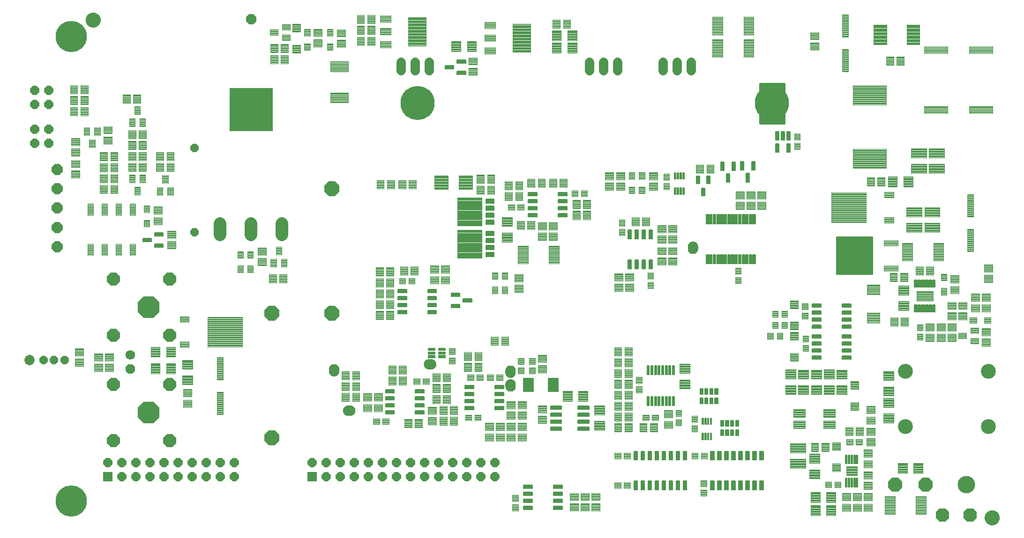
<source format=gts>
G75*
%MOIN*%
%OFA0B0*%
%FSLAX25Y25*%
%IPPOS*%
%LPD*%
%AMOC8*
5,1,8,0,0,1.08239X$1,22.5*
%
%ADD10C,0.01000*%
%ADD11C,0.00454*%
%ADD12C,0.00457*%
%ADD13C,0.00459*%
%ADD14C,0.00393*%
%ADD15C,0.00504*%
%ADD16C,0.06600*%
%ADD17C,0.00461*%
%ADD18OC8,0.07687*%
%ADD19C,0.00414*%
%ADD20C,0.00525*%
%ADD21C,0.00574*%
%ADD22C,0.00504*%
%ADD23C,0.00552*%
%ADD24OC8,0.09200*%
%ADD25OC8,0.15600*%
%ADD26C,0.00437*%
%ADD27C,0.13198*%
%ADD28C,0.00580*%
%ADD29OC8,0.06506*%
%ADD30C,0.00600*%
%ADD31C,0.00510*%
%ADD32C,0.08850*%
%ADD33C,0.00306*%
%ADD34OC8,0.05915*%
%ADD35C,0.07293*%
%ADD36OC8,0.06000*%
%ADD37OC8,0.10600*%
%ADD38R,0.06506X0.06506*%
%ADD39OC8,0.10293*%
%ADD40C,0.12411*%
%ADD41C,0.00514*%
%ADD42C,0.00500*%
%ADD43C,0.00441*%
%ADD44C,0.00402*%
%ADD45OC8,0.06900*%
%ADD46C,0.06900*%
%ADD47OC8,0.09655*%
%ADD48C,0.00386*%
%ADD49C,0.00473*%
%ADD50C,0.00526*%
%ADD51C,0.00528*%
%ADD52C,0.00450*%
%ADD53C,0.00431*%
%ADD54C,0.00477*%
%ADD55C,0.10600*%
%ADD56C,0.00503*%
%ADD57C,0.00351*%
%ADD58OC8,0.07096*%
%ADD59C,0.00100*%
%ADD60C,0.00428*%
%ADD61C,0.00594*%
%ADD62C,0.00408*%
%ADD63C,0.24222*%
%ADD64C,0.22254*%
D10*
X0633843Y0366362D02*
X0633843Y0395112D01*
X0651343Y0395112D01*
X0651343Y0366362D01*
X0633843Y0366362D01*
X0633843Y0366429D02*
X0651343Y0366429D01*
X0651343Y0367428D02*
X0633843Y0367428D01*
X0633843Y0368426D02*
X0651343Y0368426D01*
X0651343Y0369425D02*
X0633843Y0369425D01*
X0633843Y0370423D02*
X0651343Y0370423D01*
X0651343Y0371422D02*
X0633843Y0371422D01*
X0633843Y0372420D02*
X0651343Y0372420D01*
X0651343Y0373419D02*
X0633843Y0373419D01*
X0633843Y0374417D02*
X0651343Y0374417D01*
X0651343Y0375416D02*
X0633843Y0375416D01*
X0633843Y0376414D02*
X0651343Y0376414D01*
X0651343Y0377413D02*
X0633843Y0377413D01*
X0633843Y0378411D02*
X0651343Y0378411D01*
X0651343Y0379410D02*
X0633843Y0379410D01*
X0633843Y0380408D02*
X0651343Y0380408D01*
X0651343Y0381407D02*
X0633843Y0381407D01*
X0633843Y0382405D02*
X0651343Y0382405D01*
X0651343Y0383404D02*
X0633843Y0383404D01*
X0633843Y0384402D02*
X0651343Y0384402D01*
X0651343Y0385401D02*
X0633843Y0385401D01*
X0633843Y0386399D02*
X0651343Y0386399D01*
X0651343Y0387398D02*
X0633843Y0387398D01*
X0633843Y0388396D02*
X0651343Y0388396D01*
X0651343Y0389395D02*
X0633843Y0389395D01*
X0633843Y0390393D02*
X0651343Y0390393D01*
X0651343Y0391392D02*
X0633843Y0391392D01*
X0633843Y0392390D02*
X0651343Y0392390D01*
X0651343Y0393389D02*
X0633843Y0393389D01*
X0633843Y0394387D02*
X0651343Y0394387D01*
D11*
X0662384Y0359197D02*
X0662384Y0354721D01*
X0658302Y0354721D01*
X0658302Y0359197D01*
X0662384Y0359197D01*
X0662384Y0355174D02*
X0658302Y0355174D01*
X0658302Y0355627D02*
X0662384Y0355627D01*
X0662384Y0356080D02*
X0658302Y0356080D01*
X0658302Y0356533D02*
X0662384Y0356533D01*
X0662384Y0356986D02*
X0658302Y0356986D01*
X0658302Y0357439D02*
X0662384Y0357439D01*
X0662384Y0357892D02*
X0658302Y0357892D01*
X0658302Y0358345D02*
X0662384Y0358345D01*
X0662384Y0358798D02*
X0658302Y0358798D01*
X0662384Y0352504D02*
X0662384Y0348028D01*
X0658302Y0348028D01*
X0658302Y0352504D01*
X0662384Y0352504D01*
X0662384Y0348481D02*
X0658302Y0348481D01*
X0658302Y0348934D02*
X0662384Y0348934D01*
X0662384Y0349387D02*
X0658302Y0349387D01*
X0658302Y0349840D02*
X0662384Y0349840D01*
X0662384Y0350293D02*
X0658302Y0350293D01*
X0658302Y0350746D02*
X0662384Y0350746D01*
X0662384Y0351199D02*
X0658302Y0351199D01*
X0658302Y0351652D02*
X0662384Y0351652D01*
X0662384Y0352105D02*
X0658302Y0352105D01*
X0728963Y0317630D02*
X0728963Y0313548D01*
X0722519Y0313548D01*
X0722519Y0317630D01*
X0728963Y0317630D01*
X0728963Y0314001D02*
X0722519Y0314001D01*
X0722519Y0314454D02*
X0728963Y0314454D01*
X0728963Y0314907D02*
X0722519Y0314907D01*
X0722519Y0315360D02*
X0728963Y0315360D01*
X0728963Y0315813D02*
X0722519Y0315813D01*
X0722519Y0316266D02*
X0728963Y0316266D01*
X0728963Y0316719D02*
X0722519Y0316719D01*
X0722519Y0317172D02*
X0728963Y0317172D01*
X0728963Y0317625D02*
X0722519Y0317625D01*
X0728963Y0299677D02*
X0728963Y0295595D01*
X0722519Y0295595D01*
X0722519Y0299677D01*
X0728963Y0299677D01*
X0728963Y0296048D02*
X0722519Y0296048D01*
X0722519Y0296501D02*
X0728963Y0296501D01*
X0728963Y0296954D02*
X0722519Y0296954D01*
X0722519Y0297407D02*
X0728963Y0297407D01*
X0728963Y0297860D02*
X0722519Y0297860D01*
X0722519Y0298313D02*
X0728963Y0298313D01*
X0728963Y0298766D02*
X0722519Y0298766D01*
X0722519Y0299219D02*
X0728963Y0299219D01*
X0728963Y0299672D02*
X0722519Y0299672D01*
X0762552Y0259415D02*
X0762552Y0254545D01*
X0762552Y0259415D02*
X0766634Y0259415D01*
X0766634Y0254545D01*
X0762552Y0254545D01*
X0762552Y0254998D02*
X0766634Y0254998D01*
X0766634Y0255451D02*
X0762552Y0255451D01*
X0762552Y0255904D02*
X0766634Y0255904D01*
X0766634Y0256357D02*
X0762552Y0256357D01*
X0762552Y0256810D02*
X0766634Y0256810D01*
X0766634Y0257263D02*
X0762552Y0257263D01*
X0762552Y0257716D02*
X0766634Y0257716D01*
X0766634Y0258169D02*
X0762552Y0258169D01*
X0762552Y0258622D02*
X0766634Y0258622D01*
X0766634Y0259075D02*
X0762552Y0259075D01*
X0762552Y0249179D02*
X0762552Y0244309D01*
X0762552Y0249179D02*
X0766634Y0249179D01*
X0766634Y0244309D01*
X0762552Y0244309D01*
X0762552Y0244762D02*
X0766634Y0244762D01*
X0766634Y0245215D02*
X0762552Y0245215D01*
X0762552Y0245668D02*
X0766634Y0245668D01*
X0766634Y0246121D02*
X0762552Y0246121D01*
X0762552Y0246574D02*
X0766634Y0246574D01*
X0766634Y0247027D02*
X0762552Y0247027D01*
X0762552Y0247480D02*
X0766634Y0247480D01*
X0766634Y0247933D02*
X0762552Y0247933D01*
X0762552Y0248386D02*
X0766634Y0248386D01*
X0766634Y0248839D02*
X0762552Y0248839D01*
X0783040Y0224321D02*
X0787910Y0224321D01*
X0783040Y0224321D02*
X0783040Y0228403D01*
X0787910Y0228403D01*
X0787910Y0224321D01*
X0787910Y0224774D02*
X0783040Y0224774D01*
X0783040Y0225227D02*
X0787910Y0225227D01*
X0787910Y0225680D02*
X0783040Y0225680D01*
X0783040Y0226133D02*
X0787910Y0226133D01*
X0787910Y0226586D02*
X0783040Y0226586D01*
X0783040Y0227039D02*
X0787910Y0227039D01*
X0787910Y0227492D02*
X0783040Y0227492D01*
X0783040Y0227945D02*
X0787910Y0227945D01*
X0787910Y0228398D02*
X0783040Y0228398D01*
X0789253Y0221143D02*
X0789253Y0217061D01*
X0783595Y0217061D01*
X0783595Y0221143D01*
X0789253Y0221143D01*
X0789253Y0217514D02*
X0783595Y0217514D01*
X0783595Y0217967D02*
X0789253Y0217967D01*
X0789253Y0218420D02*
X0783595Y0218420D01*
X0783595Y0218873D02*
X0789253Y0218873D01*
X0789253Y0219326D02*
X0783595Y0219326D01*
X0783595Y0219779D02*
X0789253Y0219779D01*
X0789253Y0220232D02*
X0783595Y0220232D01*
X0783595Y0220685D02*
X0789253Y0220685D01*
X0789253Y0221138D02*
X0783595Y0221138D01*
X0780591Y0217403D02*
X0780591Y0213321D01*
X0774933Y0213321D01*
X0774933Y0217403D01*
X0780591Y0217403D01*
X0780591Y0213774D02*
X0774933Y0213774D01*
X0774933Y0214227D02*
X0780591Y0214227D01*
X0780591Y0214680D02*
X0774933Y0214680D01*
X0774933Y0215133D02*
X0780591Y0215133D01*
X0780591Y0215586D02*
X0774933Y0215586D01*
X0774933Y0216039D02*
X0780591Y0216039D01*
X0780591Y0216492D02*
X0774933Y0216492D01*
X0774933Y0216945D02*
X0780591Y0216945D01*
X0780591Y0217398D02*
X0774933Y0217398D01*
X0789253Y0213663D02*
X0789253Y0209581D01*
X0783595Y0209581D01*
X0783595Y0213663D01*
X0789253Y0213663D01*
X0789253Y0210034D02*
X0783595Y0210034D01*
X0783595Y0210487D02*
X0789253Y0210487D01*
X0789253Y0210940D02*
X0783595Y0210940D01*
X0783595Y0211393D02*
X0789253Y0211393D01*
X0789253Y0211846D02*
X0783595Y0211846D01*
X0783595Y0212299D02*
X0789253Y0212299D01*
X0789253Y0212752D02*
X0783595Y0212752D01*
X0783595Y0213205D02*
X0789253Y0213205D01*
X0789253Y0213658D02*
X0783595Y0213658D01*
X0793276Y0224321D02*
X0798146Y0224321D01*
X0793276Y0224321D02*
X0793276Y0228403D01*
X0798146Y0228403D01*
X0798146Y0224321D01*
X0798146Y0224774D02*
X0793276Y0224774D01*
X0793276Y0225227D02*
X0798146Y0225227D01*
X0798146Y0225680D02*
X0793276Y0225680D01*
X0793276Y0226133D02*
X0798146Y0226133D01*
X0798146Y0226586D02*
X0793276Y0226586D01*
X0793276Y0227039D02*
X0798146Y0227039D01*
X0798146Y0227492D02*
X0793276Y0227492D01*
X0793276Y0227945D02*
X0798146Y0227945D01*
X0798146Y0228398D02*
X0793276Y0228398D01*
X0749634Y0223447D02*
X0749634Y0218971D01*
X0745552Y0218971D01*
X0745552Y0223447D01*
X0749634Y0223447D01*
X0749634Y0219424D02*
X0745552Y0219424D01*
X0745552Y0219877D02*
X0749634Y0219877D01*
X0749634Y0220330D02*
X0745552Y0220330D01*
X0745552Y0220783D02*
X0749634Y0220783D01*
X0749634Y0221236D02*
X0745552Y0221236D01*
X0745552Y0221689D02*
X0749634Y0221689D01*
X0749634Y0222142D02*
X0745552Y0222142D01*
X0745552Y0222595D02*
X0749634Y0222595D01*
X0749634Y0223048D02*
X0745552Y0223048D01*
X0749634Y0216754D02*
X0749634Y0212278D01*
X0745552Y0212278D01*
X0745552Y0216754D01*
X0749634Y0216754D01*
X0749634Y0212731D02*
X0745552Y0212731D01*
X0745552Y0213184D02*
X0749634Y0213184D01*
X0749634Y0213637D02*
X0745552Y0213637D01*
X0745552Y0214090D02*
X0749634Y0214090D01*
X0749634Y0214543D02*
X0745552Y0214543D01*
X0745552Y0214996D02*
X0749634Y0214996D01*
X0749634Y0215449D02*
X0745552Y0215449D01*
X0745552Y0215902D02*
X0749634Y0215902D01*
X0749634Y0216355D02*
X0745552Y0216355D01*
X0668384Y0215447D02*
X0668384Y0210971D01*
X0664302Y0210971D01*
X0664302Y0215447D01*
X0668384Y0215447D01*
X0668384Y0211424D02*
X0664302Y0211424D01*
X0664302Y0211877D02*
X0668384Y0211877D01*
X0668384Y0212330D02*
X0664302Y0212330D01*
X0664302Y0212783D02*
X0668384Y0212783D01*
X0668384Y0213236D02*
X0664302Y0213236D01*
X0664302Y0213689D02*
X0668384Y0213689D01*
X0668384Y0214142D02*
X0664302Y0214142D01*
X0664302Y0214595D02*
X0668384Y0214595D01*
X0668384Y0215048D02*
X0664302Y0215048D01*
X0668384Y0208754D02*
X0668384Y0204278D01*
X0664302Y0204278D01*
X0664302Y0208754D01*
X0668384Y0208754D01*
X0668384Y0204731D02*
X0664302Y0204731D01*
X0664302Y0205184D02*
X0668384Y0205184D01*
X0668384Y0205637D02*
X0664302Y0205637D01*
X0664302Y0206090D02*
X0668384Y0206090D01*
X0668384Y0206543D02*
X0664302Y0206543D01*
X0664302Y0206996D02*
X0668384Y0206996D01*
X0668384Y0207449D02*
X0664302Y0207449D01*
X0664302Y0207902D02*
X0668384Y0207902D01*
X0668384Y0208355D02*
X0664302Y0208355D01*
X0649981Y0217350D02*
X0645899Y0217350D01*
X0649981Y0217350D02*
X0649981Y0212874D01*
X0645899Y0212874D01*
X0645899Y0217350D01*
X0645899Y0213327D02*
X0649981Y0213327D01*
X0649981Y0213780D02*
X0645899Y0213780D01*
X0645899Y0214233D02*
X0649981Y0214233D01*
X0649981Y0214686D02*
X0645899Y0214686D01*
X0645899Y0215139D02*
X0649981Y0215139D01*
X0649981Y0215592D02*
X0645899Y0215592D01*
X0645899Y0216045D02*
X0649981Y0216045D01*
X0649981Y0216498D02*
X0645899Y0216498D01*
X0645899Y0216951D02*
X0649981Y0216951D01*
X0649399Y0225100D02*
X0653481Y0225100D01*
X0653481Y0220624D01*
X0649399Y0220624D01*
X0649399Y0225100D01*
X0649399Y0221077D02*
X0653481Y0221077D01*
X0653481Y0221530D02*
X0649399Y0221530D01*
X0649399Y0221983D02*
X0653481Y0221983D01*
X0653481Y0222436D02*
X0649399Y0222436D01*
X0649399Y0222889D02*
X0653481Y0222889D01*
X0653481Y0223342D02*
X0649399Y0223342D01*
X0649399Y0223795D02*
X0653481Y0223795D01*
X0653481Y0224248D02*
X0649399Y0224248D01*
X0649399Y0224701D02*
X0653481Y0224701D01*
X0653481Y0233100D02*
X0649399Y0233100D01*
X0653481Y0233100D02*
X0653481Y0228624D01*
X0649399Y0228624D01*
X0649399Y0233100D01*
X0649399Y0229077D02*
X0653481Y0229077D01*
X0653481Y0229530D02*
X0649399Y0229530D01*
X0649399Y0229983D02*
X0653481Y0229983D01*
X0653481Y0230436D02*
X0649399Y0230436D01*
X0649399Y0230889D02*
X0653481Y0230889D01*
X0653481Y0231342D02*
X0649399Y0231342D01*
X0649399Y0231795D02*
X0653481Y0231795D01*
X0653481Y0232248D02*
X0649399Y0232248D01*
X0649399Y0232701D02*
X0653481Y0232701D01*
X0646788Y0233100D02*
X0642706Y0233100D01*
X0646788Y0233100D02*
X0646788Y0228624D01*
X0642706Y0228624D01*
X0642706Y0233100D01*
X0642706Y0229077D02*
X0646788Y0229077D01*
X0646788Y0229530D02*
X0642706Y0229530D01*
X0642706Y0229983D02*
X0646788Y0229983D01*
X0646788Y0230436D02*
X0642706Y0230436D01*
X0642706Y0230889D02*
X0646788Y0230889D01*
X0646788Y0231342D02*
X0642706Y0231342D01*
X0642706Y0231795D02*
X0646788Y0231795D01*
X0646788Y0232248D02*
X0642706Y0232248D01*
X0642706Y0232701D02*
X0646788Y0232701D01*
X0646788Y0225100D02*
X0642706Y0225100D01*
X0646788Y0225100D02*
X0646788Y0220624D01*
X0642706Y0220624D01*
X0642706Y0225100D01*
X0642706Y0221077D02*
X0646788Y0221077D01*
X0646788Y0221530D02*
X0642706Y0221530D01*
X0642706Y0221983D02*
X0646788Y0221983D01*
X0646788Y0222436D02*
X0642706Y0222436D01*
X0642706Y0222889D02*
X0646788Y0222889D01*
X0646788Y0223342D02*
X0642706Y0223342D01*
X0642706Y0223795D02*
X0646788Y0223795D01*
X0646788Y0224248D02*
X0642706Y0224248D01*
X0642706Y0224701D02*
X0646788Y0224701D01*
X0643288Y0217350D02*
X0639206Y0217350D01*
X0643288Y0217350D02*
X0643288Y0212874D01*
X0639206Y0212874D01*
X0639206Y0217350D01*
X0639206Y0213327D02*
X0643288Y0213327D01*
X0643288Y0213780D02*
X0639206Y0213780D01*
X0639206Y0214233D02*
X0643288Y0214233D01*
X0643288Y0214686D02*
X0639206Y0214686D01*
X0639206Y0215139D02*
X0643288Y0215139D01*
X0643288Y0215592D02*
X0639206Y0215592D01*
X0639206Y0216045D02*
X0643288Y0216045D01*
X0643288Y0216498D02*
X0639206Y0216498D01*
X0639206Y0216951D02*
X0643288Y0216951D01*
X0663802Y0227278D02*
X0663802Y0231754D01*
X0667884Y0231754D01*
X0667884Y0227278D01*
X0663802Y0227278D01*
X0663802Y0227731D02*
X0667884Y0227731D01*
X0667884Y0228184D02*
X0663802Y0228184D01*
X0663802Y0228637D02*
X0667884Y0228637D01*
X0667884Y0229090D02*
X0663802Y0229090D01*
X0663802Y0229543D02*
X0667884Y0229543D01*
X0667884Y0229996D02*
X0663802Y0229996D01*
X0663802Y0230449D02*
X0667884Y0230449D01*
X0667884Y0230902D02*
X0663802Y0230902D01*
X0663802Y0231355D02*
X0667884Y0231355D01*
X0663802Y0233971D02*
X0663802Y0238447D01*
X0667884Y0238447D01*
X0667884Y0233971D01*
X0663802Y0233971D01*
X0663802Y0234424D02*
X0667884Y0234424D01*
X0667884Y0234877D02*
X0663802Y0234877D01*
X0663802Y0235330D02*
X0667884Y0235330D01*
X0667884Y0235783D02*
X0663802Y0235783D01*
X0663802Y0236236D02*
X0667884Y0236236D01*
X0667884Y0236689D02*
X0663802Y0236689D01*
X0663802Y0237142D02*
X0667884Y0237142D01*
X0667884Y0237595D02*
X0663802Y0237595D01*
X0663802Y0238048D02*
X0667884Y0238048D01*
X0616302Y0252528D02*
X0616302Y0257004D01*
X0620384Y0257004D01*
X0620384Y0252528D01*
X0616302Y0252528D01*
X0616302Y0252981D02*
X0620384Y0252981D01*
X0620384Y0253434D02*
X0616302Y0253434D01*
X0616302Y0253887D02*
X0620384Y0253887D01*
X0620384Y0254340D02*
X0616302Y0254340D01*
X0616302Y0254793D02*
X0620384Y0254793D01*
X0620384Y0255246D02*
X0616302Y0255246D01*
X0616302Y0255699D02*
X0620384Y0255699D01*
X0620384Y0256152D02*
X0616302Y0256152D01*
X0616302Y0256605D02*
X0620384Y0256605D01*
X0616302Y0259221D02*
X0616302Y0263697D01*
X0620384Y0263697D01*
X0620384Y0259221D01*
X0616302Y0259221D01*
X0616302Y0259674D02*
X0620384Y0259674D01*
X0620384Y0260127D02*
X0616302Y0260127D01*
X0616302Y0260580D02*
X0620384Y0260580D01*
X0620384Y0261033D02*
X0616302Y0261033D01*
X0616302Y0261486D02*
X0620384Y0261486D01*
X0620384Y0261939D02*
X0616302Y0261939D01*
X0616302Y0262392D02*
X0620384Y0262392D01*
X0620384Y0262845D02*
X0616302Y0262845D01*
X0616302Y0263298D02*
X0620384Y0263298D01*
X0558134Y0260197D02*
X0558134Y0255721D01*
X0554052Y0255721D01*
X0554052Y0260197D01*
X0558134Y0260197D01*
X0558134Y0256174D02*
X0554052Y0256174D01*
X0554052Y0256627D02*
X0558134Y0256627D01*
X0558134Y0257080D02*
X0554052Y0257080D01*
X0554052Y0257533D02*
X0558134Y0257533D01*
X0558134Y0257986D02*
X0554052Y0257986D01*
X0554052Y0258439D02*
X0558134Y0258439D01*
X0558134Y0258892D02*
X0554052Y0258892D01*
X0554052Y0259345D02*
X0558134Y0259345D01*
X0558134Y0259798D02*
X0554052Y0259798D01*
X0558134Y0253504D02*
X0558134Y0249028D01*
X0554052Y0249028D01*
X0554052Y0253504D01*
X0558134Y0253504D01*
X0558134Y0249481D02*
X0554052Y0249481D01*
X0554052Y0249934D02*
X0558134Y0249934D01*
X0558134Y0250387D02*
X0554052Y0250387D01*
X0554052Y0250840D02*
X0558134Y0250840D01*
X0558134Y0251293D02*
X0554052Y0251293D01*
X0554052Y0251746D02*
X0558134Y0251746D01*
X0558134Y0252199D02*
X0554052Y0252199D01*
X0554052Y0252652D02*
X0558134Y0252652D01*
X0558134Y0253105D02*
X0554052Y0253105D01*
X0533552Y0286778D02*
X0533552Y0291254D01*
X0537634Y0291254D01*
X0537634Y0286778D01*
X0533552Y0286778D01*
X0533552Y0287231D02*
X0537634Y0287231D01*
X0537634Y0287684D02*
X0533552Y0287684D01*
X0533552Y0288137D02*
X0537634Y0288137D01*
X0537634Y0288590D02*
X0533552Y0288590D01*
X0533552Y0289043D02*
X0537634Y0289043D01*
X0537634Y0289496D02*
X0533552Y0289496D01*
X0533552Y0289949D02*
X0537634Y0289949D01*
X0537634Y0290402D02*
X0533552Y0290402D01*
X0533552Y0290855D02*
X0537634Y0290855D01*
X0533552Y0293471D02*
X0533552Y0297947D01*
X0537634Y0297947D01*
X0537634Y0293471D01*
X0533552Y0293471D01*
X0533552Y0293924D02*
X0537634Y0293924D01*
X0537634Y0294377D02*
X0533552Y0294377D01*
X0533552Y0294830D02*
X0537634Y0294830D01*
X0537634Y0295283D02*
X0533552Y0295283D01*
X0533552Y0295736D02*
X0537634Y0295736D01*
X0537634Y0296189D02*
X0533552Y0296189D01*
X0533552Y0296642D02*
X0537634Y0296642D01*
X0537634Y0297095D02*
X0533552Y0297095D01*
X0533552Y0297548D02*
X0537634Y0297548D01*
X0544634Y0316559D02*
X0544634Y0321429D01*
X0544634Y0316559D02*
X0540552Y0316559D01*
X0540552Y0321429D01*
X0544634Y0321429D01*
X0544634Y0317012D02*
X0540552Y0317012D01*
X0540552Y0317465D02*
X0544634Y0317465D01*
X0544634Y0317918D02*
X0540552Y0317918D01*
X0540552Y0318371D02*
X0544634Y0318371D01*
X0544634Y0318824D02*
X0540552Y0318824D01*
X0540552Y0319277D02*
X0544634Y0319277D01*
X0544634Y0319730D02*
X0540552Y0319730D01*
X0540552Y0320183D02*
X0544634Y0320183D01*
X0544634Y0320636D02*
X0540552Y0320636D01*
X0540552Y0321089D02*
X0544634Y0321089D01*
X0551884Y0321429D02*
X0551884Y0316559D01*
X0547802Y0316559D01*
X0547802Y0321429D01*
X0551884Y0321429D01*
X0551884Y0317012D02*
X0547802Y0317012D01*
X0547802Y0317465D02*
X0551884Y0317465D01*
X0551884Y0317918D02*
X0547802Y0317918D01*
X0547802Y0318371D02*
X0551884Y0318371D01*
X0551884Y0318824D02*
X0547802Y0318824D01*
X0547802Y0319277D02*
X0551884Y0319277D01*
X0551884Y0319730D02*
X0547802Y0319730D01*
X0547802Y0320183D02*
X0551884Y0320183D01*
X0551884Y0320636D02*
X0547802Y0320636D01*
X0547802Y0321089D02*
X0551884Y0321089D01*
X0551884Y0326795D02*
X0551884Y0331665D01*
X0551884Y0326795D02*
X0547802Y0326795D01*
X0547802Y0331665D01*
X0551884Y0331665D01*
X0551884Y0327248D02*
X0547802Y0327248D01*
X0547802Y0327701D02*
X0551884Y0327701D01*
X0551884Y0328154D02*
X0547802Y0328154D01*
X0547802Y0328607D02*
X0551884Y0328607D01*
X0551884Y0329060D02*
X0547802Y0329060D01*
X0547802Y0329513D02*
X0551884Y0329513D01*
X0551884Y0329966D02*
X0547802Y0329966D01*
X0547802Y0330419D02*
X0551884Y0330419D01*
X0551884Y0330872D02*
X0547802Y0330872D01*
X0547802Y0331325D02*
X0551884Y0331325D01*
X0544634Y0331665D02*
X0544634Y0326795D01*
X0540552Y0326795D01*
X0540552Y0331665D01*
X0544634Y0331665D01*
X0544634Y0327248D02*
X0540552Y0327248D01*
X0540552Y0327701D02*
X0544634Y0327701D01*
X0544634Y0328154D02*
X0540552Y0328154D01*
X0540552Y0328607D02*
X0544634Y0328607D01*
X0544634Y0329060D02*
X0540552Y0329060D01*
X0540552Y0329513D02*
X0544634Y0329513D01*
X0544634Y0329966D02*
X0540552Y0329966D01*
X0540552Y0330419D02*
X0544634Y0330419D01*
X0544634Y0330872D02*
X0540552Y0330872D01*
X0540552Y0331325D02*
X0544634Y0331325D01*
X0569534Y0330597D02*
X0569534Y0326121D01*
X0565452Y0326121D01*
X0565452Y0330597D01*
X0569534Y0330597D01*
X0569534Y0326574D02*
X0565452Y0326574D01*
X0565452Y0327027D02*
X0569534Y0327027D01*
X0569534Y0327480D02*
X0565452Y0327480D01*
X0565452Y0327933D02*
X0569534Y0327933D01*
X0569534Y0328386D02*
X0565452Y0328386D01*
X0565452Y0328839D02*
X0569534Y0328839D01*
X0569534Y0329292D02*
X0565452Y0329292D01*
X0565452Y0329745D02*
X0569534Y0329745D01*
X0569534Y0330198D02*
X0565452Y0330198D01*
X0569534Y0323904D02*
X0569534Y0319428D01*
X0565452Y0319428D01*
X0565452Y0323904D01*
X0569534Y0323904D01*
X0569534Y0319881D02*
X0565452Y0319881D01*
X0565452Y0320334D02*
X0569534Y0320334D01*
X0569534Y0320787D02*
X0565452Y0320787D01*
X0565452Y0321240D02*
X0569534Y0321240D01*
X0569534Y0321693D02*
X0565452Y0321693D01*
X0565452Y0322146D02*
X0569534Y0322146D01*
X0569534Y0322599D02*
X0565452Y0322599D01*
X0565452Y0323052D02*
X0569534Y0323052D01*
X0569534Y0323505D02*
X0565452Y0323505D01*
X0511178Y0314571D02*
X0506702Y0314571D01*
X0506702Y0318653D01*
X0511178Y0318653D01*
X0511178Y0314571D01*
X0511178Y0315024D02*
X0506702Y0315024D01*
X0506702Y0315477D02*
X0511178Y0315477D01*
X0511178Y0315930D02*
X0506702Y0315930D01*
X0506702Y0316383D02*
X0511178Y0316383D01*
X0511178Y0316836D02*
X0506702Y0316836D01*
X0506702Y0317289D02*
X0511178Y0317289D01*
X0511178Y0317742D02*
X0506702Y0317742D01*
X0506702Y0318195D02*
X0511178Y0318195D01*
X0511178Y0318648D02*
X0506702Y0318648D01*
X0504485Y0314571D02*
X0500009Y0314571D01*
X0500009Y0318653D01*
X0504485Y0318653D01*
X0504485Y0314571D01*
X0504485Y0315024D02*
X0500009Y0315024D01*
X0500009Y0315477D02*
X0504485Y0315477D01*
X0504485Y0315930D02*
X0500009Y0315930D01*
X0500009Y0316383D02*
X0504485Y0316383D01*
X0504485Y0316836D02*
X0500009Y0316836D01*
X0500009Y0317289D02*
X0504485Y0317289D01*
X0504485Y0317742D02*
X0500009Y0317742D01*
X0500009Y0318195D02*
X0504485Y0318195D01*
X0504485Y0318648D02*
X0500009Y0318648D01*
X0465928Y0308903D02*
X0461452Y0308903D01*
X0465928Y0308903D02*
X0465928Y0304821D01*
X0461452Y0304821D01*
X0461452Y0308903D01*
X0461452Y0305274D02*
X0465928Y0305274D01*
X0465928Y0305727D02*
X0461452Y0305727D01*
X0461452Y0306180D02*
X0465928Y0306180D01*
X0465928Y0306633D02*
X0461452Y0306633D01*
X0461452Y0307086D02*
X0465928Y0307086D01*
X0465928Y0307539D02*
X0461452Y0307539D01*
X0461452Y0307992D02*
X0465928Y0307992D01*
X0465928Y0308445D02*
X0461452Y0308445D01*
X0461452Y0308898D02*
X0465928Y0308898D01*
X0459235Y0308903D02*
X0454759Y0308903D01*
X0459235Y0308903D02*
X0459235Y0304821D01*
X0454759Y0304821D01*
X0454759Y0308903D01*
X0454759Y0305274D02*
X0459235Y0305274D01*
X0459235Y0305727D02*
X0454759Y0305727D01*
X0454759Y0306180D02*
X0459235Y0306180D01*
X0459235Y0306633D02*
X0454759Y0306633D01*
X0454759Y0307086D02*
X0459235Y0307086D01*
X0459235Y0307539D02*
X0454759Y0307539D01*
X0454759Y0307992D02*
X0459235Y0307992D01*
X0459235Y0308445D02*
X0454759Y0308445D01*
X0454759Y0308898D02*
X0459235Y0308898D01*
X0454384Y0260415D02*
X0454384Y0255545D01*
X0450302Y0255545D01*
X0450302Y0260415D01*
X0454384Y0260415D01*
X0454384Y0255998D02*
X0450302Y0255998D01*
X0450302Y0256451D02*
X0454384Y0256451D01*
X0454384Y0256904D02*
X0450302Y0256904D01*
X0450302Y0257357D02*
X0454384Y0257357D01*
X0454384Y0257810D02*
X0450302Y0257810D01*
X0450302Y0258263D02*
X0454384Y0258263D01*
X0454384Y0258716D02*
X0450302Y0258716D01*
X0450302Y0259169D02*
X0454384Y0259169D01*
X0454384Y0259622D02*
X0450302Y0259622D01*
X0450302Y0260075D02*
X0454384Y0260075D01*
X0447384Y0260415D02*
X0447384Y0255545D01*
X0443302Y0255545D01*
X0443302Y0260415D01*
X0447384Y0260415D01*
X0447384Y0255998D02*
X0443302Y0255998D01*
X0443302Y0256451D02*
X0447384Y0256451D01*
X0447384Y0256904D02*
X0443302Y0256904D01*
X0443302Y0257357D02*
X0447384Y0257357D01*
X0447384Y0257810D02*
X0443302Y0257810D01*
X0443302Y0258263D02*
X0447384Y0258263D01*
X0447384Y0258716D02*
X0443302Y0258716D01*
X0443302Y0259169D02*
X0447384Y0259169D01*
X0447384Y0259622D02*
X0443302Y0259622D01*
X0443302Y0260075D02*
X0447384Y0260075D01*
X0447384Y0250179D02*
X0447384Y0245309D01*
X0443302Y0245309D01*
X0443302Y0250179D01*
X0447384Y0250179D01*
X0447384Y0245762D02*
X0443302Y0245762D01*
X0443302Y0246215D02*
X0447384Y0246215D01*
X0447384Y0246668D02*
X0443302Y0246668D01*
X0443302Y0247121D02*
X0447384Y0247121D01*
X0447384Y0247574D02*
X0443302Y0247574D01*
X0443302Y0248027D02*
X0447384Y0248027D01*
X0447384Y0248480D02*
X0443302Y0248480D01*
X0443302Y0248933D02*
X0447384Y0248933D01*
X0447384Y0249386D02*
X0443302Y0249386D01*
X0443302Y0249839D02*
X0447384Y0249839D01*
X0454384Y0250179D02*
X0454384Y0245309D01*
X0450302Y0245309D01*
X0450302Y0250179D01*
X0454384Y0250179D01*
X0454384Y0245762D02*
X0450302Y0245762D01*
X0450302Y0246215D02*
X0454384Y0246215D01*
X0454384Y0246668D02*
X0450302Y0246668D01*
X0450302Y0247121D02*
X0454384Y0247121D01*
X0454384Y0247574D02*
X0450302Y0247574D01*
X0450302Y0248027D02*
X0454384Y0248027D01*
X0454384Y0248480D02*
X0450302Y0248480D01*
X0450302Y0248933D02*
X0454384Y0248933D01*
X0454384Y0249386D02*
X0450302Y0249386D01*
X0450302Y0249839D02*
X0454384Y0249839D01*
X0388428Y0256403D02*
X0383952Y0256403D01*
X0388428Y0256403D02*
X0388428Y0252321D01*
X0383952Y0252321D01*
X0383952Y0256403D01*
X0383952Y0252774D02*
X0388428Y0252774D01*
X0388428Y0253227D02*
X0383952Y0253227D01*
X0383952Y0253680D02*
X0388428Y0253680D01*
X0388428Y0254133D02*
X0383952Y0254133D01*
X0383952Y0254586D02*
X0388428Y0254586D01*
X0388428Y0255039D02*
X0383952Y0255039D01*
X0383952Y0255492D02*
X0388428Y0255492D01*
X0388428Y0255945D02*
X0383952Y0255945D01*
X0383952Y0256398D02*
X0388428Y0256398D01*
X0381735Y0256403D02*
X0377259Y0256403D01*
X0381735Y0256403D02*
X0381735Y0252321D01*
X0377259Y0252321D01*
X0377259Y0256403D01*
X0377259Y0252774D02*
X0381735Y0252774D01*
X0381735Y0253227D02*
X0377259Y0253227D01*
X0377259Y0253680D02*
X0381735Y0253680D01*
X0381735Y0254133D02*
X0377259Y0254133D01*
X0377259Y0254586D02*
X0381735Y0254586D01*
X0381735Y0255039D02*
X0377259Y0255039D01*
X0377259Y0255492D02*
X0381735Y0255492D01*
X0381735Y0255945D02*
X0377259Y0255945D01*
X0377259Y0256398D02*
X0381735Y0256398D01*
X0297374Y0264452D02*
X0293292Y0264452D01*
X0293292Y0270110D01*
X0297374Y0270110D01*
X0297374Y0264452D01*
X0297374Y0264905D02*
X0293292Y0264905D01*
X0293292Y0265358D02*
X0297374Y0265358D01*
X0297374Y0265811D02*
X0293292Y0265811D01*
X0293292Y0266264D02*
X0297374Y0266264D01*
X0297374Y0266717D02*
X0293292Y0266717D01*
X0293292Y0267170D02*
X0297374Y0267170D01*
X0297374Y0267623D02*
X0293292Y0267623D01*
X0293292Y0268076D02*
X0297374Y0268076D01*
X0297374Y0268529D02*
X0293292Y0268529D01*
X0293292Y0268982D02*
X0297374Y0268982D01*
X0297374Y0269435D02*
X0293292Y0269435D01*
X0293292Y0269888D02*
X0297374Y0269888D01*
X0293634Y0273114D02*
X0289552Y0273114D01*
X0289552Y0278772D01*
X0293634Y0278772D01*
X0293634Y0273114D01*
X0293634Y0273567D02*
X0289552Y0273567D01*
X0289552Y0274020D02*
X0293634Y0274020D01*
X0293634Y0274473D02*
X0289552Y0274473D01*
X0289552Y0274926D02*
X0293634Y0274926D01*
X0293634Y0275379D02*
X0289552Y0275379D01*
X0289552Y0275832D02*
X0293634Y0275832D01*
X0293634Y0276285D02*
X0289552Y0276285D01*
X0289552Y0276738D02*
X0293634Y0276738D01*
X0293634Y0277191D02*
X0289552Y0277191D01*
X0289552Y0277644D02*
X0293634Y0277644D01*
X0293634Y0278097D02*
X0289552Y0278097D01*
X0289552Y0278550D02*
X0293634Y0278550D01*
X0289894Y0264452D02*
X0285812Y0264452D01*
X0285812Y0270110D01*
X0289894Y0270110D01*
X0289894Y0264452D01*
X0289894Y0264905D02*
X0285812Y0264905D01*
X0285812Y0265358D02*
X0289894Y0265358D01*
X0289894Y0265811D02*
X0285812Y0265811D01*
X0285812Y0266264D02*
X0289894Y0266264D01*
X0289894Y0266717D02*
X0285812Y0266717D01*
X0285812Y0267170D02*
X0289894Y0267170D01*
X0289894Y0267623D02*
X0285812Y0267623D01*
X0285812Y0268076D02*
X0289894Y0268076D01*
X0289894Y0268529D02*
X0285812Y0268529D01*
X0285812Y0268982D02*
X0289894Y0268982D01*
X0289894Y0269435D02*
X0285812Y0269435D01*
X0285812Y0269888D02*
X0289894Y0269888D01*
X0269302Y0270545D02*
X0269302Y0275415D01*
X0273384Y0275415D01*
X0273384Y0270545D01*
X0269302Y0270545D01*
X0269302Y0270998D02*
X0273384Y0270998D01*
X0273384Y0271451D02*
X0269302Y0271451D01*
X0269302Y0271904D02*
X0273384Y0271904D01*
X0273384Y0272357D02*
X0269302Y0272357D01*
X0269302Y0272810D02*
X0273384Y0272810D01*
X0273384Y0273263D02*
X0269302Y0273263D01*
X0269302Y0273716D02*
X0273384Y0273716D01*
X0273384Y0274169D02*
X0269302Y0274169D01*
X0269302Y0274622D02*
X0273384Y0274622D01*
X0273384Y0275075D02*
X0269302Y0275075D01*
X0266384Y0275415D02*
X0266384Y0270545D01*
X0262302Y0270545D01*
X0262302Y0275415D01*
X0266384Y0275415D01*
X0266384Y0270998D02*
X0262302Y0270998D01*
X0262302Y0271451D02*
X0266384Y0271451D01*
X0266384Y0271904D02*
X0262302Y0271904D01*
X0262302Y0272357D02*
X0266384Y0272357D01*
X0266384Y0272810D02*
X0262302Y0272810D01*
X0262302Y0273263D02*
X0266384Y0273263D01*
X0266384Y0273716D02*
X0262302Y0273716D01*
X0262302Y0274169D02*
X0266384Y0274169D01*
X0266384Y0274622D02*
X0262302Y0274622D01*
X0262302Y0275075D02*
X0266384Y0275075D01*
X0266384Y0265179D02*
X0266384Y0260309D01*
X0262302Y0260309D01*
X0262302Y0265179D01*
X0266384Y0265179D01*
X0266384Y0260762D02*
X0262302Y0260762D01*
X0262302Y0261215D02*
X0266384Y0261215D01*
X0266384Y0261668D02*
X0262302Y0261668D01*
X0262302Y0262121D02*
X0266384Y0262121D01*
X0266384Y0262574D02*
X0262302Y0262574D01*
X0262302Y0263027D02*
X0266384Y0263027D01*
X0266384Y0263480D02*
X0262302Y0263480D01*
X0262302Y0263933D02*
X0266384Y0263933D01*
X0266384Y0264386D02*
X0262302Y0264386D01*
X0262302Y0264839D02*
X0266384Y0264839D01*
X0269302Y0265179D02*
X0269302Y0260309D01*
X0269302Y0265179D02*
X0273384Y0265179D01*
X0273384Y0260309D01*
X0269302Y0260309D01*
X0269302Y0260762D02*
X0273384Y0260762D01*
X0273384Y0261215D02*
X0269302Y0261215D01*
X0269302Y0261668D02*
X0273384Y0261668D01*
X0273384Y0262121D02*
X0269302Y0262121D01*
X0269302Y0262574D02*
X0273384Y0262574D01*
X0273384Y0263027D02*
X0269302Y0263027D01*
X0269302Y0263480D02*
X0273384Y0263480D01*
X0273384Y0263933D02*
X0269302Y0263933D01*
X0269302Y0264386D02*
X0273384Y0264386D01*
X0273384Y0264839D02*
X0269302Y0264839D01*
X0221344Y0229130D02*
X0221344Y0225048D01*
X0221344Y0229130D02*
X0227788Y0229130D01*
X0227788Y0225048D01*
X0221344Y0225048D01*
X0221344Y0225501D02*
X0227788Y0225501D01*
X0227788Y0225954D02*
X0221344Y0225954D01*
X0221344Y0226407D02*
X0227788Y0226407D01*
X0227788Y0226860D02*
X0221344Y0226860D01*
X0221344Y0227313D02*
X0227788Y0227313D01*
X0227788Y0227766D02*
X0221344Y0227766D01*
X0221344Y0228219D02*
X0227788Y0228219D01*
X0227788Y0228672D02*
X0221344Y0228672D01*
X0221344Y0229125D02*
X0227788Y0229125D01*
X0221344Y0211177D02*
X0221344Y0207095D01*
X0221344Y0211177D02*
X0227788Y0211177D01*
X0227788Y0207095D01*
X0221344Y0207095D01*
X0221344Y0207548D02*
X0227788Y0207548D01*
X0227788Y0208001D02*
X0221344Y0208001D01*
X0221344Y0208454D02*
X0227788Y0208454D01*
X0227788Y0208907D02*
X0221344Y0208907D01*
X0221344Y0209360D02*
X0227788Y0209360D01*
X0227788Y0209813D02*
X0221344Y0209813D01*
X0221344Y0210266D02*
X0227788Y0210266D01*
X0227788Y0210719D02*
X0221344Y0210719D01*
X0221344Y0211172D02*
X0227788Y0211172D01*
X0189634Y0280819D02*
X0185552Y0280819D01*
X0189634Y0280819D02*
X0189634Y0272799D01*
X0185552Y0272799D01*
X0185552Y0280819D01*
X0185552Y0273252D02*
X0189634Y0273252D01*
X0189634Y0273705D02*
X0185552Y0273705D01*
X0185552Y0274158D02*
X0189634Y0274158D01*
X0189634Y0274611D02*
X0185552Y0274611D01*
X0185552Y0275064D02*
X0189634Y0275064D01*
X0189634Y0275517D02*
X0185552Y0275517D01*
X0185552Y0275970D02*
X0189634Y0275970D01*
X0189634Y0276423D02*
X0185552Y0276423D01*
X0185552Y0276876D02*
X0189634Y0276876D01*
X0189634Y0277329D02*
X0185552Y0277329D01*
X0185552Y0277782D02*
X0189634Y0277782D01*
X0189634Y0278235D02*
X0185552Y0278235D01*
X0185552Y0278688D02*
X0189634Y0278688D01*
X0189634Y0279141D02*
X0185552Y0279141D01*
X0185552Y0279594D02*
X0189634Y0279594D01*
X0189634Y0280047D02*
X0185552Y0280047D01*
X0185552Y0280500D02*
X0189634Y0280500D01*
X0179634Y0280819D02*
X0175552Y0280819D01*
X0179634Y0280819D02*
X0179634Y0272799D01*
X0175552Y0272799D01*
X0175552Y0280819D01*
X0175552Y0273252D02*
X0179634Y0273252D01*
X0179634Y0273705D02*
X0175552Y0273705D01*
X0175552Y0274158D02*
X0179634Y0274158D01*
X0179634Y0274611D02*
X0175552Y0274611D01*
X0175552Y0275064D02*
X0179634Y0275064D01*
X0179634Y0275517D02*
X0175552Y0275517D01*
X0175552Y0275970D02*
X0179634Y0275970D01*
X0179634Y0276423D02*
X0175552Y0276423D01*
X0175552Y0276876D02*
X0179634Y0276876D01*
X0179634Y0277329D02*
X0175552Y0277329D01*
X0175552Y0277782D02*
X0179634Y0277782D01*
X0179634Y0278235D02*
X0175552Y0278235D01*
X0175552Y0278688D02*
X0179634Y0278688D01*
X0179634Y0279141D02*
X0175552Y0279141D01*
X0175552Y0279594D02*
X0179634Y0279594D01*
X0179634Y0280047D02*
X0175552Y0280047D01*
X0175552Y0280500D02*
X0179634Y0280500D01*
X0169634Y0280819D02*
X0165552Y0280819D01*
X0169634Y0280819D02*
X0169634Y0272799D01*
X0165552Y0272799D01*
X0165552Y0280819D01*
X0165552Y0273252D02*
X0169634Y0273252D01*
X0169634Y0273705D02*
X0165552Y0273705D01*
X0165552Y0274158D02*
X0169634Y0274158D01*
X0169634Y0274611D02*
X0165552Y0274611D01*
X0165552Y0275064D02*
X0169634Y0275064D01*
X0169634Y0275517D02*
X0165552Y0275517D01*
X0165552Y0275970D02*
X0169634Y0275970D01*
X0169634Y0276423D02*
X0165552Y0276423D01*
X0165552Y0276876D02*
X0169634Y0276876D01*
X0169634Y0277329D02*
X0165552Y0277329D01*
X0165552Y0277782D02*
X0169634Y0277782D01*
X0169634Y0278235D02*
X0165552Y0278235D01*
X0165552Y0278688D02*
X0169634Y0278688D01*
X0169634Y0279141D02*
X0165552Y0279141D01*
X0165552Y0279594D02*
X0169634Y0279594D01*
X0169634Y0280047D02*
X0165552Y0280047D01*
X0165552Y0280500D02*
X0169634Y0280500D01*
X0159634Y0280819D02*
X0155552Y0280819D01*
X0159634Y0280819D02*
X0159634Y0272799D01*
X0155552Y0272799D01*
X0155552Y0280819D01*
X0155552Y0273252D02*
X0159634Y0273252D01*
X0159634Y0273705D02*
X0155552Y0273705D01*
X0155552Y0274158D02*
X0159634Y0274158D01*
X0159634Y0274611D02*
X0155552Y0274611D01*
X0155552Y0275064D02*
X0159634Y0275064D01*
X0159634Y0275517D02*
X0155552Y0275517D01*
X0155552Y0275970D02*
X0159634Y0275970D01*
X0159634Y0276423D02*
X0155552Y0276423D01*
X0155552Y0276876D02*
X0159634Y0276876D01*
X0159634Y0277329D02*
X0155552Y0277329D01*
X0155552Y0277782D02*
X0159634Y0277782D01*
X0159634Y0278235D02*
X0155552Y0278235D01*
X0155552Y0278688D02*
X0159634Y0278688D01*
X0159634Y0279141D02*
X0155552Y0279141D01*
X0155552Y0279594D02*
X0159634Y0279594D01*
X0159634Y0280047D02*
X0155552Y0280047D01*
X0155552Y0280500D02*
X0159634Y0280500D01*
X0195552Y0292929D02*
X0195552Y0297799D01*
X0199634Y0297799D01*
X0199634Y0292929D01*
X0195552Y0292929D01*
X0195552Y0293382D02*
X0199634Y0293382D01*
X0199634Y0293835D02*
X0195552Y0293835D01*
X0195552Y0294288D02*
X0199634Y0294288D01*
X0199634Y0294741D02*
X0195552Y0294741D01*
X0195552Y0295194D02*
X0199634Y0295194D01*
X0199634Y0295647D02*
X0195552Y0295647D01*
X0195552Y0296100D02*
X0199634Y0296100D01*
X0199634Y0296553D02*
X0195552Y0296553D01*
X0195552Y0297006D02*
X0199634Y0297006D01*
X0199634Y0297459D02*
X0195552Y0297459D01*
X0195552Y0303165D02*
X0195552Y0308035D01*
X0199634Y0308035D01*
X0199634Y0303165D01*
X0195552Y0303165D01*
X0195552Y0303618D02*
X0199634Y0303618D01*
X0199634Y0304071D02*
X0195552Y0304071D01*
X0195552Y0304524D02*
X0199634Y0304524D01*
X0199634Y0304977D02*
X0195552Y0304977D01*
X0195552Y0305430D02*
X0199634Y0305430D01*
X0199634Y0305883D02*
X0195552Y0305883D01*
X0195552Y0306336D02*
X0199634Y0306336D01*
X0199634Y0306789D02*
X0195552Y0306789D01*
X0195552Y0307242D02*
X0199634Y0307242D01*
X0199634Y0307695D02*
X0195552Y0307695D01*
X0189634Y0309166D02*
X0185552Y0309166D01*
X0189634Y0309166D02*
X0189634Y0301146D01*
X0185552Y0301146D01*
X0185552Y0309166D01*
X0185552Y0301599D02*
X0189634Y0301599D01*
X0189634Y0302052D02*
X0185552Y0302052D01*
X0185552Y0302505D02*
X0189634Y0302505D01*
X0189634Y0302958D02*
X0185552Y0302958D01*
X0185552Y0303411D02*
X0189634Y0303411D01*
X0189634Y0303864D02*
X0185552Y0303864D01*
X0185552Y0304317D02*
X0189634Y0304317D01*
X0189634Y0304770D02*
X0185552Y0304770D01*
X0185552Y0305223D02*
X0189634Y0305223D01*
X0189634Y0305676D02*
X0185552Y0305676D01*
X0185552Y0306129D02*
X0189634Y0306129D01*
X0189634Y0306582D02*
X0185552Y0306582D01*
X0185552Y0307035D02*
X0189634Y0307035D01*
X0189634Y0307488D02*
X0185552Y0307488D01*
X0185552Y0307941D02*
X0189634Y0307941D01*
X0189634Y0308394D02*
X0185552Y0308394D01*
X0185552Y0308847D02*
X0189634Y0308847D01*
X0179634Y0309166D02*
X0175552Y0309166D01*
X0179634Y0309166D02*
X0179634Y0301146D01*
X0175552Y0301146D01*
X0175552Y0309166D01*
X0175552Y0301599D02*
X0179634Y0301599D01*
X0179634Y0302052D02*
X0175552Y0302052D01*
X0175552Y0302505D02*
X0179634Y0302505D01*
X0179634Y0302958D02*
X0175552Y0302958D01*
X0175552Y0303411D02*
X0179634Y0303411D01*
X0179634Y0303864D02*
X0175552Y0303864D01*
X0175552Y0304317D02*
X0179634Y0304317D01*
X0179634Y0304770D02*
X0175552Y0304770D01*
X0175552Y0305223D02*
X0179634Y0305223D01*
X0179634Y0305676D02*
X0175552Y0305676D01*
X0175552Y0306129D02*
X0179634Y0306129D01*
X0179634Y0306582D02*
X0175552Y0306582D01*
X0175552Y0307035D02*
X0179634Y0307035D01*
X0179634Y0307488D02*
X0175552Y0307488D01*
X0175552Y0307941D02*
X0179634Y0307941D01*
X0179634Y0308394D02*
X0175552Y0308394D01*
X0175552Y0308847D02*
X0179634Y0308847D01*
X0169634Y0309166D02*
X0165552Y0309166D01*
X0169634Y0309166D02*
X0169634Y0301146D01*
X0165552Y0301146D01*
X0165552Y0309166D01*
X0165552Y0301599D02*
X0169634Y0301599D01*
X0169634Y0302052D02*
X0165552Y0302052D01*
X0165552Y0302505D02*
X0169634Y0302505D01*
X0169634Y0302958D02*
X0165552Y0302958D01*
X0165552Y0303411D02*
X0169634Y0303411D01*
X0169634Y0303864D02*
X0165552Y0303864D01*
X0165552Y0304317D02*
X0169634Y0304317D01*
X0169634Y0304770D02*
X0165552Y0304770D01*
X0165552Y0305223D02*
X0169634Y0305223D01*
X0169634Y0305676D02*
X0165552Y0305676D01*
X0165552Y0306129D02*
X0169634Y0306129D01*
X0169634Y0306582D02*
X0165552Y0306582D01*
X0165552Y0307035D02*
X0169634Y0307035D01*
X0169634Y0307488D02*
X0165552Y0307488D01*
X0165552Y0307941D02*
X0169634Y0307941D01*
X0169634Y0308394D02*
X0165552Y0308394D01*
X0165552Y0308847D02*
X0169634Y0308847D01*
X0159634Y0309166D02*
X0155552Y0309166D01*
X0159634Y0309166D02*
X0159634Y0301146D01*
X0155552Y0301146D01*
X0155552Y0309166D01*
X0155552Y0301599D02*
X0159634Y0301599D01*
X0159634Y0302052D02*
X0155552Y0302052D01*
X0155552Y0302505D02*
X0159634Y0302505D01*
X0159634Y0302958D02*
X0155552Y0302958D01*
X0155552Y0303411D02*
X0159634Y0303411D01*
X0159634Y0303864D02*
X0155552Y0303864D01*
X0155552Y0304317D02*
X0159634Y0304317D01*
X0159634Y0304770D02*
X0155552Y0304770D01*
X0155552Y0305223D02*
X0159634Y0305223D01*
X0159634Y0305676D02*
X0155552Y0305676D01*
X0155552Y0306129D02*
X0159634Y0306129D01*
X0159634Y0306582D02*
X0155552Y0306582D01*
X0155552Y0307035D02*
X0159634Y0307035D01*
X0159634Y0307488D02*
X0155552Y0307488D01*
X0155552Y0307941D02*
X0159634Y0307941D01*
X0159634Y0308394D02*
X0155552Y0308394D01*
X0155552Y0308847D02*
X0159634Y0308847D01*
X0189052Y0321360D02*
X0193134Y0321360D01*
X0193134Y0315702D01*
X0189052Y0315702D01*
X0189052Y0321360D01*
X0189052Y0316155D02*
X0193134Y0316155D01*
X0193134Y0316608D02*
X0189052Y0316608D01*
X0189052Y0317061D02*
X0193134Y0317061D01*
X0193134Y0317514D02*
X0189052Y0317514D01*
X0189052Y0317967D02*
X0193134Y0317967D01*
X0193134Y0318420D02*
X0189052Y0318420D01*
X0189052Y0318873D02*
X0193134Y0318873D01*
X0193134Y0319326D02*
X0189052Y0319326D01*
X0189052Y0319779D02*
X0193134Y0319779D01*
X0193134Y0320232D02*
X0189052Y0320232D01*
X0189052Y0320685D02*
X0193134Y0320685D01*
X0193134Y0321138D02*
X0189052Y0321138D01*
X0189394Y0330022D02*
X0185312Y0330022D01*
X0189394Y0330022D02*
X0189394Y0324364D01*
X0185312Y0324364D01*
X0185312Y0330022D01*
X0185312Y0324817D02*
X0189394Y0324817D01*
X0189394Y0325270D02*
X0185312Y0325270D01*
X0185312Y0325723D02*
X0189394Y0325723D01*
X0189394Y0326176D02*
X0185312Y0326176D01*
X0185312Y0326629D02*
X0189394Y0326629D01*
X0189394Y0327082D02*
X0185312Y0327082D01*
X0185312Y0327535D02*
X0189394Y0327535D01*
X0189394Y0327988D02*
X0185312Y0327988D01*
X0185312Y0328441D02*
X0189394Y0328441D01*
X0189394Y0328894D02*
X0185312Y0328894D01*
X0185312Y0329347D02*
X0189394Y0329347D01*
X0189394Y0329800D02*
X0185312Y0329800D01*
X0192792Y0330022D02*
X0196874Y0330022D01*
X0196874Y0324364D01*
X0192792Y0324364D01*
X0192792Y0330022D01*
X0192792Y0324817D02*
X0196874Y0324817D01*
X0196874Y0325270D02*
X0192792Y0325270D01*
X0192792Y0325723D02*
X0196874Y0325723D01*
X0196874Y0326176D02*
X0192792Y0326176D01*
X0192792Y0326629D02*
X0196874Y0326629D01*
X0196874Y0327082D02*
X0192792Y0327082D01*
X0192792Y0327535D02*
X0196874Y0327535D01*
X0196874Y0327988D02*
X0192792Y0327988D01*
X0192792Y0328441D02*
X0196874Y0328441D01*
X0196874Y0328894D02*
X0192792Y0328894D01*
X0192792Y0329347D02*
X0196874Y0329347D01*
X0196874Y0329800D02*
X0192792Y0329800D01*
X0208802Y0324114D02*
X0212884Y0324114D01*
X0208802Y0324114D02*
X0208802Y0329772D01*
X0212884Y0329772D01*
X0212884Y0324114D01*
X0212884Y0324567D02*
X0208802Y0324567D01*
X0208802Y0325020D02*
X0212884Y0325020D01*
X0212884Y0325473D02*
X0208802Y0325473D01*
X0208802Y0325926D02*
X0212884Y0325926D01*
X0212884Y0326379D02*
X0208802Y0326379D01*
X0208802Y0326832D02*
X0212884Y0326832D01*
X0212884Y0327285D02*
X0208802Y0327285D01*
X0208802Y0327738D02*
X0212884Y0327738D01*
X0212884Y0328191D02*
X0208802Y0328191D01*
X0208802Y0328644D02*
X0212884Y0328644D01*
X0212884Y0329097D02*
X0208802Y0329097D01*
X0208802Y0329550D02*
X0212884Y0329550D01*
X0212542Y0315452D02*
X0216624Y0315452D01*
X0212542Y0315452D02*
X0212542Y0321110D01*
X0216624Y0321110D01*
X0216624Y0315452D01*
X0216624Y0315905D02*
X0212542Y0315905D01*
X0212542Y0316358D02*
X0216624Y0316358D01*
X0216624Y0316811D02*
X0212542Y0316811D01*
X0212542Y0317264D02*
X0216624Y0317264D01*
X0216624Y0317717D02*
X0212542Y0317717D01*
X0212542Y0318170D02*
X0216624Y0318170D01*
X0216624Y0318623D02*
X0212542Y0318623D01*
X0212542Y0319076D02*
X0216624Y0319076D01*
X0216624Y0319529D02*
X0212542Y0319529D01*
X0212542Y0319982D02*
X0216624Y0319982D01*
X0216624Y0320435D02*
X0212542Y0320435D01*
X0212542Y0320888D02*
X0216624Y0320888D01*
X0209144Y0315452D02*
X0205062Y0315452D01*
X0205062Y0321110D01*
X0209144Y0321110D01*
X0209144Y0315452D01*
X0209144Y0315905D02*
X0205062Y0315905D01*
X0205062Y0316358D02*
X0209144Y0316358D01*
X0209144Y0316811D02*
X0205062Y0316811D01*
X0205062Y0317264D02*
X0209144Y0317264D01*
X0209144Y0317717D02*
X0205062Y0317717D01*
X0205062Y0318170D02*
X0209144Y0318170D01*
X0209144Y0318623D02*
X0205062Y0318623D01*
X0205062Y0319076D02*
X0209144Y0319076D01*
X0209144Y0319529D02*
X0205062Y0319529D01*
X0205062Y0319982D02*
X0209144Y0319982D01*
X0209144Y0320435D02*
X0205062Y0320435D01*
X0205062Y0320888D02*
X0209144Y0320888D01*
X0160884Y0355110D02*
X0156802Y0355110D01*
X0160884Y0355110D02*
X0160884Y0349452D01*
X0156802Y0349452D01*
X0156802Y0355110D01*
X0156802Y0349905D02*
X0160884Y0349905D01*
X0160884Y0350358D02*
X0156802Y0350358D01*
X0156802Y0350811D02*
X0160884Y0350811D01*
X0160884Y0351264D02*
X0156802Y0351264D01*
X0156802Y0351717D02*
X0160884Y0351717D01*
X0160884Y0352170D02*
X0156802Y0352170D01*
X0156802Y0352623D02*
X0160884Y0352623D01*
X0160884Y0353076D02*
X0156802Y0353076D01*
X0156802Y0353529D02*
X0160884Y0353529D01*
X0160884Y0353982D02*
X0156802Y0353982D01*
X0156802Y0354435D02*
X0160884Y0354435D01*
X0160884Y0354888D02*
X0156802Y0354888D01*
X0157144Y0363772D02*
X0153062Y0363772D01*
X0157144Y0363772D02*
X0157144Y0358114D01*
X0153062Y0358114D01*
X0153062Y0363772D01*
X0153062Y0358567D02*
X0157144Y0358567D01*
X0157144Y0359020D02*
X0153062Y0359020D01*
X0153062Y0359473D02*
X0157144Y0359473D01*
X0157144Y0359926D02*
X0153062Y0359926D01*
X0153062Y0360379D02*
X0157144Y0360379D01*
X0157144Y0360832D02*
X0153062Y0360832D01*
X0153062Y0361285D02*
X0157144Y0361285D01*
X0157144Y0361738D02*
X0153062Y0361738D01*
X0153062Y0362191D02*
X0157144Y0362191D01*
X0157144Y0362644D02*
X0153062Y0362644D01*
X0153062Y0363097D02*
X0157144Y0363097D01*
X0157144Y0363550D02*
X0153062Y0363550D01*
X0160542Y0363772D02*
X0164624Y0363772D01*
X0164624Y0358114D01*
X0160542Y0358114D01*
X0160542Y0363772D01*
X0160542Y0358567D02*
X0164624Y0358567D01*
X0164624Y0359020D02*
X0160542Y0359020D01*
X0160542Y0359473D02*
X0164624Y0359473D01*
X0164624Y0359926D02*
X0160542Y0359926D01*
X0160542Y0360379D02*
X0164624Y0360379D01*
X0164624Y0360832D02*
X0160542Y0360832D01*
X0160542Y0361285D02*
X0164624Y0361285D01*
X0164624Y0361738D02*
X0160542Y0361738D01*
X0160542Y0362191D02*
X0164624Y0362191D01*
X0164624Y0362644D02*
X0160542Y0362644D01*
X0160542Y0363097D02*
X0164624Y0363097D01*
X0164624Y0363550D02*
X0160542Y0363550D01*
X0185312Y0364202D02*
X0189394Y0364202D01*
X0185312Y0364202D02*
X0185312Y0369860D01*
X0189394Y0369860D01*
X0189394Y0364202D01*
X0189394Y0364655D02*
X0185312Y0364655D01*
X0185312Y0365108D02*
X0189394Y0365108D01*
X0189394Y0365561D02*
X0185312Y0365561D01*
X0185312Y0366014D02*
X0189394Y0366014D01*
X0189394Y0366467D02*
X0185312Y0366467D01*
X0185312Y0366920D02*
X0189394Y0366920D01*
X0189394Y0367373D02*
X0185312Y0367373D01*
X0185312Y0367826D02*
X0189394Y0367826D01*
X0189394Y0368279D02*
X0185312Y0368279D01*
X0185312Y0368732D02*
X0189394Y0368732D01*
X0189394Y0369185D02*
X0185312Y0369185D01*
X0185312Y0369638D02*
X0189394Y0369638D01*
X0192792Y0364202D02*
X0196874Y0364202D01*
X0192792Y0364202D02*
X0192792Y0369860D01*
X0196874Y0369860D01*
X0196874Y0364202D01*
X0196874Y0364655D02*
X0192792Y0364655D01*
X0192792Y0365108D02*
X0196874Y0365108D01*
X0196874Y0365561D02*
X0192792Y0365561D01*
X0192792Y0366014D02*
X0196874Y0366014D01*
X0196874Y0366467D02*
X0192792Y0366467D01*
X0192792Y0366920D02*
X0196874Y0366920D01*
X0196874Y0367373D02*
X0192792Y0367373D01*
X0192792Y0367826D02*
X0196874Y0367826D01*
X0196874Y0368279D02*
X0192792Y0368279D01*
X0192792Y0368732D02*
X0196874Y0368732D01*
X0196874Y0369185D02*
X0192792Y0369185D01*
X0192792Y0369638D02*
X0196874Y0369638D01*
X0193134Y0372864D02*
X0189052Y0372864D01*
X0189052Y0378522D01*
X0193134Y0378522D01*
X0193134Y0372864D01*
X0193134Y0373317D02*
X0189052Y0373317D01*
X0189052Y0373770D02*
X0193134Y0373770D01*
X0193134Y0374223D02*
X0189052Y0374223D01*
X0189052Y0374676D02*
X0193134Y0374676D01*
X0193134Y0375129D02*
X0189052Y0375129D01*
X0189052Y0375582D02*
X0193134Y0375582D01*
X0193134Y0376035D02*
X0189052Y0376035D01*
X0189052Y0376488D02*
X0193134Y0376488D01*
X0193134Y0376941D02*
X0189052Y0376941D01*
X0189052Y0377394D02*
X0193134Y0377394D01*
X0193134Y0377847D02*
X0189052Y0377847D01*
X0189052Y0378300D02*
X0193134Y0378300D01*
X0291091Y0429321D02*
X0291091Y0433403D01*
X0291091Y0429321D02*
X0285433Y0429321D01*
X0285433Y0433403D01*
X0291091Y0433403D01*
X0291091Y0429774D02*
X0285433Y0429774D01*
X0285433Y0430227D02*
X0291091Y0430227D01*
X0291091Y0430680D02*
X0285433Y0430680D01*
X0285433Y0431133D02*
X0291091Y0431133D01*
X0291091Y0431586D02*
X0285433Y0431586D01*
X0285433Y0432039D02*
X0291091Y0432039D01*
X0291091Y0432492D02*
X0285433Y0432492D01*
X0285433Y0432945D02*
X0291091Y0432945D01*
X0291091Y0433398D02*
X0285433Y0433398D01*
X0299753Y0433061D02*
X0299753Y0437143D01*
X0299753Y0433061D02*
X0294095Y0433061D01*
X0294095Y0437143D01*
X0299753Y0437143D01*
X0299753Y0433514D02*
X0294095Y0433514D01*
X0294095Y0433967D02*
X0299753Y0433967D01*
X0299753Y0434420D02*
X0294095Y0434420D01*
X0294095Y0434873D02*
X0299753Y0434873D01*
X0299753Y0435326D02*
X0294095Y0435326D01*
X0294095Y0435779D02*
X0299753Y0435779D01*
X0299753Y0436232D02*
X0294095Y0436232D01*
X0294095Y0436685D02*
X0299753Y0436685D01*
X0299753Y0437138D02*
X0294095Y0437138D01*
X0299753Y0429663D02*
X0299753Y0425581D01*
X0294095Y0425581D01*
X0294095Y0429663D01*
X0299753Y0429663D01*
X0299753Y0426034D02*
X0294095Y0426034D01*
X0294095Y0426487D02*
X0299753Y0426487D01*
X0299753Y0426940D02*
X0294095Y0426940D01*
X0294095Y0427393D02*
X0299753Y0427393D01*
X0299753Y0427846D02*
X0294095Y0427846D01*
X0294095Y0428299D02*
X0299753Y0428299D01*
X0299753Y0428752D02*
X0294095Y0428752D01*
X0294095Y0429205D02*
X0299753Y0429205D01*
X0299753Y0429658D02*
X0294095Y0429658D01*
X0313884Y0428795D02*
X0313884Y0433665D01*
X0313884Y0428795D02*
X0309802Y0428795D01*
X0309802Y0433665D01*
X0313884Y0433665D01*
X0313884Y0429248D02*
X0309802Y0429248D01*
X0309802Y0429701D02*
X0313884Y0429701D01*
X0313884Y0430154D02*
X0309802Y0430154D01*
X0309802Y0430607D02*
X0313884Y0430607D01*
X0313884Y0431060D02*
X0309802Y0431060D01*
X0309802Y0431513D02*
X0313884Y0431513D01*
X0313884Y0431966D02*
X0309802Y0431966D01*
X0309802Y0432419D02*
X0313884Y0432419D01*
X0313884Y0432872D02*
X0309802Y0432872D01*
X0309802Y0433325D02*
X0313884Y0433325D01*
X0326052Y0433665D02*
X0326052Y0428795D01*
X0326052Y0433665D02*
X0330134Y0433665D01*
X0330134Y0428795D01*
X0326052Y0428795D01*
X0326052Y0429248D02*
X0330134Y0429248D01*
X0330134Y0429701D02*
X0326052Y0429701D01*
X0326052Y0430154D02*
X0330134Y0430154D01*
X0330134Y0430607D02*
X0326052Y0430607D01*
X0326052Y0431060D02*
X0330134Y0431060D01*
X0330134Y0431513D02*
X0326052Y0431513D01*
X0326052Y0431966D02*
X0330134Y0431966D01*
X0330134Y0432419D02*
X0326052Y0432419D01*
X0326052Y0432872D02*
X0330134Y0432872D01*
X0330134Y0433325D02*
X0326052Y0433325D01*
X0326052Y0423429D02*
X0326052Y0418559D01*
X0326052Y0423429D02*
X0330134Y0423429D01*
X0330134Y0418559D01*
X0326052Y0418559D01*
X0326052Y0419012D02*
X0330134Y0419012D01*
X0330134Y0419465D02*
X0326052Y0419465D01*
X0326052Y0419918D02*
X0330134Y0419918D01*
X0330134Y0420371D02*
X0326052Y0420371D01*
X0326052Y0420824D02*
X0330134Y0420824D01*
X0330134Y0421277D02*
X0326052Y0421277D01*
X0326052Y0421730D02*
X0330134Y0421730D01*
X0330134Y0422183D02*
X0326052Y0422183D01*
X0326052Y0422636D02*
X0330134Y0422636D01*
X0330134Y0423089D02*
X0326052Y0423089D01*
X0313884Y0423429D02*
X0313884Y0418559D01*
X0309802Y0418559D01*
X0309802Y0423429D01*
X0313884Y0423429D01*
X0313884Y0419012D02*
X0309802Y0419012D01*
X0309802Y0419465D02*
X0313884Y0419465D01*
X0313884Y0419918D02*
X0309802Y0419918D01*
X0309802Y0420371D02*
X0313884Y0420371D01*
X0313884Y0420824D02*
X0309802Y0420824D01*
X0309802Y0421277D02*
X0313884Y0421277D01*
X0313884Y0421730D02*
X0309802Y0421730D01*
X0309802Y0422183D02*
X0313884Y0422183D01*
X0313884Y0422636D02*
X0309802Y0422636D01*
X0309802Y0423089D02*
X0313884Y0423089D01*
X0412802Y0206447D02*
X0412802Y0201971D01*
X0412802Y0206447D02*
X0416884Y0206447D01*
X0416884Y0201971D01*
X0412802Y0201971D01*
X0412802Y0202424D02*
X0416884Y0202424D01*
X0416884Y0202877D02*
X0412802Y0202877D01*
X0412802Y0203330D02*
X0416884Y0203330D01*
X0416884Y0203783D02*
X0412802Y0203783D01*
X0412802Y0204236D02*
X0416884Y0204236D01*
X0416884Y0204689D02*
X0412802Y0204689D01*
X0412802Y0205142D02*
X0416884Y0205142D01*
X0416884Y0205595D02*
X0412802Y0205595D01*
X0412802Y0206048D02*
X0416884Y0206048D01*
X0412802Y0199754D02*
X0412802Y0195278D01*
X0412802Y0199754D02*
X0416884Y0199754D01*
X0416884Y0195278D01*
X0412802Y0195278D01*
X0412802Y0195731D02*
X0416884Y0195731D01*
X0416884Y0196184D02*
X0412802Y0196184D01*
X0412802Y0196637D02*
X0416884Y0196637D01*
X0416884Y0197090D02*
X0412802Y0197090D01*
X0412802Y0197543D02*
X0416884Y0197543D01*
X0416884Y0197996D02*
X0412802Y0197996D01*
X0412802Y0198449D02*
X0416884Y0198449D01*
X0416884Y0198902D02*
X0412802Y0198902D01*
X0412802Y0199355D02*
X0416884Y0199355D01*
X0425759Y0183571D02*
X0430235Y0183571D01*
X0425759Y0183571D02*
X0425759Y0187653D01*
X0430235Y0187653D01*
X0430235Y0183571D01*
X0430235Y0184024D02*
X0425759Y0184024D01*
X0425759Y0184477D02*
X0430235Y0184477D01*
X0430235Y0184930D02*
X0425759Y0184930D01*
X0425759Y0185383D02*
X0430235Y0185383D01*
X0430235Y0185836D02*
X0425759Y0185836D01*
X0425759Y0186289D02*
X0430235Y0186289D01*
X0430235Y0186742D02*
X0425759Y0186742D01*
X0425759Y0187195D02*
X0430235Y0187195D01*
X0430235Y0187648D02*
X0425759Y0187648D01*
X0432452Y0183571D02*
X0436928Y0183571D01*
X0432452Y0183571D02*
X0432452Y0187653D01*
X0436928Y0187653D01*
X0436928Y0183571D01*
X0436928Y0184024D02*
X0432452Y0184024D01*
X0432452Y0184477D02*
X0436928Y0184477D01*
X0436928Y0184930D02*
X0432452Y0184930D01*
X0432452Y0185383D02*
X0436928Y0185383D01*
X0436928Y0185836D02*
X0432452Y0185836D01*
X0432452Y0186289D02*
X0436928Y0186289D01*
X0436928Y0186742D02*
X0432452Y0186742D01*
X0432452Y0187195D02*
X0436928Y0187195D01*
X0436928Y0187648D02*
X0432452Y0187648D01*
X0439759Y0183571D02*
X0444235Y0183571D01*
X0439759Y0183571D02*
X0439759Y0187653D01*
X0444235Y0187653D01*
X0444235Y0183571D01*
X0444235Y0184024D02*
X0439759Y0184024D01*
X0439759Y0184477D02*
X0444235Y0184477D01*
X0444235Y0184930D02*
X0439759Y0184930D01*
X0439759Y0185383D02*
X0444235Y0185383D01*
X0444235Y0185836D02*
X0439759Y0185836D01*
X0439759Y0186289D02*
X0444235Y0186289D01*
X0444235Y0186742D02*
X0439759Y0186742D01*
X0439759Y0187195D02*
X0444235Y0187195D01*
X0444235Y0187648D02*
X0439759Y0187648D01*
X0446452Y0183571D02*
X0450928Y0183571D01*
X0446452Y0183571D02*
X0446452Y0187653D01*
X0450928Y0187653D01*
X0450928Y0183571D01*
X0450928Y0184024D02*
X0446452Y0184024D01*
X0446452Y0184477D02*
X0450928Y0184477D01*
X0450928Y0184930D02*
X0446452Y0184930D01*
X0446452Y0185383D02*
X0450928Y0185383D01*
X0450928Y0185836D02*
X0446452Y0185836D01*
X0446452Y0186289D02*
X0450928Y0186289D01*
X0450928Y0186742D02*
X0446452Y0186742D01*
X0446452Y0187195D02*
X0450928Y0187195D01*
X0450928Y0187648D02*
X0446452Y0187648D01*
X0461802Y0188278D02*
X0461802Y0192754D01*
X0465884Y0192754D01*
X0465884Y0188278D01*
X0461802Y0188278D01*
X0461802Y0188731D02*
X0465884Y0188731D01*
X0465884Y0189184D02*
X0461802Y0189184D01*
X0461802Y0189637D02*
X0465884Y0189637D01*
X0465884Y0190090D02*
X0461802Y0190090D01*
X0461802Y0190543D02*
X0465884Y0190543D01*
X0465884Y0190996D02*
X0461802Y0190996D01*
X0461802Y0191449D02*
X0465884Y0191449D01*
X0465884Y0191902D02*
X0461802Y0191902D01*
X0461802Y0192355D02*
X0465884Y0192355D01*
X0461802Y0194971D02*
X0461802Y0199447D01*
X0465884Y0199447D01*
X0465884Y0194971D01*
X0461802Y0194971D01*
X0461802Y0195424D02*
X0465884Y0195424D01*
X0465884Y0195877D02*
X0461802Y0195877D01*
X0461802Y0196330D02*
X0465884Y0196330D01*
X0465884Y0196783D02*
X0461802Y0196783D01*
X0461802Y0197236D02*
X0465884Y0197236D01*
X0465884Y0197689D02*
X0461802Y0197689D01*
X0461802Y0198142D02*
X0465884Y0198142D01*
X0465884Y0198595D02*
X0461802Y0198595D01*
X0461802Y0199048D02*
X0465884Y0199048D01*
X0469802Y0199447D02*
X0469802Y0194971D01*
X0469802Y0199447D02*
X0473884Y0199447D01*
X0473884Y0194971D01*
X0469802Y0194971D01*
X0469802Y0195424D02*
X0473884Y0195424D01*
X0473884Y0195877D02*
X0469802Y0195877D01*
X0469802Y0196330D02*
X0473884Y0196330D01*
X0473884Y0196783D02*
X0469802Y0196783D01*
X0469802Y0197236D02*
X0473884Y0197236D01*
X0473884Y0197689D02*
X0469802Y0197689D01*
X0469802Y0198142D02*
X0473884Y0198142D01*
X0473884Y0198595D02*
X0469802Y0198595D01*
X0469802Y0199048D02*
X0473884Y0199048D01*
X0469802Y0192754D02*
X0469802Y0188278D01*
X0469802Y0192754D02*
X0473884Y0192754D01*
X0473884Y0188278D01*
X0469802Y0188278D01*
X0469802Y0188731D02*
X0473884Y0188731D01*
X0473884Y0189184D02*
X0469802Y0189184D01*
X0469802Y0189637D02*
X0473884Y0189637D01*
X0473884Y0190090D02*
X0469802Y0190090D01*
X0469802Y0190543D02*
X0473884Y0190543D01*
X0473884Y0190996D02*
X0469802Y0190996D01*
X0469802Y0191449D02*
X0473884Y0191449D01*
X0473884Y0191902D02*
X0469802Y0191902D01*
X0469802Y0192355D02*
X0473884Y0192355D01*
X0435428Y0155071D02*
X0430952Y0155071D01*
X0430952Y0159153D01*
X0435428Y0159153D01*
X0435428Y0155071D01*
X0435428Y0155524D02*
X0430952Y0155524D01*
X0430952Y0155977D02*
X0435428Y0155977D01*
X0435428Y0156430D02*
X0430952Y0156430D01*
X0430952Y0156883D02*
X0435428Y0156883D01*
X0435428Y0157336D02*
X0430952Y0157336D01*
X0430952Y0157789D02*
X0435428Y0157789D01*
X0435428Y0158242D02*
X0430952Y0158242D01*
X0430952Y0158695D02*
X0435428Y0158695D01*
X0435428Y0159148D02*
X0430952Y0159148D01*
X0428735Y0155071D02*
X0424259Y0155071D01*
X0424259Y0159153D01*
X0428735Y0159153D01*
X0428735Y0155071D01*
X0428735Y0155524D02*
X0424259Y0155524D01*
X0424259Y0155977D02*
X0428735Y0155977D01*
X0428735Y0156430D02*
X0424259Y0156430D01*
X0424259Y0156883D02*
X0428735Y0156883D01*
X0428735Y0157336D02*
X0424259Y0157336D01*
X0424259Y0157789D02*
X0428735Y0157789D01*
X0428735Y0158242D02*
X0424259Y0158242D01*
X0424259Y0158695D02*
X0428735Y0158695D01*
X0428735Y0159148D02*
X0424259Y0159148D01*
X0398678Y0184903D02*
X0394202Y0184903D01*
X0398678Y0184903D02*
X0398678Y0180821D01*
X0394202Y0180821D01*
X0394202Y0184903D01*
X0394202Y0181274D02*
X0398678Y0181274D01*
X0398678Y0181727D02*
X0394202Y0181727D01*
X0394202Y0182180D02*
X0398678Y0182180D01*
X0398678Y0182633D02*
X0394202Y0182633D01*
X0394202Y0183086D02*
X0398678Y0183086D01*
X0398678Y0183539D02*
X0394202Y0183539D01*
X0394202Y0183992D02*
X0398678Y0183992D01*
X0398678Y0184445D02*
X0394202Y0184445D01*
X0394202Y0184898D02*
X0398678Y0184898D01*
X0391985Y0184903D02*
X0387509Y0184903D01*
X0391985Y0184903D02*
X0391985Y0180821D01*
X0387509Y0180821D01*
X0387509Y0184903D01*
X0387509Y0181274D02*
X0391985Y0181274D01*
X0391985Y0181727D02*
X0387509Y0181727D01*
X0387509Y0182180D02*
X0391985Y0182180D01*
X0391985Y0182633D02*
X0387509Y0182633D01*
X0387509Y0183086D02*
X0391985Y0183086D01*
X0391985Y0183539D02*
X0387509Y0183539D01*
X0387509Y0183992D02*
X0391985Y0183992D01*
X0391985Y0184445D02*
X0387509Y0184445D01*
X0387509Y0184898D02*
X0391985Y0184898D01*
X0369928Y0152321D02*
X0365452Y0152321D01*
X0365452Y0156403D01*
X0369928Y0156403D01*
X0369928Y0152321D01*
X0369928Y0152774D02*
X0365452Y0152774D01*
X0365452Y0153227D02*
X0369928Y0153227D01*
X0369928Y0153680D02*
X0365452Y0153680D01*
X0365452Y0154133D02*
X0369928Y0154133D01*
X0369928Y0154586D02*
X0365452Y0154586D01*
X0365452Y0155039D02*
X0369928Y0155039D01*
X0369928Y0155492D02*
X0365452Y0155492D01*
X0365452Y0155945D02*
X0369928Y0155945D01*
X0369928Y0156398D02*
X0365452Y0156398D01*
X0363235Y0152321D02*
X0358759Y0152321D01*
X0358759Y0156403D01*
X0363235Y0156403D01*
X0363235Y0152321D01*
X0363235Y0152774D02*
X0358759Y0152774D01*
X0358759Y0153227D02*
X0363235Y0153227D01*
X0363235Y0153680D02*
X0358759Y0153680D01*
X0358759Y0154133D02*
X0363235Y0154133D01*
X0363235Y0154586D02*
X0358759Y0154586D01*
X0358759Y0155039D02*
X0363235Y0155039D01*
X0363235Y0155492D02*
X0358759Y0155492D01*
X0358759Y0155945D02*
X0363235Y0155945D01*
X0363235Y0156398D02*
X0358759Y0156398D01*
X0457802Y0101947D02*
X0457802Y0097471D01*
X0457802Y0101947D02*
X0461884Y0101947D01*
X0461884Y0097471D01*
X0457802Y0097471D01*
X0457802Y0097924D02*
X0461884Y0097924D01*
X0461884Y0098377D02*
X0457802Y0098377D01*
X0457802Y0098830D02*
X0461884Y0098830D01*
X0461884Y0099283D02*
X0457802Y0099283D01*
X0457802Y0099736D02*
X0461884Y0099736D01*
X0461884Y0100189D02*
X0457802Y0100189D01*
X0457802Y0100642D02*
X0461884Y0100642D01*
X0461884Y0101095D02*
X0457802Y0101095D01*
X0457802Y0101548D02*
X0461884Y0101548D01*
X0457802Y0095254D02*
X0457802Y0090778D01*
X0457802Y0095254D02*
X0461884Y0095254D01*
X0461884Y0090778D01*
X0457802Y0090778D01*
X0457802Y0091231D02*
X0461884Y0091231D01*
X0461884Y0091684D02*
X0457802Y0091684D01*
X0457802Y0092137D02*
X0461884Y0092137D01*
X0461884Y0092590D02*
X0457802Y0092590D01*
X0457802Y0093043D02*
X0461884Y0093043D01*
X0461884Y0093496D02*
X0457802Y0093496D01*
X0457802Y0093949D02*
X0461884Y0093949D01*
X0461884Y0094402D02*
X0457802Y0094402D01*
X0457802Y0094855D02*
X0461884Y0094855D01*
X0530509Y0110903D02*
X0534985Y0110903D01*
X0534985Y0106821D01*
X0530509Y0106821D01*
X0530509Y0110903D01*
X0530509Y0107274D02*
X0534985Y0107274D01*
X0534985Y0107727D02*
X0530509Y0107727D01*
X0530509Y0108180D02*
X0534985Y0108180D01*
X0534985Y0108633D02*
X0530509Y0108633D01*
X0530509Y0109086D02*
X0534985Y0109086D01*
X0534985Y0109539D02*
X0530509Y0109539D01*
X0530509Y0109992D02*
X0534985Y0109992D01*
X0534985Y0110445D02*
X0530509Y0110445D01*
X0530509Y0110898D02*
X0534985Y0110898D01*
X0537202Y0110903D02*
X0541678Y0110903D01*
X0541678Y0106821D01*
X0537202Y0106821D01*
X0537202Y0110903D01*
X0537202Y0107274D02*
X0541678Y0107274D01*
X0541678Y0107727D02*
X0537202Y0107727D01*
X0537202Y0108180D02*
X0541678Y0108180D01*
X0541678Y0108633D02*
X0537202Y0108633D01*
X0537202Y0109086D02*
X0541678Y0109086D01*
X0541678Y0109539D02*
X0537202Y0109539D01*
X0537202Y0109992D02*
X0541678Y0109992D01*
X0541678Y0110445D02*
X0537202Y0110445D01*
X0537202Y0110898D02*
X0541678Y0110898D01*
X0541678Y0127821D02*
X0537202Y0127821D01*
X0537202Y0131903D01*
X0541678Y0131903D01*
X0541678Y0127821D01*
X0541678Y0128274D02*
X0537202Y0128274D01*
X0537202Y0128727D02*
X0541678Y0128727D01*
X0541678Y0129180D02*
X0537202Y0129180D01*
X0537202Y0129633D02*
X0541678Y0129633D01*
X0541678Y0130086D02*
X0537202Y0130086D01*
X0537202Y0130539D02*
X0541678Y0130539D01*
X0541678Y0130992D02*
X0537202Y0130992D01*
X0537202Y0131445D02*
X0541678Y0131445D01*
X0541678Y0131898D02*
X0537202Y0131898D01*
X0534985Y0127821D02*
X0530509Y0127821D01*
X0530509Y0131903D01*
X0534985Y0131903D01*
X0534985Y0127821D01*
X0534985Y0128274D02*
X0530509Y0128274D01*
X0530509Y0128727D02*
X0534985Y0128727D01*
X0534985Y0129180D02*
X0530509Y0129180D01*
X0530509Y0129633D02*
X0534985Y0129633D01*
X0534985Y0130086D02*
X0530509Y0130086D01*
X0530509Y0130539D02*
X0534985Y0130539D01*
X0534985Y0130992D02*
X0530509Y0130992D01*
X0530509Y0131445D02*
X0534985Y0131445D01*
X0534985Y0131898D02*
X0530509Y0131898D01*
X0550509Y0155071D02*
X0554985Y0155071D01*
X0550509Y0155071D02*
X0550509Y0159153D01*
X0554985Y0159153D01*
X0554985Y0155071D01*
X0554985Y0155524D02*
X0550509Y0155524D01*
X0550509Y0155977D02*
X0554985Y0155977D01*
X0554985Y0156430D02*
X0550509Y0156430D01*
X0550509Y0156883D02*
X0554985Y0156883D01*
X0554985Y0157336D02*
X0550509Y0157336D01*
X0550509Y0157789D02*
X0554985Y0157789D01*
X0554985Y0158242D02*
X0550509Y0158242D01*
X0550509Y0158695D02*
X0554985Y0158695D01*
X0554985Y0159148D02*
X0550509Y0159148D01*
X0557202Y0155071D02*
X0561678Y0155071D01*
X0557202Y0155071D02*
X0557202Y0159153D01*
X0561678Y0159153D01*
X0561678Y0155071D01*
X0561678Y0155524D02*
X0557202Y0155524D01*
X0557202Y0155977D02*
X0561678Y0155977D01*
X0561678Y0156430D02*
X0557202Y0156430D01*
X0557202Y0156883D02*
X0561678Y0156883D01*
X0561678Y0157336D02*
X0557202Y0157336D01*
X0557202Y0157789D02*
X0561678Y0157789D01*
X0561678Y0158242D02*
X0557202Y0158242D01*
X0557202Y0158695D02*
X0561678Y0158695D01*
X0561678Y0159148D02*
X0557202Y0159148D01*
X0578134Y0157971D02*
X0578134Y0162447D01*
X0578134Y0157971D02*
X0574052Y0157971D01*
X0574052Y0162447D01*
X0578134Y0162447D01*
X0578134Y0158424D02*
X0574052Y0158424D01*
X0574052Y0158877D02*
X0578134Y0158877D01*
X0578134Y0159330D02*
X0574052Y0159330D01*
X0574052Y0159783D02*
X0578134Y0159783D01*
X0578134Y0160236D02*
X0574052Y0160236D01*
X0574052Y0160689D02*
X0578134Y0160689D01*
X0578134Y0161142D02*
X0574052Y0161142D01*
X0574052Y0161595D02*
X0578134Y0161595D01*
X0578134Y0162048D02*
X0574052Y0162048D01*
X0578134Y0155754D02*
X0578134Y0151278D01*
X0574052Y0151278D01*
X0574052Y0155754D01*
X0578134Y0155754D01*
X0578134Y0151731D02*
X0574052Y0151731D01*
X0574052Y0152184D02*
X0578134Y0152184D01*
X0578134Y0152637D02*
X0574052Y0152637D01*
X0574052Y0153090D02*
X0578134Y0153090D01*
X0578134Y0153543D02*
X0574052Y0153543D01*
X0574052Y0153996D02*
X0578134Y0153996D01*
X0578134Y0154449D02*
X0574052Y0154449D01*
X0574052Y0154902D02*
X0578134Y0154902D01*
X0578134Y0155355D02*
X0574052Y0155355D01*
X0585302Y0153721D02*
X0585302Y0158197D01*
X0589384Y0158197D01*
X0589384Y0153721D01*
X0585302Y0153721D01*
X0585302Y0154174D02*
X0589384Y0154174D01*
X0589384Y0154627D02*
X0585302Y0154627D01*
X0585302Y0155080D02*
X0589384Y0155080D01*
X0589384Y0155533D02*
X0585302Y0155533D01*
X0585302Y0155986D02*
X0589384Y0155986D01*
X0589384Y0156439D02*
X0585302Y0156439D01*
X0585302Y0156892D02*
X0589384Y0156892D01*
X0589384Y0157345D02*
X0585302Y0157345D01*
X0585302Y0157798D02*
X0589384Y0157798D01*
X0585302Y0151504D02*
X0585302Y0147028D01*
X0585302Y0151504D02*
X0589384Y0151504D01*
X0589384Y0147028D01*
X0585302Y0147028D01*
X0585302Y0147481D02*
X0589384Y0147481D01*
X0589384Y0147934D02*
X0585302Y0147934D01*
X0585302Y0148387D02*
X0589384Y0148387D01*
X0589384Y0148840D02*
X0585302Y0148840D01*
X0585302Y0149293D02*
X0589384Y0149293D01*
X0589384Y0149746D02*
X0585302Y0149746D01*
X0585302Y0150199D02*
X0589384Y0150199D01*
X0589384Y0150652D02*
X0585302Y0150652D01*
X0585302Y0151105D02*
X0589384Y0151105D01*
X0589735Y0127821D02*
X0585259Y0127821D01*
X0585259Y0131903D01*
X0589735Y0131903D01*
X0589735Y0127821D01*
X0589735Y0128274D02*
X0585259Y0128274D01*
X0585259Y0128727D02*
X0589735Y0128727D01*
X0589735Y0129180D02*
X0585259Y0129180D01*
X0585259Y0129633D02*
X0589735Y0129633D01*
X0589735Y0130086D02*
X0585259Y0130086D01*
X0585259Y0130539D02*
X0589735Y0130539D01*
X0589735Y0130992D02*
X0585259Y0130992D01*
X0585259Y0131445D02*
X0589735Y0131445D01*
X0589735Y0131898D02*
X0585259Y0131898D01*
X0591952Y0127821D02*
X0596428Y0127821D01*
X0591952Y0127821D02*
X0591952Y0131903D01*
X0596428Y0131903D01*
X0596428Y0127821D01*
X0596428Y0128274D02*
X0591952Y0128274D01*
X0591952Y0128727D02*
X0596428Y0128727D01*
X0596428Y0129180D02*
X0591952Y0129180D01*
X0591952Y0129633D02*
X0596428Y0129633D01*
X0596428Y0130086D02*
X0591952Y0130086D01*
X0591952Y0130539D02*
X0596428Y0130539D01*
X0596428Y0130992D02*
X0591952Y0130992D01*
X0591952Y0131445D02*
X0596428Y0131445D01*
X0596428Y0131898D02*
X0591952Y0131898D01*
X0591802Y0112447D02*
X0591802Y0107971D01*
X0591802Y0112447D02*
X0595884Y0112447D01*
X0595884Y0107971D01*
X0591802Y0107971D01*
X0591802Y0108424D02*
X0595884Y0108424D01*
X0595884Y0108877D02*
X0591802Y0108877D01*
X0591802Y0109330D02*
X0595884Y0109330D01*
X0595884Y0109783D02*
X0591802Y0109783D01*
X0591802Y0110236D02*
X0595884Y0110236D01*
X0595884Y0110689D02*
X0591802Y0110689D01*
X0591802Y0111142D02*
X0595884Y0111142D01*
X0595884Y0111595D02*
X0591802Y0111595D01*
X0591802Y0112048D02*
X0595884Y0112048D01*
X0591802Y0105754D02*
X0591802Y0101278D01*
X0591802Y0105754D02*
X0595884Y0105754D01*
X0595884Y0101278D01*
X0591802Y0101278D01*
X0591802Y0101731D02*
X0595884Y0101731D01*
X0595884Y0102184D02*
X0591802Y0102184D01*
X0591802Y0102637D02*
X0595884Y0102637D01*
X0595884Y0103090D02*
X0591802Y0103090D01*
X0591802Y0103543D02*
X0595884Y0103543D01*
X0595884Y0103996D02*
X0591802Y0103996D01*
X0591802Y0104449D02*
X0595884Y0104449D01*
X0595884Y0104902D02*
X0591802Y0104902D01*
X0591802Y0105355D02*
X0595884Y0105355D01*
X0680259Y0107321D02*
X0684735Y0107321D01*
X0680259Y0107321D02*
X0680259Y0111403D01*
X0684735Y0111403D01*
X0684735Y0107321D01*
X0684735Y0107774D02*
X0680259Y0107774D01*
X0680259Y0108227D02*
X0684735Y0108227D01*
X0684735Y0108680D02*
X0680259Y0108680D01*
X0680259Y0109133D02*
X0684735Y0109133D01*
X0684735Y0109586D02*
X0680259Y0109586D01*
X0680259Y0110039D02*
X0684735Y0110039D01*
X0684735Y0110492D02*
X0680259Y0110492D01*
X0680259Y0110945D02*
X0684735Y0110945D01*
X0684735Y0111398D02*
X0680259Y0111398D01*
X0686952Y0107321D02*
X0691428Y0107321D01*
X0686952Y0107321D02*
X0686952Y0111403D01*
X0691428Y0111403D01*
X0691428Y0107321D01*
X0691428Y0107774D02*
X0686952Y0107774D01*
X0686952Y0108227D02*
X0691428Y0108227D01*
X0691428Y0108680D02*
X0686952Y0108680D01*
X0686952Y0109133D02*
X0691428Y0109133D01*
X0691428Y0109586D02*
X0686952Y0109586D01*
X0686952Y0110039D02*
X0691428Y0110039D01*
X0691428Y0110492D02*
X0686952Y0110492D01*
X0686952Y0110945D02*
X0691428Y0110945D01*
X0691428Y0111398D02*
X0686952Y0111398D01*
X0695509Y0137571D02*
X0699985Y0137571D01*
X0695509Y0137571D02*
X0695509Y0141653D01*
X0699985Y0141653D01*
X0699985Y0137571D01*
X0699985Y0138024D02*
X0695509Y0138024D01*
X0695509Y0138477D02*
X0699985Y0138477D01*
X0699985Y0138930D02*
X0695509Y0138930D01*
X0695509Y0139383D02*
X0699985Y0139383D01*
X0699985Y0139836D02*
X0695509Y0139836D01*
X0695509Y0140289D02*
X0699985Y0140289D01*
X0699985Y0140742D02*
X0695509Y0140742D01*
X0695509Y0141195D02*
X0699985Y0141195D01*
X0699985Y0141648D02*
X0695509Y0141648D01*
X0702202Y0137571D02*
X0706678Y0137571D01*
X0702202Y0137571D02*
X0702202Y0141653D01*
X0706678Y0141653D01*
X0706678Y0137571D01*
X0706678Y0138024D02*
X0702202Y0138024D01*
X0702202Y0138477D02*
X0706678Y0138477D01*
X0706678Y0138930D02*
X0702202Y0138930D01*
X0702202Y0139383D02*
X0706678Y0139383D01*
X0706678Y0139836D02*
X0702202Y0139836D01*
X0702202Y0140289D02*
X0706678Y0140289D01*
X0706678Y0140742D02*
X0702202Y0140742D01*
X0702202Y0141195D02*
X0706678Y0141195D01*
X0706678Y0141648D02*
X0702202Y0141648D01*
X0545802Y0174778D02*
X0545802Y0179254D01*
X0549884Y0179254D01*
X0549884Y0174778D01*
X0545802Y0174778D01*
X0545802Y0175231D02*
X0549884Y0175231D01*
X0549884Y0175684D02*
X0545802Y0175684D01*
X0545802Y0176137D02*
X0549884Y0176137D01*
X0549884Y0176590D02*
X0545802Y0176590D01*
X0545802Y0177043D02*
X0549884Y0177043D01*
X0549884Y0177496D02*
X0545802Y0177496D01*
X0545802Y0177949D02*
X0549884Y0177949D01*
X0549884Y0178402D02*
X0545802Y0178402D01*
X0545802Y0178855D02*
X0549884Y0178855D01*
X0545802Y0181471D02*
X0545802Y0185947D01*
X0549884Y0185947D01*
X0549884Y0181471D01*
X0545802Y0181471D01*
X0545802Y0181924D02*
X0549884Y0181924D01*
X0549884Y0182377D02*
X0545802Y0182377D01*
X0545802Y0182830D02*
X0549884Y0182830D01*
X0549884Y0183283D02*
X0545802Y0183283D01*
X0545802Y0183736D02*
X0549884Y0183736D01*
X0549884Y0184189D02*
X0545802Y0184189D01*
X0545802Y0184642D02*
X0549884Y0184642D01*
X0549884Y0185095D02*
X0545802Y0185095D01*
X0545802Y0185548D02*
X0549884Y0185548D01*
D12*
X0542964Y0185587D02*
X0537702Y0185587D01*
X0537702Y0191637D01*
X0542964Y0191637D01*
X0542964Y0185587D01*
X0542964Y0186043D02*
X0537702Y0186043D01*
X0537702Y0186499D02*
X0542964Y0186499D01*
X0542964Y0186955D02*
X0537702Y0186955D01*
X0537702Y0187411D02*
X0542964Y0187411D01*
X0542964Y0187867D02*
X0537702Y0187867D01*
X0537702Y0188323D02*
X0542964Y0188323D01*
X0542964Y0188779D02*
X0537702Y0188779D01*
X0537702Y0189235D02*
X0542964Y0189235D01*
X0542964Y0189691D02*
X0537702Y0189691D01*
X0537702Y0190147D02*
X0542964Y0190147D01*
X0542964Y0190603D02*
X0537702Y0190603D01*
X0537702Y0191059D02*
X0542964Y0191059D01*
X0542964Y0191515D02*
X0537702Y0191515D01*
X0537702Y0199387D02*
X0542964Y0199387D01*
X0542964Y0193337D01*
X0537702Y0193337D01*
X0537702Y0199387D01*
X0537702Y0193793D02*
X0542964Y0193793D01*
X0542964Y0194249D02*
X0537702Y0194249D01*
X0537702Y0194705D02*
X0542964Y0194705D01*
X0542964Y0195161D02*
X0537702Y0195161D01*
X0537702Y0195617D02*
X0542964Y0195617D01*
X0542964Y0196073D02*
X0537702Y0196073D01*
X0537702Y0196529D02*
X0542964Y0196529D01*
X0542964Y0196985D02*
X0537702Y0196985D01*
X0537702Y0197441D02*
X0542964Y0197441D01*
X0542964Y0197897D02*
X0537702Y0197897D01*
X0537702Y0198353D02*
X0542964Y0198353D01*
X0542964Y0198809D02*
X0537702Y0198809D01*
X0537702Y0199265D02*
X0542964Y0199265D01*
X0542964Y0201087D02*
X0537702Y0201087D01*
X0537702Y0207137D01*
X0542964Y0207137D01*
X0542964Y0201087D01*
X0542964Y0201543D02*
X0537702Y0201543D01*
X0537702Y0201999D02*
X0542964Y0201999D01*
X0542964Y0202455D02*
X0537702Y0202455D01*
X0537702Y0202911D02*
X0542964Y0202911D01*
X0542964Y0203367D02*
X0537702Y0203367D01*
X0537702Y0203823D02*
X0542964Y0203823D01*
X0542964Y0204279D02*
X0537702Y0204279D01*
X0537702Y0204735D02*
X0542964Y0204735D01*
X0542964Y0205191D02*
X0537702Y0205191D01*
X0537702Y0205647D02*
X0542964Y0205647D01*
X0542964Y0206103D02*
X0537702Y0206103D01*
X0537702Y0206559D02*
X0542964Y0206559D01*
X0542964Y0207015D02*
X0537702Y0207015D01*
X0535484Y0201087D02*
X0530222Y0201087D01*
X0530222Y0207137D01*
X0535484Y0207137D01*
X0535484Y0201087D01*
X0535484Y0201543D02*
X0530222Y0201543D01*
X0530222Y0201999D02*
X0535484Y0201999D01*
X0535484Y0202455D02*
X0530222Y0202455D01*
X0530222Y0202911D02*
X0535484Y0202911D01*
X0535484Y0203367D02*
X0530222Y0203367D01*
X0530222Y0203823D02*
X0535484Y0203823D01*
X0535484Y0204279D02*
X0530222Y0204279D01*
X0530222Y0204735D02*
X0535484Y0204735D01*
X0535484Y0205191D02*
X0530222Y0205191D01*
X0530222Y0205647D02*
X0535484Y0205647D01*
X0535484Y0206103D02*
X0530222Y0206103D01*
X0530222Y0206559D02*
X0535484Y0206559D01*
X0535484Y0207015D02*
X0530222Y0207015D01*
X0530222Y0199387D02*
X0535484Y0199387D01*
X0535484Y0193337D01*
X0530222Y0193337D01*
X0530222Y0199387D01*
X0530222Y0193793D02*
X0535484Y0193793D01*
X0535484Y0194249D02*
X0530222Y0194249D01*
X0530222Y0194705D02*
X0535484Y0194705D01*
X0535484Y0195161D02*
X0530222Y0195161D01*
X0530222Y0195617D02*
X0535484Y0195617D01*
X0535484Y0196073D02*
X0530222Y0196073D01*
X0530222Y0196529D02*
X0535484Y0196529D01*
X0535484Y0196985D02*
X0530222Y0196985D01*
X0530222Y0197441D02*
X0535484Y0197441D01*
X0535484Y0197897D02*
X0530222Y0197897D01*
X0530222Y0198353D02*
X0535484Y0198353D01*
X0535484Y0198809D02*
X0530222Y0198809D01*
X0530222Y0199265D02*
X0535484Y0199265D01*
X0535484Y0185587D02*
X0530222Y0185587D01*
X0530222Y0191637D01*
X0535484Y0191637D01*
X0535484Y0185587D01*
X0535484Y0186043D02*
X0530222Y0186043D01*
X0530222Y0186499D02*
X0535484Y0186499D01*
X0535484Y0186955D02*
X0530222Y0186955D01*
X0530222Y0187411D02*
X0535484Y0187411D01*
X0535484Y0187867D02*
X0530222Y0187867D01*
X0530222Y0188323D02*
X0535484Y0188323D01*
X0535484Y0188779D02*
X0530222Y0188779D01*
X0530222Y0189235D02*
X0535484Y0189235D01*
X0535484Y0189691D02*
X0530222Y0189691D01*
X0530222Y0190147D02*
X0535484Y0190147D01*
X0535484Y0190603D02*
X0530222Y0190603D01*
X0530222Y0191059D02*
X0535484Y0191059D01*
X0535484Y0191515D02*
X0530222Y0191515D01*
X0530222Y0177837D02*
X0535484Y0177837D01*
X0530222Y0177837D02*
X0530222Y0183887D01*
X0535484Y0183887D01*
X0535484Y0177837D01*
X0535484Y0178293D02*
X0530222Y0178293D01*
X0530222Y0178749D02*
X0535484Y0178749D01*
X0535484Y0179205D02*
X0530222Y0179205D01*
X0530222Y0179661D02*
X0535484Y0179661D01*
X0535484Y0180117D02*
X0530222Y0180117D01*
X0530222Y0180573D02*
X0535484Y0180573D01*
X0535484Y0181029D02*
X0530222Y0181029D01*
X0530222Y0181485D02*
X0535484Y0181485D01*
X0535484Y0181941D02*
X0530222Y0181941D01*
X0530222Y0182397D02*
X0535484Y0182397D01*
X0535484Y0182853D02*
X0530222Y0182853D01*
X0530222Y0183309D02*
X0535484Y0183309D01*
X0535484Y0183765D02*
X0530222Y0183765D01*
X0537702Y0177837D02*
X0542964Y0177837D01*
X0537702Y0177837D02*
X0537702Y0183887D01*
X0542964Y0183887D01*
X0542964Y0177837D01*
X0542964Y0178293D02*
X0537702Y0178293D01*
X0537702Y0178749D02*
X0542964Y0178749D01*
X0542964Y0179205D02*
X0537702Y0179205D01*
X0537702Y0179661D02*
X0542964Y0179661D01*
X0542964Y0180117D02*
X0537702Y0180117D01*
X0537702Y0180573D02*
X0542964Y0180573D01*
X0542964Y0181029D02*
X0537702Y0181029D01*
X0537702Y0181485D02*
X0542964Y0181485D01*
X0542964Y0181941D02*
X0537702Y0181941D01*
X0537702Y0182397D02*
X0542964Y0182397D01*
X0542964Y0182853D02*
X0537702Y0182853D01*
X0537702Y0183309D02*
X0542964Y0183309D01*
X0542964Y0183765D02*
X0537702Y0183765D01*
X0537702Y0170087D02*
X0542964Y0170087D01*
X0537702Y0170087D02*
X0537702Y0176137D01*
X0542964Y0176137D01*
X0542964Y0170087D01*
X0542964Y0170543D02*
X0537702Y0170543D01*
X0537702Y0170999D02*
X0542964Y0170999D01*
X0542964Y0171455D02*
X0537702Y0171455D01*
X0537702Y0171911D02*
X0542964Y0171911D01*
X0542964Y0172367D02*
X0537702Y0172367D01*
X0537702Y0172823D02*
X0542964Y0172823D01*
X0542964Y0173279D02*
X0537702Y0173279D01*
X0537702Y0173735D02*
X0542964Y0173735D01*
X0542964Y0174191D02*
X0537702Y0174191D01*
X0537702Y0174647D02*
X0542964Y0174647D01*
X0542964Y0175103D02*
X0537702Y0175103D01*
X0537702Y0175559D02*
X0542964Y0175559D01*
X0542964Y0176015D02*
X0537702Y0176015D01*
X0535484Y0170087D02*
X0530222Y0170087D01*
X0530222Y0176137D01*
X0535484Y0176137D01*
X0535484Y0170087D01*
X0535484Y0170543D02*
X0530222Y0170543D01*
X0530222Y0170999D02*
X0535484Y0170999D01*
X0535484Y0171455D02*
X0530222Y0171455D01*
X0530222Y0171911D02*
X0535484Y0171911D01*
X0535484Y0172367D02*
X0530222Y0172367D01*
X0530222Y0172823D02*
X0535484Y0172823D01*
X0535484Y0173279D02*
X0530222Y0173279D01*
X0530222Y0173735D02*
X0535484Y0173735D01*
X0535484Y0174191D02*
X0530222Y0174191D01*
X0530222Y0174647D02*
X0535484Y0174647D01*
X0535484Y0175103D02*
X0530222Y0175103D01*
X0530222Y0175559D02*
X0535484Y0175559D01*
X0535484Y0176015D02*
X0530222Y0176015D01*
X0530222Y0162337D02*
X0535484Y0162337D01*
X0530222Y0162337D02*
X0530222Y0168387D01*
X0535484Y0168387D01*
X0535484Y0162337D01*
X0535484Y0162793D02*
X0530222Y0162793D01*
X0530222Y0163249D02*
X0535484Y0163249D01*
X0535484Y0163705D02*
X0530222Y0163705D01*
X0530222Y0164161D02*
X0535484Y0164161D01*
X0535484Y0164617D02*
X0530222Y0164617D01*
X0530222Y0165073D02*
X0535484Y0165073D01*
X0535484Y0165529D02*
X0530222Y0165529D01*
X0530222Y0165985D02*
X0535484Y0165985D01*
X0535484Y0166441D02*
X0530222Y0166441D01*
X0530222Y0166897D02*
X0535484Y0166897D01*
X0535484Y0167353D02*
X0530222Y0167353D01*
X0530222Y0167809D02*
X0535484Y0167809D01*
X0535484Y0168265D02*
X0530222Y0168265D01*
X0537702Y0162337D02*
X0542964Y0162337D01*
X0537702Y0162337D02*
X0537702Y0168387D01*
X0542964Y0168387D01*
X0542964Y0162337D01*
X0542964Y0162793D02*
X0537702Y0162793D01*
X0537702Y0163249D02*
X0542964Y0163249D01*
X0542964Y0163705D02*
X0537702Y0163705D01*
X0537702Y0164161D02*
X0542964Y0164161D01*
X0542964Y0164617D02*
X0537702Y0164617D01*
X0537702Y0165073D02*
X0542964Y0165073D01*
X0542964Y0165529D02*
X0537702Y0165529D01*
X0537702Y0165985D02*
X0542964Y0165985D01*
X0542964Y0166441D02*
X0537702Y0166441D01*
X0537702Y0166897D02*
X0542964Y0166897D01*
X0542964Y0167353D02*
X0537702Y0167353D01*
X0537702Y0167809D02*
X0542964Y0167809D01*
X0542964Y0168265D02*
X0537702Y0168265D01*
X0537702Y0154587D02*
X0542964Y0154587D01*
X0537702Y0154587D02*
X0537702Y0160637D01*
X0542964Y0160637D01*
X0542964Y0154587D01*
X0542964Y0155043D02*
X0537702Y0155043D01*
X0537702Y0155499D02*
X0542964Y0155499D01*
X0542964Y0155955D02*
X0537702Y0155955D01*
X0537702Y0156411D02*
X0542964Y0156411D01*
X0542964Y0156867D02*
X0537702Y0156867D01*
X0537702Y0157323D02*
X0542964Y0157323D01*
X0542964Y0157779D02*
X0537702Y0157779D01*
X0537702Y0158235D02*
X0542964Y0158235D01*
X0542964Y0158691D02*
X0537702Y0158691D01*
X0537702Y0159147D02*
X0542964Y0159147D01*
X0542964Y0159603D02*
X0537702Y0159603D01*
X0537702Y0160059D02*
X0542964Y0160059D01*
X0542964Y0160515D02*
X0537702Y0160515D01*
X0535484Y0154587D02*
X0530222Y0154587D01*
X0530222Y0160637D01*
X0535484Y0160637D01*
X0535484Y0154587D01*
X0535484Y0155043D02*
X0530222Y0155043D01*
X0530222Y0155499D02*
X0535484Y0155499D01*
X0535484Y0155955D02*
X0530222Y0155955D01*
X0530222Y0156411D02*
X0535484Y0156411D01*
X0535484Y0156867D02*
X0530222Y0156867D01*
X0530222Y0157323D02*
X0535484Y0157323D01*
X0535484Y0157779D02*
X0530222Y0157779D01*
X0530222Y0158235D02*
X0535484Y0158235D01*
X0535484Y0158691D02*
X0530222Y0158691D01*
X0530222Y0159147D02*
X0535484Y0159147D01*
X0535484Y0159603D02*
X0530222Y0159603D01*
X0530222Y0160059D02*
X0535484Y0160059D01*
X0535484Y0160515D02*
X0530222Y0160515D01*
X0530222Y0146837D02*
X0535484Y0146837D01*
X0530222Y0146837D02*
X0530222Y0152887D01*
X0535484Y0152887D01*
X0535484Y0146837D01*
X0535484Y0147293D02*
X0530222Y0147293D01*
X0530222Y0147749D02*
X0535484Y0147749D01*
X0535484Y0148205D02*
X0530222Y0148205D01*
X0530222Y0148661D02*
X0535484Y0148661D01*
X0535484Y0149117D02*
X0530222Y0149117D01*
X0530222Y0149573D02*
X0535484Y0149573D01*
X0535484Y0150029D02*
X0530222Y0150029D01*
X0530222Y0150485D02*
X0535484Y0150485D01*
X0535484Y0150941D02*
X0530222Y0150941D01*
X0530222Y0151397D02*
X0535484Y0151397D01*
X0535484Y0151853D02*
X0530222Y0151853D01*
X0530222Y0152309D02*
X0535484Y0152309D01*
X0535484Y0152765D02*
X0530222Y0152765D01*
X0537702Y0146837D02*
X0542964Y0146837D01*
X0537702Y0146837D02*
X0537702Y0152887D01*
X0542964Y0152887D01*
X0542964Y0146837D01*
X0542964Y0147293D02*
X0537702Y0147293D01*
X0537702Y0147749D02*
X0542964Y0147749D01*
X0542964Y0148205D02*
X0537702Y0148205D01*
X0537702Y0148661D02*
X0542964Y0148661D01*
X0542964Y0149117D02*
X0537702Y0149117D01*
X0537702Y0149573D02*
X0542964Y0149573D01*
X0542964Y0150029D02*
X0537702Y0150029D01*
X0537702Y0150485D02*
X0542964Y0150485D01*
X0542964Y0150941D02*
X0537702Y0150941D01*
X0537702Y0151397D02*
X0542964Y0151397D01*
X0542964Y0151853D02*
X0537702Y0151853D01*
X0537702Y0152309D02*
X0542964Y0152309D01*
X0542964Y0152765D02*
X0537702Y0152765D01*
X0548222Y0146837D02*
X0553484Y0146837D01*
X0548222Y0146837D02*
X0548222Y0152887D01*
X0553484Y0152887D01*
X0553484Y0146837D01*
X0553484Y0147293D02*
X0548222Y0147293D01*
X0548222Y0147749D02*
X0553484Y0147749D01*
X0553484Y0148205D02*
X0548222Y0148205D01*
X0548222Y0148661D02*
X0553484Y0148661D01*
X0553484Y0149117D02*
X0548222Y0149117D01*
X0548222Y0149573D02*
X0553484Y0149573D01*
X0553484Y0150029D02*
X0548222Y0150029D01*
X0548222Y0150485D02*
X0553484Y0150485D01*
X0553484Y0150941D02*
X0548222Y0150941D01*
X0548222Y0151397D02*
X0553484Y0151397D01*
X0553484Y0151853D02*
X0548222Y0151853D01*
X0548222Y0152309D02*
X0553484Y0152309D01*
X0553484Y0152765D02*
X0548222Y0152765D01*
X0555702Y0146837D02*
X0560964Y0146837D01*
X0555702Y0146837D02*
X0555702Y0152887D01*
X0560964Y0152887D01*
X0560964Y0146837D01*
X0560964Y0147293D02*
X0555702Y0147293D01*
X0555702Y0147749D02*
X0560964Y0147749D01*
X0560964Y0148205D02*
X0555702Y0148205D01*
X0555702Y0148661D02*
X0560964Y0148661D01*
X0560964Y0149117D02*
X0555702Y0149117D01*
X0555702Y0149573D02*
X0560964Y0149573D01*
X0560964Y0150029D02*
X0555702Y0150029D01*
X0555702Y0150485D02*
X0560964Y0150485D01*
X0560964Y0150941D02*
X0555702Y0150941D01*
X0555702Y0151397D02*
X0560964Y0151397D01*
X0560964Y0151853D02*
X0555702Y0151853D01*
X0555702Y0152309D02*
X0560964Y0152309D01*
X0560964Y0152765D02*
X0555702Y0152765D01*
X0571868Y0154753D02*
X0571868Y0149491D01*
X0565818Y0149491D01*
X0565818Y0154753D01*
X0571868Y0154753D01*
X0571868Y0149947D02*
X0565818Y0149947D01*
X0565818Y0150403D02*
X0571868Y0150403D01*
X0571868Y0150859D02*
X0565818Y0150859D01*
X0565818Y0151315D02*
X0571868Y0151315D01*
X0571868Y0151771D02*
X0565818Y0151771D01*
X0565818Y0152227D02*
X0571868Y0152227D01*
X0571868Y0152683D02*
X0565818Y0152683D01*
X0565818Y0153139D02*
X0571868Y0153139D01*
X0571868Y0153595D02*
X0565818Y0153595D01*
X0565818Y0154051D02*
X0571868Y0154051D01*
X0571868Y0154507D02*
X0565818Y0154507D01*
X0571868Y0156971D02*
X0571868Y0162233D01*
X0571868Y0156971D02*
X0565818Y0156971D01*
X0565818Y0162233D01*
X0571868Y0162233D01*
X0571868Y0157427D02*
X0565818Y0157427D01*
X0565818Y0157883D02*
X0571868Y0157883D01*
X0571868Y0158339D02*
X0565818Y0158339D01*
X0565818Y0158795D02*
X0571868Y0158795D01*
X0571868Y0159251D02*
X0565818Y0159251D01*
X0565818Y0159707D02*
X0571868Y0159707D01*
X0571868Y0160163D02*
X0565818Y0160163D01*
X0565818Y0160619D02*
X0571868Y0160619D01*
X0571868Y0161075D02*
X0565818Y0161075D01*
X0565818Y0161531D02*
X0571868Y0161531D01*
X0571868Y0161987D02*
X0565818Y0161987D01*
X0476068Y0160471D02*
X0476068Y0165733D01*
X0482118Y0165733D01*
X0482118Y0160471D01*
X0476068Y0160471D01*
X0476068Y0160927D02*
X0482118Y0160927D01*
X0482118Y0161383D02*
X0476068Y0161383D01*
X0476068Y0161839D02*
X0482118Y0161839D01*
X0482118Y0162295D02*
X0476068Y0162295D01*
X0476068Y0162751D02*
X0482118Y0162751D01*
X0482118Y0163207D02*
X0476068Y0163207D01*
X0476068Y0163663D02*
X0482118Y0163663D01*
X0482118Y0164119D02*
X0476068Y0164119D01*
X0476068Y0164575D02*
X0482118Y0164575D01*
X0482118Y0165031D02*
X0476068Y0165031D01*
X0476068Y0165487D02*
X0482118Y0165487D01*
X0467618Y0163471D02*
X0467618Y0168733D01*
X0467618Y0163471D02*
X0461568Y0163471D01*
X0461568Y0168733D01*
X0467618Y0168733D01*
X0467618Y0163927D02*
X0461568Y0163927D01*
X0461568Y0164383D02*
X0467618Y0164383D01*
X0467618Y0164839D02*
X0461568Y0164839D01*
X0461568Y0165295D02*
X0467618Y0165295D01*
X0467618Y0165751D02*
X0461568Y0165751D01*
X0461568Y0166207D02*
X0467618Y0166207D01*
X0467618Y0166663D02*
X0461568Y0166663D01*
X0461568Y0167119D02*
X0467618Y0167119D01*
X0467618Y0167575D02*
X0461568Y0167575D01*
X0461568Y0168031D02*
X0467618Y0168031D01*
X0467618Y0168487D02*
X0461568Y0168487D01*
X0453818Y0168733D02*
X0453818Y0163471D01*
X0453818Y0168733D02*
X0459868Y0168733D01*
X0459868Y0163471D01*
X0453818Y0163471D01*
X0453818Y0163927D02*
X0459868Y0163927D01*
X0459868Y0164383D02*
X0453818Y0164383D01*
X0453818Y0164839D02*
X0459868Y0164839D01*
X0459868Y0165295D02*
X0453818Y0165295D01*
X0453818Y0165751D02*
X0459868Y0165751D01*
X0459868Y0166207D02*
X0453818Y0166207D01*
X0453818Y0166663D02*
X0459868Y0166663D01*
X0459868Y0167119D02*
X0453818Y0167119D01*
X0453818Y0167575D02*
X0459868Y0167575D01*
X0459868Y0168031D02*
X0453818Y0168031D01*
X0453818Y0168487D02*
X0459868Y0168487D01*
X0453818Y0161253D02*
X0453818Y0155991D01*
X0453818Y0161253D02*
X0459868Y0161253D01*
X0459868Y0155991D01*
X0453818Y0155991D01*
X0453818Y0156447D02*
X0459868Y0156447D01*
X0459868Y0156903D02*
X0453818Y0156903D01*
X0453818Y0157359D02*
X0459868Y0157359D01*
X0459868Y0157815D02*
X0453818Y0157815D01*
X0453818Y0158271D02*
X0459868Y0158271D01*
X0459868Y0158727D02*
X0453818Y0158727D01*
X0453818Y0159183D02*
X0459868Y0159183D01*
X0459868Y0159639D02*
X0453818Y0159639D01*
X0453818Y0160095D02*
X0459868Y0160095D01*
X0459868Y0160551D02*
X0453818Y0160551D01*
X0453818Y0161007D02*
X0459868Y0161007D01*
X0467618Y0161253D02*
X0467618Y0155991D01*
X0461568Y0155991D01*
X0461568Y0161253D01*
X0467618Y0161253D01*
X0467618Y0156447D02*
X0461568Y0156447D01*
X0461568Y0156903D02*
X0467618Y0156903D01*
X0467618Y0157359D02*
X0461568Y0157359D01*
X0461568Y0157815D02*
X0467618Y0157815D01*
X0467618Y0158271D02*
X0461568Y0158271D01*
X0461568Y0158727D02*
X0467618Y0158727D01*
X0467618Y0159183D02*
X0461568Y0159183D01*
X0461568Y0159639D02*
X0467618Y0159639D01*
X0467618Y0160095D02*
X0461568Y0160095D01*
X0461568Y0160551D02*
X0467618Y0160551D01*
X0467618Y0161007D02*
X0461568Y0161007D01*
X0476068Y0158253D02*
X0476068Y0152991D01*
X0476068Y0158253D02*
X0482118Y0158253D01*
X0482118Y0152991D01*
X0476068Y0152991D01*
X0476068Y0153447D02*
X0482118Y0153447D01*
X0482118Y0153903D02*
X0476068Y0153903D01*
X0476068Y0154359D02*
X0482118Y0154359D01*
X0482118Y0154815D02*
X0476068Y0154815D01*
X0476068Y0155271D02*
X0482118Y0155271D01*
X0482118Y0155727D02*
X0476068Y0155727D01*
X0476068Y0156183D02*
X0482118Y0156183D01*
X0482118Y0156639D02*
X0476068Y0156639D01*
X0476068Y0157095D02*
X0482118Y0157095D01*
X0482118Y0157551D02*
X0476068Y0157551D01*
X0476068Y0158007D02*
X0482118Y0158007D01*
X0467618Y0153233D02*
X0467618Y0147971D01*
X0461568Y0147971D01*
X0461568Y0153233D01*
X0467618Y0153233D01*
X0467618Y0148427D02*
X0461568Y0148427D01*
X0461568Y0148883D02*
X0467618Y0148883D01*
X0467618Y0149339D02*
X0461568Y0149339D01*
X0461568Y0149795D02*
X0467618Y0149795D01*
X0467618Y0150251D02*
X0461568Y0150251D01*
X0461568Y0150707D02*
X0467618Y0150707D01*
X0467618Y0151163D02*
X0461568Y0151163D01*
X0461568Y0151619D02*
X0467618Y0151619D01*
X0467618Y0152075D02*
X0461568Y0152075D01*
X0461568Y0152531D02*
X0467618Y0152531D01*
X0467618Y0152987D02*
X0461568Y0152987D01*
X0459868Y0153233D02*
X0459868Y0147971D01*
X0453818Y0147971D01*
X0453818Y0153233D01*
X0459868Y0153233D01*
X0459868Y0148427D02*
X0453818Y0148427D01*
X0453818Y0148883D02*
X0459868Y0148883D01*
X0459868Y0149339D02*
X0453818Y0149339D01*
X0453818Y0149795D02*
X0459868Y0149795D01*
X0459868Y0150251D02*
X0453818Y0150251D01*
X0453818Y0150707D02*
X0459868Y0150707D01*
X0459868Y0151163D02*
X0453818Y0151163D01*
X0453818Y0151619D02*
X0459868Y0151619D01*
X0459868Y0152075D02*
X0453818Y0152075D01*
X0453818Y0152531D02*
X0459868Y0152531D01*
X0459868Y0152987D02*
X0453818Y0152987D01*
X0452118Y0153233D02*
X0452118Y0147971D01*
X0446068Y0147971D01*
X0446068Y0153233D01*
X0452118Y0153233D01*
X0452118Y0148427D02*
X0446068Y0148427D01*
X0446068Y0148883D02*
X0452118Y0148883D01*
X0452118Y0149339D02*
X0446068Y0149339D01*
X0446068Y0149795D02*
X0452118Y0149795D01*
X0452118Y0150251D02*
X0446068Y0150251D01*
X0446068Y0150707D02*
X0452118Y0150707D01*
X0452118Y0151163D02*
X0446068Y0151163D01*
X0446068Y0151619D02*
X0452118Y0151619D01*
X0452118Y0152075D02*
X0446068Y0152075D01*
X0446068Y0152531D02*
X0452118Y0152531D01*
X0452118Y0152987D02*
X0446068Y0152987D01*
X0444368Y0153233D02*
X0444368Y0147971D01*
X0438318Y0147971D01*
X0438318Y0153233D01*
X0444368Y0153233D01*
X0444368Y0148427D02*
X0438318Y0148427D01*
X0438318Y0148883D02*
X0444368Y0148883D01*
X0444368Y0149339D02*
X0438318Y0149339D01*
X0438318Y0149795D02*
X0444368Y0149795D01*
X0444368Y0150251D02*
X0438318Y0150251D01*
X0438318Y0150707D02*
X0444368Y0150707D01*
X0444368Y0151163D02*
X0438318Y0151163D01*
X0438318Y0151619D02*
X0444368Y0151619D01*
X0444368Y0152075D02*
X0438318Y0152075D01*
X0438318Y0152531D02*
X0444368Y0152531D01*
X0444368Y0152987D02*
X0438318Y0152987D01*
X0444368Y0145753D02*
X0444368Y0140491D01*
X0438318Y0140491D01*
X0438318Y0145753D01*
X0444368Y0145753D01*
X0444368Y0140947D02*
X0438318Y0140947D01*
X0438318Y0141403D02*
X0444368Y0141403D01*
X0444368Y0141859D02*
X0438318Y0141859D01*
X0438318Y0142315D02*
X0444368Y0142315D01*
X0444368Y0142771D02*
X0438318Y0142771D01*
X0438318Y0143227D02*
X0444368Y0143227D01*
X0444368Y0143683D02*
X0438318Y0143683D01*
X0438318Y0144139D02*
X0444368Y0144139D01*
X0444368Y0144595D02*
X0438318Y0144595D01*
X0438318Y0145051D02*
X0444368Y0145051D01*
X0444368Y0145507D02*
X0438318Y0145507D01*
X0452118Y0145753D02*
X0452118Y0140491D01*
X0446068Y0140491D01*
X0446068Y0145753D01*
X0452118Y0145753D01*
X0452118Y0140947D02*
X0446068Y0140947D01*
X0446068Y0141403D02*
X0452118Y0141403D01*
X0452118Y0141859D02*
X0446068Y0141859D01*
X0446068Y0142315D02*
X0452118Y0142315D01*
X0452118Y0142771D02*
X0446068Y0142771D01*
X0446068Y0143227D02*
X0452118Y0143227D01*
X0452118Y0143683D02*
X0446068Y0143683D01*
X0446068Y0144139D02*
X0452118Y0144139D01*
X0452118Y0144595D02*
X0446068Y0144595D01*
X0446068Y0145051D02*
X0452118Y0145051D01*
X0452118Y0145507D02*
X0446068Y0145507D01*
X0459868Y0145753D02*
X0459868Y0140491D01*
X0453818Y0140491D01*
X0453818Y0145753D01*
X0459868Y0145753D01*
X0459868Y0140947D02*
X0453818Y0140947D01*
X0453818Y0141403D02*
X0459868Y0141403D01*
X0459868Y0141859D02*
X0453818Y0141859D01*
X0453818Y0142315D02*
X0459868Y0142315D01*
X0459868Y0142771D02*
X0453818Y0142771D01*
X0453818Y0143227D02*
X0459868Y0143227D01*
X0459868Y0143683D02*
X0453818Y0143683D01*
X0453818Y0144139D02*
X0459868Y0144139D01*
X0459868Y0144595D02*
X0453818Y0144595D01*
X0453818Y0145051D02*
X0459868Y0145051D01*
X0459868Y0145507D02*
X0453818Y0145507D01*
X0467618Y0145753D02*
X0467618Y0140491D01*
X0461568Y0140491D01*
X0461568Y0145753D01*
X0467618Y0145753D01*
X0467618Y0140947D02*
X0461568Y0140947D01*
X0461568Y0141403D02*
X0467618Y0141403D01*
X0467618Y0141859D02*
X0461568Y0141859D01*
X0461568Y0142315D02*
X0467618Y0142315D01*
X0467618Y0142771D02*
X0461568Y0142771D01*
X0461568Y0143227D02*
X0467618Y0143227D01*
X0467618Y0143683D02*
X0461568Y0143683D01*
X0461568Y0144139D02*
X0467618Y0144139D01*
X0467618Y0144595D02*
X0461568Y0144595D01*
X0461568Y0145051D02*
X0467618Y0145051D01*
X0467618Y0145507D02*
X0461568Y0145507D01*
X0418714Y0157637D02*
X0413452Y0157637D01*
X0418714Y0157637D02*
X0418714Y0151587D01*
X0413452Y0151587D01*
X0413452Y0157637D01*
X0413452Y0152043D02*
X0418714Y0152043D01*
X0418714Y0152499D02*
X0413452Y0152499D01*
X0413452Y0152955D02*
X0418714Y0152955D01*
X0418714Y0153411D02*
X0413452Y0153411D01*
X0413452Y0153867D02*
X0418714Y0153867D01*
X0418714Y0154323D02*
X0413452Y0154323D01*
X0413452Y0154779D02*
X0418714Y0154779D01*
X0418714Y0155235D02*
X0413452Y0155235D01*
X0413452Y0155691D02*
X0418714Y0155691D01*
X0418714Y0156147D02*
X0413452Y0156147D01*
X0413452Y0156603D02*
X0418714Y0156603D01*
X0418714Y0157059D02*
X0413452Y0157059D01*
X0413452Y0157515D02*
X0418714Y0157515D01*
X0418714Y0159337D02*
X0413452Y0159337D01*
X0413452Y0165387D01*
X0418714Y0165387D01*
X0418714Y0159337D01*
X0418714Y0159793D02*
X0413452Y0159793D01*
X0413452Y0160249D02*
X0418714Y0160249D01*
X0418714Y0160705D02*
X0413452Y0160705D01*
X0413452Y0161161D02*
X0418714Y0161161D01*
X0418714Y0161617D02*
X0413452Y0161617D01*
X0413452Y0162073D02*
X0418714Y0162073D01*
X0418714Y0162529D02*
X0413452Y0162529D01*
X0413452Y0162985D02*
X0418714Y0162985D01*
X0418714Y0163441D02*
X0413452Y0163441D01*
X0413452Y0163897D02*
X0418714Y0163897D01*
X0418714Y0164353D02*
X0413452Y0164353D01*
X0413452Y0164809D02*
X0418714Y0164809D01*
X0418714Y0165265D02*
X0413452Y0165265D01*
X0413714Y0167087D02*
X0408452Y0167087D01*
X0408452Y0173137D01*
X0413714Y0173137D01*
X0413714Y0167087D01*
X0413714Y0167543D02*
X0408452Y0167543D01*
X0408452Y0167999D02*
X0413714Y0167999D01*
X0413714Y0168455D02*
X0408452Y0168455D01*
X0408452Y0168911D02*
X0413714Y0168911D01*
X0413714Y0169367D02*
X0408452Y0169367D01*
X0408452Y0169823D02*
X0413714Y0169823D01*
X0413714Y0170279D02*
X0408452Y0170279D01*
X0408452Y0170735D02*
X0413714Y0170735D01*
X0413714Y0171191D02*
X0408452Y0171191D01*
X0408452Y0171647D02*
X0413714Y0171647D01*
X0413714Y0172103D02*
X0408452Y0172103D01*
X0408452Y0172559D02*
X0413714Y0172559D01*
X0413714Y0173015D02*
X0408452Y0173015D01*
X0408452Y0180887D02*
X0413714Y0180887D01*
X0413714Y0174837D01*
X0408452Y0174837D01*
X0408452Y0180887D01*
X0408452Y0175293D02*
X0413714Y0175293D01*
X0413714Y0175749D02*
X0408452Y0175749D01*
X0408452Y0176205D02*
X0413714Y0176205D01*
X0413714Y0176661D02*
X0408452Y0176661D01*
X0408452Y0177117D02*
X0413714Y0177117D01*
X0413714Y0177573D02*
X0408452Y0177573D01*
X0408452Y0178029D02*
X0413714Y0178029D01*
X0413714Y0178485D02*
X0408452Y0178485D01*
X0408452Y0178941D02*
X0413714Y0178941D01*
X0413714Y0179397D02*
X0408452Y0179397D01*
X0408452Y0179853D02*
X0413714Y0179853D01*
X0413714Y0180309D02*
X0408452Y0180309D01*
X0408452Y0180765D02*
X0413714Y0180765D01*
X0413714Y0188637D02*
X0408452Y0188637D01*
X0413714Y0188637D02*
X0413714Y0182587D01*
X0408452Y0182587D01*
X0408452Y0188637D01*
X0408452Y0183043D02*
X0413714Y0183043D01*
X0413714Y0183499D02*
X0408452Y0183499D01*
X0408452Y0183955D02*
X0413714Y0183955D01*
X0413714Y0184411D02*
X0408452Y0184411D01*
X0408452Y0184867D02*
X0413714Y0184867D01*
X0413714Y0185323D02*
X0408452Y0185323D01*
X0408452Y0185779D02*
X0413714Y0185779D01*
X0413714Y0186235D02*
X0408452Y0186235D01*
X0408452Y0186691D02*
X0413714Y0186691D01*
X0413714Y0187147D02*
X0408452Y0187147D01*
X0408452Y0187603D02*
X0413714Y0187603D01*
X0413714Y0188059D02*
X0408452Y0188059D01*
X0408452Y0188515D02*
X0413714Y0188515D01*
X0406234Y0188637D02*
X0400972Y0188637D01*
X0406234Y0188637D02*
X0406234Y0182587D01*
X0400972Y0182587D01*
X0400972Y0188637D01*
X0400972Y0183043D02*
X0406234Y0183043D01*
X0406234Y0183499D02*
X0400972Y0183499D01*
X0400972Y0183955D02*
X0406234Y0183955D01*
X0406234Y0184411D02*
X0400972Y0184411D01*
X0400972Y0184867D02*
X0406234Y0184867D01*
X0406234Y0185323D02*
X0400972Y0185323D01*
X0400972Y0185779D02*
X0406234Y0185779D01*
X0406234Y0186235D02*
X0400972Y0186235D01*
X0400972Y0186691D02*
X0406234Y0186691D01*
X0406234Y0187147D02*
X0400972Y0187147D01*
X0400972Y0187603D02*
X0406234Y0187603D01*
X0406234Y0188059D02*
X0400972Y0188059D01*
X0400972Y0188515D02*
X0406234Y0188515D01*
X0406234Y0180887D02*
X0400972Y0180887D01*
X0406234Y0180887D02*
X0406234Y0174837D01*
X0400972Y0174837D01*
X0400972Y0180887D01*
X0400972Y0175293D02*
X0406234Y0175293D01*
X0406234Y0175749D02*
X0400972Y0175749D01*
X0400972Y0176205D02*
X0406234Y0176205D01*
X0406234Y0176661D02*
X0400972Y0176661D01*
X0400972Y0177117D02*
X0406234Y0177117D01*
X0406234Y0177573D02*
X0400972Y0177573D01*
X0400972Y0178029D02*
X0406234Y0178029D01*
X0406234Y0178485D02*
X0400972Y0178485D01*
X0400972Y0178941D02*
X0406234Y0178941D01*
X0406234Y0179397D02*
X0400972Y0179397D01*
X0400972Y0179853D02*
X0406234Y0179853D01*
X0406234Y0180309D02*
X0400972Y0180309D01*
X0400972Y0180765D02*
X0406234Y0180765D01*
X0423472Y0189837D02*
X0428734Y0189837D01*
X0423472Y0189837D02*
X0423472Y0195887D01*
X0428734Y0195887D01*
X0428734Y0189837D01*
X0428734Y0190293D02*
X0423472Y0190293D01*
X0423472Y0190749D02*
X0428734Y0190749D01*
X0428734Y0191205D02*
X0423472Y0191205D01*
X0423472Y0191661D02*
X0428734Y0191661D01*
X0428734Y0192117D02*
X0423472Y0192117D01*
X0423472Y0192573D02*
X0428734Y0192573D01*
X0428734Y0193029D02*
X0423472Y0193029D01*
X0423472Y0193485D02*
X0428734Y0193485D01*
X0428734Y0193941D02*
X0423472Y0193941D01*
X0423472Y0194397D02*
X0428734Y0194397D01*
X0428734Y0194853D02*
X0423472Y0194853D01*
X0423472Y0195309D02*
X0428734Y0195309D01*
X0428734Y0195765D02*
X0423472Y0195765D01*
X0423472Y0203637D02*
X0428734Y0203637D01*
X0428734Y0197587D01*
X0423472Y0197587D01*
X0423472Y0203637D01*
X0423472Y0198043D02*
X0428734Y0198043D01*
X0428734Y0198499D02*
X0423472Y0198499D01*
X0423472Y0198955D02*
X0428734Y0198955D01*
X0428734Y0199411D02*
X0423472Y0199411D01*
X0423472Y0199867D02*
X0428734Y0199867D01*
X0428734Y0200323D02*
X0423472Y0200323D01*
X0423472Y0200779D02*
X0428734Y0200779D01*
X0428734Y0201235D02*
X0423472Y0201235D01*
X0423472Y0201691D02*
X0428734Y0201691D01*
X0428734Y0202147D02*
X0423472Y0202147D01*
X0423472Y0202603D02*
X0428734Y0202603D01*
X0428734Y0203059D02*
X0423472Y0203059D01*
X0423472Y0203515D02*
X0428734Y0203515D01*
X0430952Y0203637D02*
X0436214Y0203637D01*
X0436214Y0197587D01*
X0430952Y0197587D01*
X0430952Y0203637D01*
X0430952Y0198043D02*
X0436214Y0198043D01*
X0436214Y0198499D02*
X0430952Y0198499D01*
X0430952Y0198955D02*
X0436214Y0198955D01*
X0436214Y0199411D02*
X0430952Y0199411D01*
X0430952Y0199867D02*
X0436214Y0199867D01*
X0436214Y0200323D02*
X0430952Y0200323D01*
X0430952Y0200779D02*
X0436214Y0200779D01*
X0436214Y0201235D02*
X0430952Y0201235D01*
X0430952Y0201691D02*
X0436214Y0201691D01*
X0436214Y0202147D02*
X0430952Y0202147D01*
X0430952Y0202603D02*
X0436214Y0202603D01*
X0436214Y0203059D02*
X0430952Y0203059D01*
X0430952Y0203515D02*
X0436214Y0203515D01*
X0436214Y0189837D02*
X0430952Y0189837D01*
X0430952Y0195887D01*
X0436214Y0195887D01*
X0436214Y0189837D01*
X0436214Y0190293D02*
X0430952Y0190293D01*
X0430952Y0190749D02*
X0436214Y0190749D01*
X0436214Y0191205D02*
X0430952Y0191205D01*
X0430952Y0191661D02*
X0436214Y0191661D01*
X0436214Y0192117D02*
X0430952Y0192117D01*
X0430952Y0192573D02*
X0436214Y0192573D01*
X0436214Y0193029D02*
X0430952Y0193029D01*
X0430952Y0193485D02*
X0436214Y0193485D01*
X0436214Y0193941D02*
X0430952Y0193941D01*
X0430952Y0194397D02*
X0436214Y0194397D01*
X0436214Y0194853D02*
X0430952Y0194853D01*
X0430952Y0195309D02*
X0436214Y0195309D01*
X0436214Y0195765D02*
X0430952Y0195765D01*
X0442472Y0214637D02*
X0447734Y0214637D01*
X0447734Y0208587D01*
X0442472Y0208587D01*
X0442472Y0214637D01*
X0442472Y0209043D02*
X0447734Y0209043D01*
X0447734Y0209499D02*
X0442472Y0209499D01*
X0442472Y0209955D02*
X0447734Y0209955D01*
X0447734Y0210411D02*
X0442472Y0210411D01*
X0442472Y0210867D02*
X0447734Y0210867D01*
X0447734Y0211323D02*
X0442472Y0211323D01*
X0442472Y0211779D02*
X0447734Y0211779D01*
X0447734Y0212235D02*
X0442472Y0212235D01*
X0442472Y0212691D02*
X0447734Y0212691D01*
X0447734Y0213147D02*
X0442472Y0213147D01*
X0442472Y0213603D02*
X0447734Y0213603D01*
X0447734Y0214059D02*
X0442472Y0214059D01*
X0442472Y0214515D02*
X0447734Y0214515D01*
X0449952Y0214637D02*
X0455214Y0214637D01*
X0455214Y0208587D01*
X0449952Y0208587D01*
X0449952Y0214637D01*
X0449952Y0209043D02*
X0455214Y0209043D01*
X0455214Y0209499D02*
X0449952Y0209499D01*
X0449952Y0209955D02*
X0455214Y0209955D01*
X0455214Y0210411D02*
X0449952Y0210411D01*
X0449952Y0210867D02*
X0455214Y0210867D01*
X0455214Y0211323D02*
X0449952Y0211323D01*
X0449952Y0211779D02*
X0455214Y0211779D01*
X0455214Y0212235D02*
X0449952Y0212235D01*
X0449952Y0212691D02*
X0455214Y0212691D01*
X0455214Y0213147D02*
X0449952Y0213147D01*
X0449952Y0213603D02*
X0455214Y0213603D01*
X0455214Y0214059D02*
X0449952Y0214059D01*
X0449952Y0214515D02*
X0455214Y0214515D01*
X0482118Y0201733D02*
X0482118Y0196471D01*
X0476068Y0196471D01*
X0476068Y0201733D01*
X0482118Y0201733D01*
X0482118Y0196927D02*
X0476068Y0196927D01*
X0476068Y0197383D02*
X0482118Y0197383D01*
X0482118Y0197839D02*
X0476068Y0197839D01*
X0476068Y0198295D02*
X0482118Y0198295D01*
X0482118Y0198751D02*
X0476068Y0198751D01*
X0476068Y0199207D02*
X0482118Y0199207D01*
X0482118Y0199663D02*
X0476068Y0199663D01*
X0476068Y0200119D02*
X0482118Y0200119D01*
X0482118Y0200575D02*
X0476068Y0200575D01*
X0476068Y0201031D02*
X0482118Y0201031D01*
X0482118Y0201487D02*
X0476068Y0201487D01*
X0482118Y0194253D02*
X0482118Y0188991D01*
X0476068Y0188991D01*
X0476068Y0194253D01*
X0482118Y0194253D01*
X0482118Y0189447D02*
X0476068Y0189447D01*
X0476068Y0189903D02*
X0482118Y0189903D01*
X0482118Y0190359D02*
X0476068Y0190359D01*
X0476068Y0190815D02*
X0482118Y0190815D01*
X0482118Y0191271D02*
X0476068Y0191271D01*
X0476068Y0191727D02*
X0482118Y0191727D01*
X0482118Y0192183D02*
X0476068Y0192183D01*
X0476068Y0192639D02*
X0482118Y0192639D01*
X0482118Y0193095D02*
X0476068Y0193095D01*
X0476068Y0193551D02*
X0482118Y0193551D01*
X0482118Y0194007D02*
X0476068Y0194007D01*
X0411234Y0159337D02*
X0405972Y0159337D01*
X0405972Y0165387D01*
X0411234Y0165387D01*
X0411234Y0159337D01*
X0411234Y0159793D02*
X0405972Y0159793D01*
X0405972Y0160249D02*
X0411234Y0160249D01*
X0411234Y0160705D02*
X0405972Y0160705D01*
X0405972Y0161161D02*
X0411234Y0161161D01*
X0411234Y0161617D02*
X0405972Y0161617D01*
X0405972Y0162073D02*
X0411234Y0162073D01*
X0411234Y0162529D02*
X0405972Y0162529D01*
X0405972Y0162985D02*
X0411234Y0162985D01*
X0411234Y0163441D02*
X0405972Y0163441D01*
X0405972Y0163897D02*
X0411234Y0163897D01*
X0411234Y0164353D02*
X0405972Y0164353D01*
X0405972Y0164809D02*
X0411234Y0164809D01*
X0411234Y0165265D02*
X0405972Y0165265D01*
X0406234Y0167087D02*
X0400972Y0167087D01*
X0400972Y0173137D01*
X0406234Y0173137D01*
X0406234Y0167087D01*
X0406234Y0167543D02*
X0400972Y0167543D01*
X0400972Y0167999D02*
X0406234Y0167999D01*
X0406234Y0168455D02*
X0400972Y0168455D01*
X0400972Y0168911D02*
X0406234Y0168911D01*
X0406234Y0169367D02*
X0400972Y0169367D01*
X0400972Y0169823D02*
X0406234Y0169823D01*
X0406234Y0170279D02*
X0400972Y0170279D01*
X0400972Y0170735D02*
X0406234Y0170735D01*
X0406234Y0171191D02*
X0400972Y0171191D01*
X0400972Y0171647D02*
X0406234Y0171647D01*
X0406234Y0172103D02*
X0400972Y0172103D01*
X0400972Y0172559D02*
X0406234Y0172559D01*
X0406234Y0173015D02*
X0400972Y0173015D01*
X0397568Y0164733D02*
X0397568Y0159471D01*
X0397568Y0164733D02*
X0403618Y0164733D01*
X0403618Y0159471D01*
X0397568Y0159471D01*
X0397568Y0159927D02*
X0403618Y0159927D01*
X0403618Y0160383D02*
X0397568Y0160383D01*
X0397568Y0160839D02*
X0403618Y0160839D01*
X0403618Y0161295D02*
X0397568Y0161295D01*
X0397568Y0161751D02*
X0403618Y0161751D01*
X0403618Y0162207D02*
X0397568Y0162207D01*
X0397568Y0162663D02*
X0403618Y0162663D01*
X0403618Y0163119D02*
X0397568Y0163119D01*
X0397568Y0163575D02*
X0403618Y0163575D01*
X0403618Y0164031D02*
X0397568Y0164031D01*
X0397568Y0164487D02*
X0403618Y0164487D01*
X0397568Y0157253D02*
X0397568Y0151991D01*
X0397568Y0157253D02*
X0403618Y0157253D01*
X0403618Y0151991D01*
X0397568Y0151991D01*
X0397568Y0152447D02*
X0403618Y0152447D01*
X0403618Y0152903D02*
X0397568Y0152903D01*
X0397568Y0153359D02*
X0403618Y0153359D01*
X0403618Y0153815D02*
X0397568Y0153815D01*
X0397568Y0154271D02*
X0403618Y0154271D01*
X0403618Y0154727D02*
X0397568Y0154727D01*
X0397568Y0155183D02*
X0403618Y0155183D01*
X0403618Y0155639D02*
X0397568Y0155639D01*
X0397568Y0156095D02*
X0403618Y0156095D01*
X0403618Y0156551D02*
X0397568Y0156551D01*
X0397568Y0157007D02*
X0403618Y0157007D01*
X0405972Y0157637D02*
X0411234Y0157637D01*
X0411234Y0151587D01*
X0405972Y0151587D01*
X0405972Y0157637D01*
X0405972Y0152043D02*
X0411234Y0152043D01*
X0411234Y0152499D02*
X0405972Y0152499D01*
X0405972Y0152955D02*
X0411234Y0152955D01*
X0411234Y0153411D02*
X0405972Y0153411D01*
X0405972Y0153867D02*
X0411234Y0153867D01*
X0411234Y0154323D02*
X0405972Y0154323D01*
X0405972Y0154779D02*
X0411234Y0154779D01*
X0411234Y0155235D02*
X0405972Y0155235D01*
X0405972Y0155691D02*
X0411234Y0155691D01*
X0411234Y0156147D02*
X0405972Y0156147D01*
X0405972Y0156603D02*
X0411234Y0156603D01*
X0411234Y0157059D02*
X0405972Y0157059D01*
X0405972Y0157515D02*
X0411234Y0157515D01*
X0393714Y0149837D02*
X0388452Y0149837D01*
X0388452Y0155887D01*
X0393714Y0155887D01*
X0393714Y0149837D01*
X0393714Y0150293D02*
X0388452Y0150293D01*
X0388452Y0150749D02*
X0393714Y0150749D01*
X0393714Y0151205D02*
X0388452Y0151205D01*
X0388452Y0151661D02*
X0393714Y0151661D01*
X0393714Y0152117D02*
X0388452Y0152117D01*
X0388452Y0152573D02*
X0393714Y0152573D01*
X0393714Y0153029D02*
X0388452Y0153029D01*
X0388452Y0153485D02*
X0393714Y0153485D01*
X0393714Y0153941D02*
X0388452Y0153941D01*
X0388452Y0154397D02*
X0393714Y0154397D01*
X0393714Y0154853D02*
X0388452Y0154853D01*
X0388452Y0155309D02*
X0393714Y0155309D01*
X0393714Y0155765D02*
X0388452Y0155765D01*
X0386234Y0149837D02*
X0380972Y0149837D01*
X0380972Y0155887D01*
X0386234Y0155887D01*
X0386234Y0149837D01*
X0386234Y0150293D02*
X0380972Y0150293D01*
X0380972Y0150749D02*
X0386234Y0150749D01*
X0386234Y0151205D02*
X0380972Y0151205D01*
X0380972Y0151661D02*
X0386234Y0151661D01*
X0386234Y0152117D02*
X0380972Y0152117D01*
X0380972Y0152573D02*
X0386234Y0152573D01*
X0386234Y0153029D02*
X0380972Y0153029D01*
X0380972Y0153485D02*
X0386234Y0153485D01*
X0386234Y0153941D02*
X0380972Y0153941D01*
X0380972Y0154397D02*
X0386234Y0154397D01*
X0386234Y0154853D02*
X0380972Y0154853D01*
X0380972Y0155309D02*
X0386234Y0155309D01*
X0386234Y0155765D02*
X0380972Y0155765D01*
X0359318Y0161491D02*
X0359318Y0166753D01*
X0365368Y0166753D01*
X0365368Y0161491D01*
X0359318Y0161491D01*
X0359318Y0161947D02*
X0365368Y0161947D01*
X0365368Y0162403D02*
X0359318Y0162403D01*
X0359318Y0162859D02*
X0365368Y0162859D01*
X0365368Y0163315D02*
X0359318Y0163315D01*
X0359318Y0163771D02*
X0365368Y0163771D01*
X0365368Y0164227D02*
X0359318Y0164227D01*
X0359318Y0164683D02*
X0365368Y0164683D01*
X0365368Y0165139D02*
X0359318Y0165139D01*
X0359318Y0165595D02*
X0365368Y0165595D01*
X0365368Y0166051D02*
X0359318Y0166051D01*
X0359318Y0166507D02*
X0365368Y0166507D01*
X0359318Y0168971D02*
X0359318Y0174233D01*
X0365368Y0174233D01*
X0365368Y0168971D01*
X0359318Y0168971D01*
X0359318Y0169427D02*
X0365368Y0169427D01*
X0365368Y0169883D02*
X0359318Y0169883D01*
X0359318Y0170339D02*
X0365368Y0170339D01*
X0365368Y0170795D02*
X0359318Y0170795D01*
X0359318Y0171251D02*
X0365368Y0171251D01*
X0365368Y0171707D02*
X0359318Y0171707D01*
X0359318Y0172163D02*
X0365368Y0172163D01*
X0365368Y0172619D02*
X0359318Y0172619D01*
X0359318Y0173075D02*
X0365368Y0173075D01*
X0365368Y0173531D02*
X0359318Y0173531D01*
X0359318Y0173987D02*
X0365368Y0173987D01*
X0357618Y0174233D02*
X0357618Y0168971D01*
X0351568Y0168971D01*
X0351568Y0174233D01*
X0357618Y0174233D01*
X0357618Y0169427D02*
X0351568Y0169427D01*
X0351568Y0169883D02*
X0357618Y0169883D01*
X0357618Y0170339D02*
X0351568Y0170339D01*
X0351568Y0170795D02*
X0357618Y0170795D01*
X0357618Y0171251D02*
X0351568Y0171251D01*
X0351568Y0171707D02*
X0357618Y0171707D01*
X0357618Y0172163D02*
X0351568Y0172163D01*
X0351568Y0172619D02*
X0357618Y0172619D01*
X0357618Y0173075D02*
X0351568Y0173075D01*
X0351568Y0173531D02*
X0357618Y0173531D01*
X0357618Y0173987D02*
X0351568Y0173987D01*
X0349214Y0174637D02*
X0343952Y0174637D01*
X0349214Y0174637D02*
X0349214Y0168587D01*
X0343952Y0168587D01*
X0343952Y0174637D01*
X0343952Y0169043D02*
X0349214Y0169043D01*
X0349214Y0169499D02*
X0343952Y0169499D01*
X0343952Y0169955D02*
X0349214Y0169955D01*
X0349214Y0170411D02*
X0343952Y0170411D01*
X0343952Y0170867D02*
X0349214Y0170867D01*
X0349214Y0171323D02*
X0343952Y0171323D01*
X0343952Y0171779D02*
X0349214Y0171779D01*
X0349214Y0172235D02*
X0343952Y0172235D01*
X0343952Y0172691D02*
X0349214Y0172691D01*
X0349214Y0173147D02*
X0343952Y0173147D01*
X0343952Y0173603D02*
X0349214Y0173603D01*
X0349214Y0174059D02*
X0343952Y0174059D01*
X0343952Y0174515D02*
X0349214Y0174515D01*
X0349214Y0182387D02*
X0343952Y0182387D01*
X0349214Y0182387D02*
X0349214Y0176337D01*
X0343952Y0176337D01*
X0343952Y0182387D01*
X0343952Y0176793D02*
X0349214Y0176793D01*
X0349214Y0177249D02*
X0343952Y0177249D01*
X0343952Y0177705D02*
X0349214Y0177705D01*
X0349214Y0178161D02*
X0343952Y0178161D01*
X0343952Y0178617D02*
X0349214Y0178617D01*
X0349214Y0179073D02*
X0343952Y0179073D01*
X0343952Y0179529D02*
X0349214Y0179529D01*
X0349214Y0179985D02*
X0343952Y0179985D01*
X0343952Y0180441D02*
X0349214Y0180441D01*
X0349214Y0180897D02*
X0343952Y0180897D01*
X0343952Y0181353D02*
X0349214Y0181353D01*
X0349214Y0181809D02*
X0343952Y0181809D01*
X0343952Y0182265D02*
X0349214Y0182265D01*
X0349214Y0184087D02*
X0343952Y0184087D01*
X0343952Y0190137D01*
X0349214Y0190137D01*
X0349214Y0184087D01*
X0349214Y0184543D02*
X0343952Y0184543D01*
X0343952Y0184999D02*
X0349214Y0184999D01*
X0349214Y0185455D02*
X0343952Y0185455D01*
X0343952Y0185911D02*
X0349214Y0185911D01*
X0349214Y0186367D02*
X0343952Y0186367D01*
X0343952Y0186823D02*
X0349214Y0186823D01*
X0349214Y0187279D02*
X0343952Y0187279D01*
X0343952Y0187735D02*
X0349214Y0187735D01*
X0349214Y0188191D02*
X0343952Y0188191D01*
X0343952Y0188647D02*
X0349214Y0188647D01*
X0349214Y0189103D02*
X0343952Y0189103D01*
X0343952Y0189559D02*
X0349214Y0189559D01*
X0349214Y0190015D02*
X0343952Y0190015D01*
X0341734Y0184087D02*
X0336472Y0184087D01*
X0336472Y0190137D01*
X0341734Y0190137D01*
X0341734Y0184087D01*
X0341734Y0184543D02*
X0336472Y0184543D01*
X0336472Y0184999D02*
X0341734Y0184999D01*
X0341734Y0185455D02*
X0336472Y0185455D01*
X0336472Y0185911D02*
X0341734Y0185911D01*
X0341734Y0186367D02*
X0336472Y0186367D01*
X0336472Y0186823D02*
X0341734Y0186823D01*
X0341734Y0187279D02*
X0336472Y0187279D01*
X0336472Y0187735D02*
X0341734Y0187735D01*
X0341734Y0188191D02*
X0336472Y0188191D01*
X0336472Y0188647D02*
X0341734Y0188647D01*
X0341734Y0189103D02*
X0336472Y0189103D01*
X0336472Y0189559D02*
X0341734Y0189559D01*
X0341734Y0190015D02*
X0336472Y0190015D01*
X0336472Y0182387D02*
X0341734Y0182387D01*
X0341734Y0176337D01*
X0336472Y0176337D01*
X0336472Y0182387D01*
X0336472Y0176793D02*
X0341734Y0176793D01*
X0341734Y0177249D02*
X0336472Y0177249D01*
X0336472Y0177705D02*
X0341734Y0177705D01*
X0341734Y0178161D02*
X0336472Y0178161D01*
X0336472Y0178617D02*
X0341734Y0178617D01*
X0341734Y0179073D02*
X0336472Y0179073D01*
X0336472Y0179529D02*
X0341734Y0179529D01*
X0341734Y0179985D02*
X0336472Y0179985D01*
X0336472Y0180441D02*
X0341734Y0180441D01*
X0341734Y0180897D02*
X0336472Y0180897D01*
X0336472Y0181353D02*
X0341734Y0181353D01*
X0341734Y0181809D02*
X0336472Y0181809D01*
X0336472Y0182265D02*
X0341734Y0182265D01*
X0341734Y0174637D02*
X0336472Y0174637D01*
X0341734Y0174637D02*
X0341734Y0168587D01*
X0336472Y0168587D01*
X0336472Y0174637D01*
X0336472Y0169043D02*
X0341734Y0169043D01*
X0341734Y0169499D02*
X0336472Y0169499D01*
X0336472Y0169955D02*
X0341734Y0169955D01*
X0341734Y0170411D02*
X0336472Y0170411D01*
X0336472Y0170867D02*
X0341734Y0170867D01*
X0341734Y0171323D02*
X0336472Y0171323D01*
X0336472Y0171779D02*
X0341734Y0171779D01*
X0341734Y0172235D02*
X0336472Y0172235D01*
X0336472Y0172691D02*
X0341734Y0172691D01*
X0341734Y0173147D02*
X0336472Y0173147D01*
X0336472Y0173603D02*
X0341734Y0173603D01*
X0341734Y0174059D02*
X0336472Y0174059D01*
X0336472Y0174515D02*
X0341734Y0174515D01*
X0357618Y0166753D02*
X0357618Y0161491D01*
X0351568Y0161491D01*
X0351568Y0166753D01*
X0357618Y0166753D01*
X0357618Y0161947D02*
X0351568Y0161947D01*
X0351568Y0162403D02*
X0357618Y0162403D01*
X0357618Y0162859D02*
X0351568Y0162859D01*
X0351568Y0163315D02*
X0357618Y0163315D01*
X0357618Y0163771D02*
X0351568Y0163771D01*
X0351568Y0164227D02*
X0357618Y0164227D01*
X0357618Y0164683D02*
X0351568Y0164683D01*
X0351568Y0165139D02*
X0357618Y0165139D01*
X0357618Y0165595D02*
X0351568Y0165595D01*
X0351568Y0166051D02*
X0357618Y0166051D01*
X0357618Y0166507D02*
X0351568Y0166507D01*
X0369722Y0186387D02*
X0374984Y0186387D01*
X0374984Y0180337D01*
X0369722Y0180337D01*
X0369722Y0186387D01*
X0369722Y0180793D02*
X0374984Y0180793D01*
X0374984Y0181249D02*
X0369722Y0181249D01*
X0369722Y0181705D02*
X0374984Y0181705D01*
X0374984Y0182161D02*
X0369722Y0182161D01*
X0369722Y0182617D02*
X0374984Y0182617D01*
X0374984Y0183073D02*
X0369722Y0183073D01*
X0369722Y0183529D02*
X0374984Y0183529D01*
X0374984Y0183985D02*
X0369722Y0183985D01*
X0369722Y0184441D02*
X0374984Y0184441D01*
X0374984Y0184897D02*
X0369722Y0184897D01*
X0369722Y0185353D02*
X0374984Y0185353D01*
X0374984Y0185809D02*
X0369722Y0185809D01*
X0369722Y0186265D02*
X0374984Y0186265D01*
X0374984Y0188087D02*
X0369722Y0188087D01*
X0369722Y0194137D01*
X0374984Y0194137D01*
X0374984Y0188087D01*
X0374984Y0188543D02*
X0369722Y0188543D01*
X0369722Y0188999D02*
X0374984Y0188999D01*
X0374984Y0189455D02*
X0369722Y0189455D01*
X0369722Y0189911D02*
X0374984Y0189911D01*
X0374984Y0190367D02*
X0369722Y0190367D01*
X0369722Y0190823D02*
X0374984Y0190823D01*
X0374984Y0191279D02*
X0369722Y0191279D01*
X0369722Y0191735D02*
X0374984Y0191735D01*
X0374984Y0192191D02*
X0369722Y0192191D01*
X0369722Y0192647D02*
X0374984Y0192647D01*
X0374984Y0193103D02*
X0369722Y0193103D01*
X0369722Y0193559D02*
X0374984Y0193559D01*
X0374984Y0194015D02*
X0369722Y0194015D01*
X0377202Y0188087D02*
X0382464Y0188087D01*
X0377202Y0188087D02*
X0377202Y0194137D01*
X0382464Y0194137D01*
X0382464Y0188087D01*
X0382464Y0188543D02*
X0377202Y0188543D01*
X0377202Y0188999D02*
X0382464Y0188999D01*
X0382464Y0189455D02*
X0377202Y0189455D01*
X0377202Y0189911D02*
X0382464Y0189911D01*
X0382464Y0190367D02*
X0377202Y0190367D01*
X0377202Y0190823D02*
X0382464Y0190823D01*
X0382464Y0191279D02*
X0377202Y0191279D01*
X0377202Y0191735D02*
X0382464Y0191735D01*
X0382464Y0192191D02*
X0377202Y0192191D01*
X0377202Y0192647D02*
X0382464Y0192647D01*
X0382464Y0193103D02*
X0377202Y0193103D01*
X0377202Y0193559D02*
X0382464Y0193559D01*
X0382464Y0194015D02*
X0377202Y0194015D01*
X0377202Y0186387D02*
X0382464Y0186387D01*
X0382464Y0180337D01*
X0377202Y0180337D01*
X0377202Y0186387D01*
X0377202Y0180793D02*
X0382464Y0180793D01*
X0382464Y0181249D02*
X0377202Y0181249D01*
X0377202Y0181705D02*
X0382464Y0181705D01*
X0382464Y0182161D02*
X0377202Y0182161D01*
X0377202Y0182617D02*
X0382464Y0182617D01*
X0382464Y0183073D02*
X0377202Y0183073D01*
X0377202Y0183529D02*
X0382464Y0183529D01*
X0382464Y0183985D02*
X0377202Y0183985D01*
X0377202Y0184441D02*
X0382464Y0184441D01*
X0382464Y0184897D02*
X0377202Y0184897D01*
X0377202Y0185353D02*
X0382464Y0185353D01*
X0382464Y0185809D02*
X0377202Y0185809D01*
X0377202Y0186265D02*
X0382464Y0186265D01*
X0373464Y0226837D02*
X0368202Y0226837D01*
X0368202Y0232887D01*
X0373464Y0232887D01*
X0373464Y0226837D01*
X0373464Y0227293D02*
X0368202Y0227293D01*
X0368202Y0227749D02*
X0373464Y0227749D01*
X0373464Y0228205D02*
X0368202Y0228205D01*
X0368202Y0228661D02*
X0373464Y0228661D01*
X0373464Y0229117D02*
X0368202Y0229117D01*
X0368202Y0229573D02*
X0373464Y0229573D01*
X0373464Y0230029D02*
X0368202Y0230029D01*
X0368202Y0230485D02*
X0373464Y0230485D01*
X0373464Y0230941D02*
X0368202Y0230941D01*
X0368202Y0231397D02*
X0373464Y0231397D01*
X0373464Y0231853D02*
X0368202Y0231853D01*
X0368202Y0232309D02*
X0373464Y0232309D01*
X0373464Y0232765D02*
X0368202Y0232765D01*
X0368202Y0234587D02*
X0373464Y0234587D01*
X0368202Y0234587D02*
X0368202Y0240637D01*
X0373464Y0240637D01*
X0373464Y0234587D01*
X0373464Y0235043D02*
X0368202Y0235043D01*
X0368202Y0235499D02*
X0373464Y0235499D01*
X0373464Y0235955D02*
X0368202Y0235955D01*
X0368202Y0236411D02*
X0373464Y0236411D01*
X0373464Y0236867D02*
X0368202Y0236867D01*
X0368202Y0237323D02*
X0373464Y0237323D01*
X0373464Y0237779D02*
X0368202Y0237779D01*
X0368202Y0238235D02*
X0373464Y0238235D01*
X0373464Y0238691D02*
X0368202Y0238691D01*
X0368202Y0239147D02*
X0373464Y0239147D01*
X0373464Y0239603D02*
X0368202Y0239603D01*
X0368202Y0240059D02*
X0373464Y0240059D01*
X0373464Y0240515D02*
X0368202Y0240515D01*
X0368202Y0248387D02*
X0373464Y0248387D01*
X0373464Y0242337D01*
X0368202Y0242337D01*
X0368202Y0248387D01*
X0368202Y0242793D02*
X0373464Y0242793D01*
X0373464Y0243249D02*
X0368202Y0243249D01*
X0368202Y0243705D02*
X0373464Y0243705D01*
X0373464Y0244161D02*
X0368202Y0244161D01*
X0368202Y0244617D02*
X0373464Y0244617D01*
X0373464Y0245073D02*
X0368202Y0245073D01*
X0368202Y0245529D02*
X0373464Y0245529D01*
X0373464Y0245985D02*
X0368202Y0245985D01*
X0368202Y0246441D02*
X0373464Y0246441D01*
X0373464Y0246897D02*
X0368202Y0246897D01*
X0368202Y0247353D02*
X0373464Y0247353D01*
X0373464Y0247809D02*
X0368202Y0247809D01*
X0368202Y0248265D02*
X0373464Y0248265D01*
X0373464Y0250087D02*
X0368202Y0250087D01*
X0368202Y0256137D01*
X0373464Y0256137D01*
X0373464Y0250087D01*
X0373464Y0250543D02*
X0368202Y0250543D01*
X0368202Y0250999D02*
X0373464Y0250999D01*
X0373464Y0251455D02*
X0368202Y0251455D01*
X0368202Y0251911D02*
X0373464Y0251911D01*
X0373464Y0252367D02*
X0368202Y0252367D01*
X0368202Y0252823D02*
X0373464Y0252823D01*
X0373464Y0253279D02*
X0368202Y0253279D01*
X0368202Y0253735D02*
X0373464Y0253735D01*
X0373464Y0254191D02*
X0368202Y0254191D01*
X0368202Y0254647D02*
X0373464Y0254647D01*
X0373464Y0255103D02*
X0368202Y0255103D01*
X0368202Y0255559D02*
X0373464Y0255559D01*
X0373464Y0256015D02*
X0368202Y0256015D01*
X0368202Y0257837D02*
X0373464Y0257837D01*
X0368202Y0257837D02*
X0368202Y0263887D01*
X0373464Y0263887D01*
X0373464Y0257837D01*
X0373464Y0258293D02*
X0368202Y0258293D01*
X0368202Y0258749D02*
X0373464Y0258749D01*
X0373464Y0259205D02*
X0368202Y0259205D01*
X0368202Y0259661D02*
X0373464Y0259661D01*
X0373464Y0260117D02*
X0368202Y0260117D01*
X0368202Y0260573D02*
X0373464Y0260573D01*
X0373464Y0261029D02*
X0368202Y0261029D01*
X0368202Y0261485D02*
X0373464Y0261485D01*
X0373464Y0261941D02*
X0368202Y0261941D01*
X0368202Y0262397D02*
X0373464Y0262397D01*
X0373464Y0262853D02*
X0368202Y0262853D01*
X0368202Y0263309D02*
X0373464Y0263309D01*
X0373464Y0263765D02*
X0368202Y0263765D01*
X0365984Y0257837D02*
X0360722Y0257837D01*
X0360722Y0263887D01*
X0365984Y0263887D01*
X0365984Y0257837D01*
X0365984Y0258293D02*
X0360722Y0258293D01*
X0360722Y0258749D02*
X0365984Y0258749D01*
X0365984Y0259205D02*
X0360722Y0259205D01*
X0360722Y0259661D02*
X0365984Y0259661D01*
X0365984Y0260117D02*
X0360722Y0260117D01*
X0360722Y0260573D02*
X0365984Y0260573D01*
X0365984Y0261029D02*
X0360722Y0261029D01*
X0360722Y0261485D02*
X0365984Y0261485D01*
X0365984Y0261941D02*
X0360722Y0261941D01*
X0360722Y0262397D02*
X0365984Y0262397D01*
X0365984Y0262853D02*
X0360722Y0262853D01*
X0360722Y0263309D02*
X0365984Y0263309D01*
X0365984Y0263765D02*
X0360722Y0263765D01*
X0360722Y0250087D02*
X0365984Y0250087D01*
X0360722Y0250087D02*
X0360722Y0256137D01*
X0365984Y0256137D01*
X0365984Y0250087D01*
X0365984Y0250543D02*
X0360722Y0250543D01*
X0360722Y0250999D02*
X0365984Y0250999D01*
X0365984Y0251455D02*
X0360722Y0251455D01*
X0360722Y0251911D02*
X0365984Y0251911D01*
X0365984Y0252367D02*
X0360722Y0252367D01*
X0360722Y0252823D02*
X0365984Y0252823D01*
X0365984Y0253279D02*
X0360722Y0253279D01*
X0360722Y0253735D02*
X0365984Y0253735D01*
X0365984Y0254191D02*
X0360722Y0254191D01*
X0360722Y0254647D02*
X0365984Y0254647D01*
X0365984Y0255103D02*
X0360722Y0255103D01*
X0360722Y0255559D02*
X0365984Y0255559D01*
X0365984Y0256015D02*
X0360722Y0256015D01*
X0360722Y0248387D02*
X0365984Y0248387D01*
X0365984Y0242337D01*
X0360722Y0242337D01*
X0360722Y0248387D01*
X0360722Y0242793D02*
X0365984Y0242793D01*
X0365984Y0243249D02*
X0360722Y0243249D01*
X0360722Y0243705D02*
X0365984Y0243705D01*
X0365984Y0244161D02*
X0360722Y0244161D01*
X0360722Y0244617D02*
X0365984Y0244617D01*
X0365984Y0245073D02*
X0360722Y0245073D01*
X0360722Y0245529D02*
X0365984Y0245529D01*
X0365984Y0245985D02*
X0360722Y0245985D01*
X0360722Y0246441D02*
X0365984Y0246441D01*
X0365984Y0246897D02*
X0360722Y0246897D01*
X0360722Y0247353D02*
X0365984Y0247353D01*
X0365984Y0247809D02*
X0360722Y0247809D01*
X0360722Y0248265D02*
X0365984Y0248265D01*
X0377972Y0258587D02*
X0383234Y0258587D01*
X0377972Y0258587D02*
X0377972Y0264637D01*
X0383234Y0264637D01*
X0383234Y0258587D01*
X0383234Y0259043D02*
X0377972Y0259043D01*
X0377972Y0259499D02*
X0383234Y0259499D01*
X0383234Y0259955D02*
X0377972Y0259955D01*
X0377972Y0260411D02*
X0383234Y0260411D01*
X0383234Y0260867D02*
X0377972Y0260867D01*
X0377972Y0261323D02*
X0383234Y0261323D01*
X0383234Y0261779D02*
X0377972Y0261779D01*
X0377972Y0262235D02*
X0383234Y0262235D01*
X0383234Y0262691D02*
X0377972Y0262691D01*
X0377972Y0263147D02*
X0383234Y0263147D01*
X0383234Y0263603D02*
X0377972Y0263603D01*
X0377972Y0264059D02*
X0383234Y0264059D01*
X0383234Y0264515D02*
X0377972Y0264515D01*
X0385452Y0258587D02*
X0390714Y0258587D01*
X0385452Y0258587D02*
X0385452Y0264637D01*
X0390714Y0264637D01*
X0390714Y0258587D01*
X0390714Y0259043D02*
X0385452Y0259043D01*
X0385452Y0259499D02*
X0390714Y0259499D01*
X0390714Y0259955D02*
X0385452Y0259955D01*
X0385452Y0260411D02*
X0390714Y0260411D01*
X0390714Y0260867D02*
X0385452Y0260867D01*
X0385452Y0261323D02*
X0390714Y0261323D01*
X0390714Y0261779D02*
X0385452Y0261779D01*
X0385452Y0262235D02*
X0390714Y0262235D01*
X0390714Y0262691D02*
X0385452Y0262691D01*
X0385452Y0263147D02*
X0390714Y0263147D01*
X0390714Y0263603D02*
X0385452Y0263603D01*
X0385452Y0264059D02*
X0390714Y0264059D01*
X0390714Y0264515D02*
X0385452Y0264515D01*
X0399318Y0265233D02*
X0399318Y0259971D01*
X0399318Y0265233D02*
X0405368Y0265233D01*
X0405368Y0259971D01*
X0399318Y0259971D01*
X0399318Y0260427D02*
X0405368Y0260427D01*
X0405368Y0260883D02*
X0399318Y0260883D01*
X0399318Y0261339D02*
X0405368Y0261339D01*
X0405368Y0261795D02*
X0399318Y0261795D01*
X0399318Y0262251D02*
X0405368Y0262251D01*
X0405368Y0262707D02*
X0399318Y0262707D01*
X0399318Y0263163D02*
X0405368Y0263163D01*
X0405368Y0263619D02*
X0399318Y0263619D01*
X0399318Y0264075D02*
X0405368Y0264075D01*
X0405368Y0264531D02*
X0399318Y0264531D01*
X0399318Y0264987D02*
X0405368Y0264987D01*
X0413118Y0265233D02*
X0413118Y0259971D01*
X0407068Y0259971D01*
X0407068Y0265233D01*
X0413118Y0265233D01*
X0413118Y0260427D02*
X0407068Y0260427D01*
X0407068Y0260883D02*
X0413118Y0260883D01*
X0413118Y0261339D02*
X0407068Y0261339D01*
X0407068Y0261795D02*
X0413118Y0261795D01*
X0413118Y0262251D02*
X0407068Y0262251D01*
X0407068Y0262707D02*
X0413118Y0262707D01*
X0413118Y0263163D02*
X0407068Y0263163D01*
X0407068Y0263619D02*
X0413118Y0263619D01*
X0413118Y0264075D02*
X0407068Y0264075D01*
X0407068Y0264531D02*
X0413118Y0264531D01*
X0413118Y0264987D02*
X0407068Y0264987D01*
X0413118Y0257753D02*
X0413118Y0252491D01*
X0407068Y0252491D01*
X0407068Y0257753D01*
X0413118Y0257753D01*
X0413118Y0252947D02*
X0407068Y0252947D01*
X0407068Y0253403D02*
X0413118Y0253403D01*
X0413118Y0253859D02*
X0407068Y0253859D01*
X0407068Y0254315D02*
X0413118Y0254315D01*
X0413118Y0254771D02*
X0407068Y0254771D01*
X0407068Y0255227D02*
X0413118Y0255227D01*
X0413118Y0255683D02*
X0407068Y0255683D01*
X0407068Y0256139D02*
X0413118Y0256139D01*
X0413118Y0256595D02*
X0407068Y0256595D01*
X0407068Y0257051D02*
X0413118Y0257051D01*
X0413118Y0257507D02*
X0407068Y0257507D01*
X0399318Y0257753D02*
X0399318Y0252491D01*
X0399318Y0257753D02*
X0405368Y0257753D01*
X0405368Y0252491D01*
X0399318Y0252491D01*
X0399318Y0252947D02*
X0405368Y0252947D01*
X0405368Y0253403D02*
X0399318Y0253403D01*
X0399318Y0253859D02*
X0405368Y0253859D01*
X0405368Y0254315D02*
X0399318Y0254315D01*
X0399318Y0254771D02*
X0405368Y0254771D01*
X0405368Y0255227D02*
X0399318Y0255227D01*
X0399318Y0255683D02*
X0405368Y0255683D01*
X0405368Y0256139D02*
X0399318Y0256139D01*
X0399318Y0256595D02*
X0405368Y0256595D01*
X0405368Y0257051D02*
X0399318Y0257051D01*
X0399318Y0257507D02*
X0405368Y0257507D01*
X0365984Y0234587D02*
X0360722Y0234587D01*
X0360722Y0240637D01*
X0365984Y0240637D01*
X0365984Y0234587D01*
X0365984Y0235043D02*
X0360722Y0235043D01*
X0360722Y0235499D02*
X0365984Y0235499D01*
X0365984Y0235955D02*
X0360722Y0235955D01*
X0360722Y0236411D02*
X0365984Y0236411D01*
X0365984Y0236867D02*
X0360722Y0236867D01*
X0360722Y0237323D02*
X0365984Y0237323D01*
X0365984Y0237779D02*
X0360722Y0237779D01*
X0360722Y0238235D02*
X0365984Y0238235D01*
X0365984Y0238691D02*
X0360722Y0238691D01*
X0360722Y0239147D02*
X0365984Y0239147D01*
X0365984Y0239603D02*
X0360722Y0239603D01*
X0360722Y0240059D02*
X0365984Y0240059D01*
X0365984Y0240515D02*
X0360722Y0240515D01*
X0360722Y0226837D02*
X0365984Y0226837D01*
X0360722Y0226837D02*
X0360722Y0232887D01*
X0365984Y0232887D01*
X0365984Y0226837D01*
X0365984Y0227293D02*
X0360722Y0227293D01*
X0360722Y0227749D02*
X0365984Y0227749D01*
X0365984Y0228205D02*
X0360722Y0228205D01*
X0360722Y0228661D02*
X0365984Y0228661D01*
X0365984Y0229117D02*
X0360722Y0229117D01*
X0360722Y0229573D02*
X0365984Y0229573D01*
X0365984Y0230029D02*
X0360722Y0230029D01*
X0360722Y0230485D02*
X0365984Y0230485D01*
X0365984Y0230941D02*
X0360722Y0230941D01*
X0360722Y0231397D02*
X0365984Y0231397D01*
X0365984Y0231853D02*
X0360722Y0231853D01*
X0360722Y0232309D02*
X0365984Y0232309D01*
X0365984Y0232765D02*
X0360722Y0232765D01*
X0297464Y0253087D02*
X0292202Y0253087D01*
X0292202Y0259137D01*
X0297464Y0259137D01*
X0297464Y0253087D01*
X0297464Y0253543D02*
X0292202Y0253543D01*
X0292202Y0253999D02*
X0297464Y0253999D01*
X0297464Y0254455D02*
X0292202Y0254455D01*
X0292202Y0254911D02*
X0297464Y0254911D01*
X0297464Y0255367D02*
X0292202Y0255367D01*
X0292202Y0255823D02*
X0297464Y0255823D01*
X0297464Y0256279D02*
X0292202Y0256279D01*
X0292202Y0256735D02*
X0297464Y0256735D01*
X0297464Y0257191D02*
X0292202Y0257191D01*
X0292202Y0257647D02*
X0297464Y0257647D01*
X0297464Y0258103D02*
X0292202Y0258103D01*
X0292202Y0258559D02*
X0297464Y0258559D01*
X0297464Y0259015D02*
X0292202Y0259015D01*
X0289984Y0253087D02*
X0284722Y0253087D01*
X0284722Y0259137D01*
X0289984Y0259137D01*
X0289984Y0253087D01*
X0289984Y0253543D02*
X0284722Y0253543D01*
X0284722Y0253999D02*
X0289984Y0253999D01*
X0289984Y0254455D02*
X0284722Y0254455D01*
X0284722Y0254911D02*
X0289984Y0254911D01*
X0289984Y0255367D02*
X0284722Y0255367D01*
X0284722Y0255823D02*
X0289984Y0255823D01*
X0289984Y0256279D02*
X0284722Y0256279D01*
X0284722Y0256735D02*
X0289984Y0256735D01*
X0289984Y0257191D02*
X0284722Y0257191D01*
X0284722Y0257647D02*
X0289984Y0257647D01*
X0289984Y0258103D02*
X0284722Y0258103D01*
X0284722Y0258559D02*
X0289984Y0258559D01*
X0289984Y0259015D02*
X0284722Y0259015D01*
X0276818Y0265241D02*
X0276818Y0270503D01*
X0282868Y0270503D01*
X0282868Y0265241D01*
X0276818Y0265241D01*
X0276818Y0265697D02*
X0282868Y0265697D01*
X0282868Y0266153D02*
X0276818Y0266153D01*
X0276818Y0266609D02*
X0282868Y0266609D01*
X0282868Y0267065D02*
X0276818Y0267065D01*
X0276818Y0267521D02*
X0282868Y0267521D01*
X0282868Y0267977D02*
X0276818Y0267977D01*
X0276818Y0268433D02*
X0282868Y0268433D01*
X0282868Y0268889D02*
X0276818Y0268889D01*
X0276818Y0269345D02*
X0282868Y0269345D01*
X0282868Y0269801D02*
X0276818Y0269801D01*
X0276818Y0270257D02*
X0282868Y0270257D01*
X0276818Y0272721D02*
X0276818Y0277983D01*
X0282868Y0277983D01*
X0282868Y0272721D01*
X0276818Y0272721D01*
X0276818Y0273177D02*
X0282868Y0273177D01*
X0282868Y0273633D02*
X0276818Y0273633D01*
X0276818Y0274089D02*
X0282868Y0274089D01*
X0282868Y0274545D02*
X0276818Y0274545D01*
X0276818Y0275001D02*
X0282868Y0275001D01*
X0282868Y0275457D02*
X0276818Y0275457D01*
X0276818Y0275913D02*
X0282868Y0275913D01*
X0282868Y0276369D02*
X0276818Y0276369D01*
X0276818Y0276825D02*
X0282868Y0276825D01*
X0282868Y0277281D02*
X0276818Y0277281D01*
X0276818Y0277737D02*
X0282868Y0277737D01*
X0212318Y0277241D02*
X0212318Y0282503D01*
X0218368Y0282503D01*
X0218368Y0277241D01*
X0212318Y0277241D01*
X0212318Y0277697D02*
X0218368Y0277697D01*
X0218368Y0278153D02*
X0212318Y0278153D01*
X0212318Y0278609D02*
X0218368Y0278609D01*
X0218368Y0279065D02*
X0212318Y0279065D01*
X0212318Y0279521D02*
X0218368Y0279521D01*
X0218368Y0279977D02*
X0212318Y0279977D01*
X0212318Y0280433D02*
X0218368Y0280433D01*
X0218368Y0280889D02*
X0212318Y0280889D01*
X0212318Y0281345D02*
X0218368Y0281345D01*
X0218368Y0281801D02*
X0212318Y0281801D01*
X0212318Y0282257D02*
X0218368Y0282257D01*
X0212318Y0284721D02*
X0212318Y0289983D01*
X0218368Y0289983D01*
X0218368Y0284721D01*
X0212318Y0284721D01*
X0212318Y0285177D02*
X0218368Y0285177D01*
X0218368Y0285633D02*
X0212318Y0285633D01*
X0212318Y0286089D02*
X0218368Y0286089D01*
X0218368Y0286545D02*
X0212318Y0286545D01*
X0212318Y0287001D02*
X0218368Y0287001D01*
X0218368Y0287457D02*
X0212318Y0287457D01*
X0212318Y0287913D02*
X0218368Y0287913D01*
X0218368Y0288369D02*
X0212318Y0288369D01*
X0212318Y0288825D02*
X0218368Y0288825D01*
X0218368Y0289281D02*
X0212318Y0289281D01*
X0212318Y0289737D02*
X0218368Y0289737D01*
X0208868Y0294491D02*
X0208868Y0299753D01*
X0208868Y0294491D02*
X0202818Y0294491D01*
X0202818Y0299753D01*
X0208868Y0299753D01*
X0208868Y0294947D02*
X0202818Y0294947D01*
X0202818Y0295403D02*
X0208868Y0295403D01*
X0208868Y0295859D02*
X0202818Y0295859D01*
X0202818Y0296315D02*
X0208868Y0296315D01*
X0208868Y0296771D02*
X0202818Y0296771D01*
X0202818Y0297227D02*
X0208868Y0297227D01*
X0208868Y0297683D02*
X0202818Y0297683D01*
X0202818Y0298139D02*
X0208868Y0298139D01*
X0208868Y0298595D02*
X0202818Y0298595D01*
X0202818Y0299051D02*
X0208868Y0299051D01*
X0208868Y0299507D02*
X0202818Y0299507D01*
X0208868Y0301971D02*
X0208868Y0307233D01*
X0208868Y0301971D02*
X0202818Y0301971D01*
X0202818Y0307233D01*
X0208868Y0307233D01*
X0208868Y0302427D02*
X0202818Y0302427D01*
X0202818Y0302883D02*
X0208868Y0302883D01*
X0208868Y0303339D02*
X0202818Y0303339D01*
X0202818Y0303795D02*
X0208868Y0303795D01*
X0208868Y0304251D02*
X0202818Y0304251D01*
X0202818Y0304707D02*
X0208868Y0304707D01*
X0208868Y0305163D02*
X0202818Y0305163D01*
X0202818Y0305619D02*
X0208868Y0305619D01*
X0208868Y0306075D02*
X0202818Y0306075D01*
X0202818Y0306531D02*
X0208868Y0306531D01*
X0208868Y0306987D02*
X0202818Y0306987D01*
X0177214Y0322637D02*
X0171952Y0322637D01*
X0177214Y0322637D02*
X0177214Y0316587D01*
X0171952Y0316587D01*
X0171952Y0322637D01*
X0171952Y0317043D02*
X0177214Y0317043D01*
X0177214Y0317499D02*
X0171952Y0317499D01*
X0171952Y0317955D02*
X0177214Y0317955D01*
X0177214Y0318411D02*
X0171952Y0318411D01*
X0171952Y0318867D02*
X0177214Y0318867D01*
X0177214Y0319323D02*
X0171952Y0319323D01*
X0171952Y0319779D02*
X0177214Y0319779D01*
X0177214Y0320235D02*
X0171952Y0320235D01*
X0171952Y0320691D02*
X0177214Y0320691D01*
X0177214Y0321147D02*
X0171952Y0321147D01*
X0171952Y0321603D02*
X0177214Y0321603D01*
X0177214Y0322059D02*
X0171952Y0322059D01*
X0171952Y0322515D02*
X0177214Y0322515D01*
X0177214Y0324337D02*
X0171952Y0324337D01*
X0171952Y0330387D01*
X0177214Y0330387D01*
X0177214Y0324337D01*
X0177214Y0324793D02*
X0171952Y0324793D01*
X0171952Y0325249D02*
X0177214Y0325249D01*
X0177214Y0325705D02*
X0171952Y0325705D01*
X0171952Y0326161D02*
X0177214Y0326161D01*
X0177214Y0326617D02*
X0171952Y0326617D01*
X0171952Y0327073D02*
X0177214Y0327073D01*
X0177214Y0327529D02*
X0171952Y0327529D01*
X0171952Y0327985D02*
X0177214Y0327985D01*
X0177214Y0328441D02*
X0171952Y0328441D01*
X0171952Y0328897D02*
X0177214Y0328897D01*
X0177214Y0329353D02*
X0171952Y0329353D01*
X0171952Y0329809D02*
X0177214Y0329809D01*
X0177214Y0330265D02*
X0171952Y0330265D01*
X0171952Y0332087D02*
X0177214Y0332087D01*
X0171952Y0332087D02*
X0171952Y0338137D01*
X0177214Y0338137D01*
X0177214Y0332087D01*
X0177214Y0332543D02*
X0171952Y0332543D01*
X0171952Y0332999D02*
X0177214Y0332999D01*
X0177214Y0333455D02*
X0171952Y0333455D01*
X0171952Y0333911D02*
X0177214Y0333911D01*
X0177214Y0334367D02*
X0171952Y0334367D01*
X0171952Y0334823D02*
X0177214Y0334823D01*
X0177214Y0335279D02*
X0171952Y0335279D01*
X0171952Y0335735D02*
X0177214Y0335735D01*
X0177214Y0336191D02*
X0171952Y0336191D01*
X0171952Y0336647D02*
X0177214Y0336647D01*
X0177214Y0337103D02*
X0171952Y0337103D01*
X0171952Y0337559D02*
X0177214Y0337559D01*
X0177214Y0338015D02*
X0171952Y0338015D01*
X0171952Y0345887D02*
X0177214Y0345887D01*
X0177214Y0339837D01*
X0171952Y0339837D01*
X0171952Y0345887D01*
X0171952Y0340293D02*
X0177214Y0340293D01*
X0177214Y0340749D02*
X0171952Y0340749D01*
X0171952Y0341205D02*
X0177214Y0341205D01*
X0177214Y0341661D02*
X0171952Y0341661D01*
X0171952Y0342117D02*
X0177214Y0342117D01*
X0177214Y0342573D02*
X0171952Y0342573D01*
X0171952Y0343029D02*
X0177214Y0343029D01*
X0177214Y0343485D02*
X0171952Y0343485D01*
X0171952Y0343941D02*
X0177214Y0343941D01*
X0177214Y0344397D02*
X0171952Y0344397D01*
X0171952Y0344853D02*
X0177214Y0344853D01*
X0177214Y0345309D02*
X0171952Y0345309D01*
X0171952Y0345765D02*
X0177214Y0345765D01*
X0184722Y0346137D02*
X0189984Y0346137D01*
X0189984Y0340087D01*
X0184722Y0340087D01*
X0184722Y0346137D01*
X0184722Y0340543D02*
X0189984Y0340543D01*
X0189984Y0340999D02*
X0184722Y0340999D01*
X0184722Y0341455D02*
X0189984Y0341455D01*
X0189984Y0341911D02*
X0184722Y0341911D01*
X0184722Y0342367D02*
X0189984Y0342367D01*
X0189984Y0342823D02*
X0184722Y0342823D01*
X0184722Y0343279D02*
X0189984Y0343279D01*
X0189984Y0343735D02*
X0184722Y0343735D01*
X0184722Y0344191D02*
X0189984Y0344191D01*
X0189984Y0344647D02*
X0184722Y0344647D01*
X0184722Y0345103D02*
X0189984Y0345103D01*
X0189984Y0345559D02*
X0184722Y0345559D01*
X0184722Y0346015D02*
X0189984Y0346015D01*
X0189984Y0347837D02*
X0184722Y0347837D01*
X0184722Y0353887D01*
X0189984Y0353887D01*
X0189984Y0347837D01*
X0189984Y0348293D02*
X0184722Y0348293D01*
X0184722Y0348749D02*
X0189984Y0348749D01*
X0189984Y0349205D02*
X0184722Y0349205D01*
X0184722Y0349661D02*
X0189984Y0349661D01*
X0189984Y0350117D02*
X0184722Y0350117D01*
X0184722Y0350573D02*
X0189984Y0350573D01*
X0189984Y0351029D02*
X0184722Y0351029D01*
X0184722Y0351485D02*
X0189984Y0351485D01*
X0189984Y0351941D02*
X0184722Y0351941D01*
X0184722Y0352397D02*
X0189984Y0352397D01*
X0189984Y0352853D02*
X0184722Y0352853D01*
X0184722Y0353309D02*
X0189984Y0353309D01*
X0189984Y0353765D02*
X0184722Y0353765D01*
X0184722Y0361637D02*
X0189984Y0361637D01*
X0189984Y0355587D01*
X0184722Y0355587D01*
X0184722Y0361637D01*
X0184722Y0356043D02*
X0189984Y0356043D01*
X0189984Y0356499D02*
X0184722Y0356499D01*
X0184722Y0356955D02*
X0189984Y0356955D01*
X0189984Y0357411D02*
X0184722Y0357411D01*
X0184722Y0357867D02*
X0189984Y0357867D01*
X0189984Y0358323D02*
X0184722Y0358323D01*
X0184722Y0358779D02*
X0189984Y0358779D01*
X0189984Y0359235D02*
X0184722Y0359235D01*
X0184722Y0359691D02*
X0189984Y0359691D01*
X0189984Y0360147D02*
X0184722Y0360147D01*
X0184722Y0360603D02*
X0189984Y0360603D01*
X0189984Y0361059D02*
X0184722Y0361059D01*
X0184722Y0361515D02*
X0189984Y0361515D01*
X0192202Y0361637D02*
X0197464Y0361637D01*
X0197464Y0355587D01*
X0192202Y0355587D01*
X0192202Y0361637D01*
X0192202Y0356043D02*
X0197464Y0356043D01*
X0197464Y0356499D02*
X0192202Y0356499D01*
X0192202Y0356955D02*
X0197464Y0356955D01*
X0197464Y0357411D02*
X0192202Y0357411D01*
X0192202Y0357867D02*
X0197464Y0357867D01*
X0197464Y0358323D02*
X0192202Y0358323D01*
X0192202Y0358779D02*
X0197464Y0358779D01*
X0197464Y0359235D02*
X0192202Y0359235D01*
X0192202Y0359691D02*
X0197464Y0359691D01*
X0197464Y0360147D02*
X0192202Y0360147D01*
X0192202Y0360603D02*
X0197464Y0360603D01*
X0197464Y0361059D02*
X0192202Y0361059D01*
X0192202Y0361515D02*
X0197464Y0361515D01*
X0197464Y0347837D02*
X0192202Y0347837D01*
X0192202Y0353887D01*
X0197464Y0353887D01*
X0197464Y0347837D01*
X0197464Y0348293D02*
X0192202Y0348293D01*
X0192202Y0348749D02*
X0197464Y0348749D01*
X0197464Y0349205D02*
X0192202Y0349205D01*
X0192202Y0349661D02*
X0197464Y0349661D01*
X0197464Y0350117D02*
X0192202Y0350117D01*
X0192202Y0350573D02*
X0197464Y0350573D01*
X0197464Y0351029D02*
X0192202Y0351029D01*
X0192202Y0351485D02*
X0197464Y0351485D01*
X0197464Y0351941D02*
X0192202Y0351941D01*
X0192202Y0352397D02*
X0197464Y0352397D01*
X0197464Y0352853D02*
X0192202Y0352853D01*
X0192202Y0353309D02*
X0197464Y0353309D01*
X0197464Y0353765D02*
X0192202Y0353765D01*
X0192202Y0346137D02*
X0197464Y0346137D01*
X0197464Y0340087D01*
X0192202Y0340087D01*
X0192202Y0346137D01*
X0192202Y0340543D02*
X0197464Y0340543D01*
X0197464Y0340999D02*
X0192202Y0340999D01*
X0192202Y0341455D02*
X0197464Y0341455D01*
X0197464Y0341911D02*
X0192202Y0341911D01*
X0192202Y0342367D02*
X0197464Y0342367D01*
X0197464Y0342823D02*
X0192202Y0342823D01*
X0192202Y0343279D02*
X0197464Y0343279D01*
X0197464Y0343735D02*
X0192202Y0343735D01*
X0192202Y0344191D02*
X0197464Y0344191D01*
X0197464Y0344647D02*
X0192202Y0344647D01*
X0192202Y0345103D02*
X0197464Y0345103D01*
X0197464Y0345559D02*
X0192202Y0345559D01*
X0192202Y0346015D02*
X0197464Y0346015D01*
X0204472Y0346137D02*
X0209734Y0346137D01*
X0209734Y0340087D01*
X0204472Y0340087D01*
X0204472Y0346137D01*
X0204472Y0340543D02*
X0209734Y0340543D01*
X0209734Y0340999D02*
X0204472Y0340999D01*
X0204472Y0341455D02*
X0209734Y0341455D01*
X0209734Y0341911D02*
X0204472Y0341911D01*
X0204472Y0342367D02*
X0209734Y0342367D01*
X0209734Y0342823D02*
X0204472Y0342823D01*
X0204472Y0343279D02*
X0209734Y0343279D01*
X0209734Y0343735D02*
X0204472Y0343735D01*
X0204472Y0344191D02*
X0209734Y0344191D01*
X0209734Y0344647D02*
X0204472Y0344647D01*
X0204472Y0345103D02*
X0209734Y0345103D01*
X0209734Y0345559D02*
X0204472Y0345559D01*
X0204472Y0346015D02*
X0209734Y0346015D01*
X0211952Y0346137D02*
X0217214Y0346137D01*
X0217214Y0340087D01*
X0211952Y0340087D01*
X0211952Y0346137D01*
X0211952Y0340543D02*
X0217214Y0340543D01*
X0217214Y0340999D02*
X0211952Y0340999D01*
X0211952Y0341455D02*
X0217214Y0341455D01*
X0217214Y0341911D02*
X0211952Y0341911D01*
X0211952Y0342367D02*
X0217214Y0342367D01*
X0217214Y0342823D02*
X0211952Y0342823D01*
X0211952Y0343279D02*
X0217214Y0343279D01*
X0217214Y0343735D02*
X0211952Y0343735D01*
X0211952Y0344191D02*
X0217214Y0344191D01*
X0217214Y0344647D02*
X0211952Y0344647D01*
X0211952Y0345103D02*
X0217214Y0345103D01*
X0217214Y0345559D02*
X0211952Y0345559D01*
X0211952Y0346015D02*
X0217214Y0346015D01*
X0217214Y0332337D02*
X0211952Y0332337D01*
X0211952Y0338387D01*
X0217214Y0338387D01*
X0217214Y0332337D01*
X0217214Y0332793D02*
X0211952Y0332793D01*
X0211952Y0333249D02*
X0217214Y0333249D01*
X0217214Y0333705D02*
X0211952Y0333705D01*
X0211952Y0334161D02*
X0217214Y0334161D01*
X0217214Y0334617D02*
X0211952Y0334617D01*
X0211952Y0335073D02*
X0217214Y0335073D01*
X0217214Y0335529D02*
X0211952Y0335529D01*
X0211952Y0335985D02*
X0217214Y0335985D01*
X0217214Y0336441D02*
X0211952Y0336441D01*
X0211952Y0336897D02*
X0217214Y0336897D01*
X0217214Y0337353D02*
X0211952Y0337353D01*
X0211952Y0337809D02*
X0217214Y0337809D01*
X0217214Y0338265D02*
X0211952Y0338265D01*
X0209734Y0332337D02*
X0204472Y0332337D01*
X0204472Y0338387D01*
X0209734Y0338387D01*
X0209734Y0332337D01*
X0209734Y0332793D02*
X0204472Y0332793D01*
X0204472Y0333249D02*
X0209734Y0333249D01*
X0209734Y0333705D02*
X0204472Y0333705D01*
X0204472Y0334161D02*
X0209734Y0334161D01*
X0209734Y0334617D02*
X0204472Y0334617D01*
X0204472Y0335073D02*
X0209734Y0335073D01*
X0209734Y0335529D02*
X0204472Y0335529D01*
X0204472Y0335985D02*
X0209734Y0335985D01*
X0209734Y0336441D02*
X0204472Y0336441D01*
X0204472Y0336897D02*
X0209734Y0336897D01*
X0209734Y0337353D02*
X0204472Y0337353D01*
X0204472Y0337809D02*
X0209734Y0337809D01*
X0209734Y0338265D02*
X0204472Y0338265D01*
X0197464Y0332337D02*
X0192202Y0332337D01*
X0192202Y0338387D01*
X0197464Y0338387D01*
X0197464Y0332337D01*
X0197464Y0332793D02*
X0192202Y0332793D01*
X0192202Y0333249D02*
X0197464Y0333249D01*
X0197464Y0333705D02*
X0192202Y0333705D01*
X0192202Y0334161D02*
X0197464Y0334161D01*
X0197464Y0334617D02*
X0192202Y0334617D01*
X0192202Y0335073D02*
X0197464Y0335073D01*
X0197464Y0335529D02*
X0192202Y0335529D01*
X0192202Y0335985D02*
X0197464Y0335985D01*
X0197464Y0336441D02*
X0192202Y0336441D01*
X0192202Y0336897D02*
X0197464Y0336897D01*
X0197464Y0337353D02*
X0192202Y0337353D01*
X0192202Y0337809D02*
X0197464Y0337809D01*
X0197464Y0338265D02*
X0192202Y0338265D01*
X0189984Y0332337D02*
X0184722Y0332337D01*
X0184722Y0338387D01*
X0189984Y0338387D01*
X0189984Y0332337D01*
X0189984Y0332793D02*
X0184722Y0332793D01*
X0184722Y0333249D02*
X0189984Y0333249D01*
X0189984Y0333705D02*
X0184722Y0333705D01*
X0184722Y0334161D02*
X0189984Y0334161D01*
X0189984Y0334617D02*
X0184722Y0334617D01*
X0184722Y0335073D02*
X0189984Y0335073D01*
X0189984Y0335529D02*
X0184722Y0335529D01*
X0184722Y0335985D02*
X0189984Y0335985D01*
X0189984Y0336441D02*
X0184722Y0336441D01*
X0184722Y0336897D02*
X0189984Y0336897D01*
X0189984Y0337353D02*
X0184722Y0337353D01*
X0184722Y0337809D02*
X0189984Y0337809D01*
X0189984Y0338265D02*
X0184722Y0338265D01*
X0169734Y0332087D02*
X0164472Y0332087D01*
X0164472Y0338137D01*
X0169734Y0338137D01*
X0169734Y0332087D01*
X0169734Y0332543D02*
X0164472Y0332543D01*
X0164472Y0332999D02*
X0169734Y0332999D01*
X0169734Y0333455D02*
X0164472Y0333455D01*
X0164472Y0333911D02*
X0169734Y0333911D01*
X0169734Y0334367D02*
X0164472Y0334367D01*
X0164472Y0334823D02*
X0169734Y0334823D01*
X0169734Y0335279D02*
X0164472Y0335279D01*
X0164472Y0335735D02*
X0169734Y0335735D01*
X0169734Y0336191D02*
X0164472Y0336191D01*
X0164472Y0336647D02*
X0169734Y0336647D01*
X0169734Y0337103D02*
X0164472Y0337103D01*
X0164472Y0337559D02*
X0169734Y0337559D01*
X0169734Y0338015D02*
X0164472Y0338015D01*
X0164472Y0345887D02*
X0169734Y0345887D01*
X0169734Y0339837D01*
X0164472Y0339837D01*
X0164472Y0345887D01*
X0164472Y0340293D02*
X0169734Y0340293D01*
X0169734Y0340749D02*
X0164472Y0340749D01*
X0164472Y0341205D02*
X0169734Y0341205D01*
X0169734Y0341661D02*
X0164472Y0341661D01*
X0164472Y0342117D02*
X0169734Y0342117D01*
X0169734Y0342573D02*
X0164472Y0342573D01*
X0164472Y0343029D02*
X0169734Y0343029D01*
X0169734Y0343485D02*
X0164472Y0343485D01*
X0164472Y0343941D02*
X0169734Y0343941D01*
X0169734Y0344397D02*
X0164472Y0344397D01*
X0164472Y0344853D02*
X0169734Y0344853D01*
X0169734Y0345309D02*
X0164472Y0345309D01*
X0164472Y0345765D02*
X0169734Y0345765D01*
X0167068Y0351741D02*
X0167068Y0357003D01*
X0173118Y0357003D01*
X0173118Y0351741D01*
X0167068Y0351741D01*
X0167068Y0352197D02*
X0173118Y0352197D01*
X0173118Y0352653D02*
X0167068Y0352653D01*
X0167068Y0353109D02*
X0173118Y0353109D01*
X0173118Y0353565D02*
X0167068Y0353565D01*
X0167068Y0354021D02*
X0173118Y0354021D01*
X0173118Y0354477D02*
X0167068Y0354477D01*
X0167068Y0354933D02*
X0173118Y0354933D01*
X0173118Y0355389D02*
X0167068Y0355389D01*
X0167068Y0355845D02*
X0173118Y0355845D01*
X0173118Y0356301D02*
X0167068Y0356301D01*
X0167068Y0356757D02*
X0173118Y0356757D01*
X0167068Y0359221D02*
X0167068Y0364483D01*
X0173118Y0364483D01*
X0173118Y0359221D01*
X0167068Y0359221D01*
X0167068Y0359677D02*
X0173118Y0359677D01*
X0173118Y0360133D02*
X0167068Y0360133D01*
X0167068Y0360589D02*
X0173118Y0360589D01*
X0173118Y0361045D02*
X0167068Y0361045D01*
X0167068Y0361501D02*
X0173118Y0361501D01*
X0173118Y0361957D02*
X0167068Y0361957D01*
X0167068Y0362413D02*
X0173118Y0362413D01*
X0173118Y0362869D02*
X0167068Y0362869D01*
X0167068Y0363325D02*
X0173118Y0363325D01*
X0173118Y0363781D02*
X0167068Y0363781D01*
X0167068Y0364237D02*
X0173118Y0364237D01*
X0155964Y0378137D02*
X0150702Y0378137D01*
X0155964Y0378137D02*
X0155964Y0372087D01*
X0150702Y0372087D01*
X0150702Y0378137D01*
X0150702Y0372543D02*
X0155964Y0372543D01*
X0155964Y0372999D02*
X0150702Y0372999D01*
X0150702Y0373455D02*
X0155964Y0373455D01*
X0155964Y0373911D02*
X0150702Y0373911D01*
X0150702Y0374367D02*
X0155964Y0374367D01*
X0155964Y0374823D02*
X0150702Y0374823D01*
X0150702Y0375279D02*
X0155964Y0375279D01*
X0155964Y0375735D02*
X0150702Y0375735D01*
X0150702Y0376191D02*
X0155964Y0376191D01*
X0155964Y0376647D02*
X0150702Y0376647D01*
X0150702Y0377103D02*
X0155964Y0377103D01*
X0155964Y0377559D02*
X0150702Y0377559D01*
X0150702Y0378015D02*
X0155964Y0378015D01*
X0155964Y0379837D02*
X0150702Y0379837D01*
X0150702Y0385887D01*
X0155964Y0385887D01*
X0155964Y0379837D01*
X0155964Y0380293D02*
X0150702Y0380293D01*
X0150702Y0380749D02*
X0155964Y0380749D01*
X0155964Y0381205D02*
X0150702Y0381205D01*
X0150702Y0381661D02*
X0155964Y0381661D01*
X0155964Y0382117D02*
X0150702Y0382117D01*
X0150702Y0382573D02*
X0155964Y0382573D01*
X0155964Y0383029D02*
X0150702Y0383029D01*
X0150702Y0383485D02*
X0155964Y0383485D01*
X0155964Y0383941D02*
X0150702Y0383941D01*
X0150702Y0384397D02*
X0155964Y0384397D01*
X0155964Y0384853D02*
X0150702Y0384853D01*
X0150702Y0385309D02*
X0155964Y0385309D01*
X0155964Y0385765D02*
X0150702Y0385765D01*
X0150702Y0393637D02*
X0155964Y0393637D01*
X0155964Y0387587D01*
X0150702Y0387587D01*
X0150702Y0393637D01*
X0150702Y0388043D02*
X0155964Y0388043D01*
X0155964Y0388499D02*
X0150702Y0388499D01*
X0150702Y0388955D02*
X0155964Y0388955D01*
X0155964Y0389411D02*
X0150702Y0389411D01*
X0150702Y0389867D02*
X0155964Y0389867D01*
X0155964Y0390323D02*
X0150702Y0390323D01*
X0150702Y0390779D02*
X0155964Y0390779D01*
X0155964Y0391235D02*
X0150702Y0391235D01*
X0150702Y0391691D02*
X0155964Y0391691D01*
X0155964Y0392147D02*
X0150702Y0392147D01*
X0150702Y0392603D02*
X0155964Y0392603D01*
X0155964Y0393059D02*
X0150702Y0393059D01*
X0150702Y0393515D02*
X0155964Y0393515D01*
X0148484Y0393637D02*
X0143222Y0393637D01*
X0148484Y0393637D02*
X0148484Y0387587D01*
X0143222Y0387587D01*
X0143222Y0393637D01*
X0143222Y0388043D02*
X0148484Y0388043D01*
X0148484Y0388499D02*
X0143222Y0388499D01*
X0143222Y0388955D02*
X0148484Y0388955D01*
X0148484Y0389411D02*
X0143222Y0389411D01*
X0143222Y0389867D02*
X0148484Y0389867D01*
X0148484Y0390323D02*
X0143222Y0390323D01*
X0143222Y0390779D02*
X0148484Y0390779D01*
X0148484Y0391235D02*
X0143222Y0391235D01*
X0143222Y0391691D02*
X0148484Y0391691D01*
X0148484Y0392147D02*
X0143222Y0392147D01*
X0143222Y0392603D02*
X0148484Y0392603D01*
X0148484Y0393059D02*
X0143222Y0393059D01*
X0143222Y0393515D02*
X0148484Y0393515D01*
X0148484Y0379837D02*
X0143222Y0379837D01*
X0143222Y0385887D01*
X0148484Y0385887D01*
X0148484Y0379837D01*
X0148484Y0380293D02*
X0143222Y0380293D01*
X0143222Y0380749D02*
X0148484Y0380749D01*
X0148484Y0381205D02*
X0143222Y0381205D01*
X0143222Y0381661D02*
X0148484Y0381661D01*
X0148484Y0382117D02*
X0143222Y0382117D01*
X0143222Y0382573D02*
X0148484Y0382573D01*
X0148484Y0383029D02*
X0143222Y0383029D01*
X0143222Y0383485D02*
X0148484Y0383485D01*
X0148484Y0383941D02*
X0143222Y0383941D01*
X0143222Y0384397D02*
X0148484Y0384397D01*
X0148484Y0384853D02*
X0143222Y0384853D01*
X0143222Y0385309D02*
X0148484Y0385309D01*
X0148484Y0385765D02*
X0143222Y0385765D01*
X0143222Y0378137D02*
X0148484Y0378137D01*
X0148484Y0372087D01*
X0143222Y0372087D01*
X0143222Y0378137D01*
X0143222Y0372543D02*
X0148484Y0372543D01*
X0148484Y0372999D02*
X0143222Y0372999D01*
X0143222Y0373455D02*
X0148484Y0373455D01*
X0148484Y0373911D02*
X0143222Y0373911D01*
X0143222Y0374367D02*
X0148484Y0374367D01*
X0148484Y0374823D02*
X0143222Y0374823D01*
X0143222Y0375279D02*
X0148484Y0375279D01*
X0148484Y0375735D02*
X0143222Y0375735D01*
X0143222Y0376191D02*
X0148484Y0376191D01*
X0148484Y0376647D02*
X0143222Y0376647D01*
X0143222Y0377103D02*
X0148484Y0377103D01*
X0148484Y0377559D02*
X0143222Y0377559D01*
X0143222Y0378015D02*
X0148484Y0378015D01*
X0180722Y0386887D02*
X0185984Y0386887D01*
X0185984Y0380837D01*
X0180722Y0380837D01*
X0180722Y0386887D01*
X0180722Y0381293D02*
X0185984Y0381293D01*
X0185984Y0381749D02*
X0180722Y0381749D01*
X0180722Y0382205D02*
X0185984Y0382205D01*
X0185984Y0382661D02*
X0180722Y0382661D01*
X0180722Y0383117D02*
X0185984Y0383117D01*
X0185984Y0383573D02*
X0180722Y0383573D01*
X0180722Y0384029D02*
X0185984Y0384029D01*
X0185984Y0384485D02*
X0180722Y0384485D01*
X0180722Y0384941D02*
X0185984Y0384941D01*
X0185984Y0385397D02*
X0180722Y0385397D01*
X0180722Y0385853D02*
X0185984Y0385853D01*
X0185984Y0386309D02*
X0180722Y0386309D01*
X0180722Y0386765D02*
X0185984Y0386765D01*
X0188202Y0386887D02*
X0193464Y0386887D01*
X0193464Y0380837D01*
X0188202Y0380837D01*
X0188202Y0386887D01*
X0188202Y0381293D02*
X0193464Y0381293D01*
X0193464Y0381749D02*
X0188202Y0381749D01*
X0188202Y0382205D02*
X0193464Y0382205D01*
X0193464Y0382661D02*
X0188202Y0382661D01*
X0188202Y0383117D02*
X0193464Y0383117D01*
X0193464Y0383573D02*
X0188202Y0383573D01*
X0188202Y0384029D02*
X0193464Y0384029D01*
X0193464Y0384485D02*
X0188202Y0384485D01*
X0188202Y0384941D02*
X0193464Y0384941D01*
X0193464Y0385397D02*
X0188202Y0385397D01*
X0188202Y0385853D02*
X0193464Y0385853D01*
X0193464Y0386309D02*
X0188202Y0386309D01*
X0188202Y0386765D02*
X0193464Y0386765D01*
X0144068Y0355983D02*
X0144068Y0350721D01*
X0144068Y0355983D02*
X0150118Y0355983D01*
X0150118Y0350721D01*
X0144068Y0350721D01*
X0144068Y0351177D02*
X0150118Y0351177D01*
X0150118Y0351633D02*
X0144068Y0351633D01*
X0144068Y0352089D02*
X0150118Y0352089D01*
X0150118Y0352545D02*
X0144068Y0352545D01*
X0144068Y0353001D02*
X0150118Y0353001D01*
X0150118Y0353457D02*
X0144068Y0353457D01*
X0144068Y0353913D02*
X0150118Y0353913D01*
X0150118Y0354369D02*
X0144068Y0354369D01*
X0144068Y0354825D02*
X0150118Y0354825D01*
X0150118Y0355281D02*
X0144068Y0355281D01*
X0144068Y0355737D02*
X0150118Y0355737D01*
X0144068Y0348503D02*
X0144068Y0343241D01*
X0144068Y0348503D02*
X0150118Y0348503D01*
X0150118Y0343241D01*
X0144068Y0343241D01*
X0144068Y0343697D02*
X0150118Y0343697D01*
X0150118Y0344153D02*
X0144068Y0344153D01*
X0144068Y0344609D02*
X0150118Y0344609D01*
X0150118Y0345065D02*
X0144068Y0345065D01*
X0144068Y0345521D02*
X0150118Y0345521D01*
X0150118Y0345977D02*
X0144068Y0345977D01*
X0144068Y0346433D02*
X0150118Y0346433D01*
X0150118Y0346889D02*
X0144068Y0346889D01*
X0144068Y0347345D02*
X0150118Y0347345D01*
X0150118Y0347801D02*
X0144068Y0347801D01*
X0144068Y0348257D02*
X0150118Y0348257D01*
X0144068Y0340483D02*
X0144068Y0335221D01*
X0144068Y0340483D02*
X0150118Y0340483D01*
X0150118Y0335221D01*
X0144068Y0335221D01*
X0144068Y0335677D02*
X0150118Y0335677D01*
X0150118Y0336133D02*
X0144068Y0336133D01*
X0144068Y0336589D02*
X0150118Y0336589D01*
X0150118Y0337045D02*
X0144068Y0337045D01*
X0144068Y0337501D02*
X0150118Y0337501D01*
X0150118Y0337957D02*
X0144068Y0337957D01*
X0144068Y0338413D02*
X0150118Y0338413D01*
X0150118Y0338869D02*
X0144068Y0338869D01*
X0144068Y0339325D02*
X0150118Y0339325D01*
X0150118Y0339781D02*
X0144068Y0339781D01*
X0144068Y0340237D02*
X0150118Y0340237D01*
X0144068Y0333003D02*
X0144068Y0327741D01*
X0144068Y0333003D02*
X0150118Y0333003D01*
X0150118Y0327741D01*
X0144068Y0327741D01*
X0144068Y0328197D02*
X0150118Y0328197D01*
X0150118Y0328653D02*
X0144068Y0328653D01*
X0144068Y0329109D02*
X0150118Y0329109D01*
X0150118Y0329565D02*
X0144068Y0329565D01*
X0144068Y0330021D02*
X0150118Y0330021D01*
X0150118Y0330477D02*
X0144068Y0330477D01*
X0144068Y0330933D02*
X0150118Y0330933D01*
X0150118Y0331389D02*
X0144068Y0331389D01*
X0144068Y0331845D02*
X0150118Y0331845D01*
X0150118Y0332301D02*
X0144068Y0332301D01*
X0144068Y0332757D02*
X0150118Y0332757D01*
X0164472Y0324337D02*
X0169734Y0324337D01*
X0164472Y0324337D02*
X0164472Y0330387D01*
X0169734Y0330387D01*
X0169734Y0324337D01*
X0169734Y0324793D02*
X0164472Y0324793D01*
X0164472Y0325249D02*
X0169734Y0325249D01*
X0169734Y0325705D02*
X0164472Y0325705D01*
X0164472Y0326161D02*
X0169734Y0326161D01*
X0169734Y0326617D02*
X0164472Y0326617D01*
X0164472Y0327073D02*
X0169734Y0327073D01*
X0169734Y0327529D02*
X0164472Y0327529D01*
X0164472Y0327985D02*
X0169734Y0327985D01*
X0169734Y0328441D02*
X0164472Y0328441D01*
X0164472Y0328897D02*
X0169734Y0328897D01*
X0169734Y0329353D02*
X0164472Y0329353D01*
X0164472Y0329809D02*
X0169734Y0329809D01*
X0169734Y0330265D02*
X0164472Y0330265D01*
X0164472Y0322637D02*
X0169734Y0322637D01*
X0169734Y0316587D01*
X0164472Y0316587D01*
X0164472Y0322637D01*
X0164472Y0317043D02*
X0169734Y0317043D01*
X0169734Y0317499D02*
X0164472Y0317499D01*
X0164472Y0317955D02*
X0169734Y0317955D01*
X0169734Y0318411D02*
X0164472Y0318411D01*
X0164472Y0318867D02*
X0169734Y0318867D01*
X0169734Y0319323D02*
X0164472Y0319323D01*
X0164472Y0319779D02*
X0169734Y0319779D01*
X0169734Y0320235D02*
X0164472Y0320235D01*
X0164472Y0320691D02*
X0169734Y0320691D01*
X0169734Y0321147D02*
X0164472Y0321147D01*
X0164472Y0321603D02*
X0169734Y0321603D01*
X0169734Y0322059D02*
X0164472Y0322059D01*
X0164472Y0322515D02*
X0169734Y0322515D01*
X0285722Y0415137D02*
X0290984Y0415137D01*
X0290984Y0409087D01*
X0285722Y0409087D01*
X0285722Y0415137D01*
X0285722Y0409543D02*
X0290984Y0409543D01*
X0290984Y0409999D02*
X0285722Y0409999D01*
X0285722Y0410455D02*
X0290984Y0410455D01*
X0290984Y0410911D02*
X0285722Y0410911D01*
X0285722Y0411367D02*
X0290984Y0411367D01*
X0290984Y0411823D02*
X0285722Y0411823D01*
X0285722Y0412279D02*
X0290984Y0412279D01*
X0290984Y0412735D02*
X0285722Y0412735D01*
X0285722Y0413191D02*
X0290984Y0413191D01*
X0290984Y0413647D02*
X0285722Y0413647D01*
X0285722Y0414103D02*
X0290984Y0414103D01*
X0290984Y0414559D02*
X0285722Y0414559D01*
X0285722Y0415015D02*
X0290984Y0415015D01*
X0290984Y0422887D02*
X0285722Y0422887D01*
X0290984Y0422887D02*
X0290984Y0416837D01*
X0285722Y0416837D01*
X0285722Y0422887D01*
X0285722Y0417293D02*
X0290984Y0417293D01*
X0290984Y0417749D02*
X0285722Y0417749D01*
X0285722Y0418205D02*
X0290984Y0418205D01*
X0290984Y0418661D02*
X0285722Y0418661D01*
X0285722Y0419117D02*
X0290984Y0419117D01*
X0290984Y0419573D02*
X0285722Y0419573D01*
X0285722Y0420029D02*
X0290984Y0420029D01*
X0290984Y0420485D02*
X0285722Y0420485D01*
X0285722Y0420941D02*
X0290984Y0420941D01*
X0290984Y0421397D02*
X0285722Y0421397D01*
X0285722Y0421853D02*
X0290984Y0421853D01*
X0290984Y0422309D02*
X0285722Y0422309D01*
X0285722Y0422765D02*
X0290984Y0422765D01*
X0293202Y0422887D02*
X0298464Y0422887D01*
X0298464Y0416837D01*
X0293202Y0416837D01*
X0293202Y0422887D01*
X0293202Y0417293D02*
X0298464Y0417293D01*
X0298464Y0417749D02*
X0293202Y0417749D01*
X0293202Y0418205D02*
X0298464Y0418205D01*
X0298464Y0418661D02*
X0293202Y0418661D01*
X0293202Y0419117D02*
X0298464Y0419117D01*
X0298464Y0419573D02*
X0293202Y0419573D01*
X0293202Y0420029D02*
X0298464Y0420029D01*
X0298464Y0420485D02*
X0293202Y0420485D01*
X0293202Y0420941D02*
X0298464Y0420941D01*
X0298464Y0421397D02*
X0293202Y0421397D01*
X0293202Y0421853D02*
X0298464Y0421853D01*
X0298464Y0422309D02*
X0293202Y0422309D01*
X0293202Y0422765D02*
X0298464Y0422765D01*
X0298464Y0415137D02*
X0293202Y0415137D01*
X0298464Y0415137D02*
X0298464Y0409087D01*
X0293202Y0409087D01*
X0293202Y0415137D01*
X0293202Y0409543D02*
X0298464Y0409543D01*
X0298464Y0409999D02*
X0293202Y0409999D01*
X0293202Y0410455D02*
X0298464Y0410455D01*
X0298464Y0410911D02*
X0293202Y0410911D01*
X0293202Y0411367D02*
X0298464Y0411367D01*
X0298464Y0411823D02*
X0293202Y0411823D01*
X0293202Y0412279D02*
X0298464Y0412279D01*
X0298464Y0412735D02*
X0293202Y0412735D01*
X0293202Y0413191D02*
X0298464Y0413191D01*
X0298464Y0413647D02*
X0293202Y0413647D01*
X0293202Y0414103D02*
X0298464Y0414103D01*
X0298464Y0414559D02*
X0293202Y0414559D01*
X0293202Y0415015D02*
X0298464Y0415015D01*
X0316318Y0420991D02*
X0316318Y0426253D01*
X0322368Y0426253D01*
X0322368Y0420991D01*
X0316318Y0420991D01*
X0316318Y0421447D02*
X0322368Y0421447D01*
X0322368Y0421903D02*
X0316318Y0421903D01*
X0316318Y0422359D02*
X0322368Y0422359D01*
X0322368Y0422815D02*
X0316318Y0422815D01*
X0316318Y0423271D02*
X0322368Y0423271D01*
X0322368Y0423727D02*
X0316318Y0423727D01*
X0316318Y0424183D02*
X0322368Y0424183D01*
X0322368Y0424639D02*
X0316318Y0424639D01*
X0316318Y0425095D02*
X0322368Y0425095D01*
X0322368Y0425551D02*
X0316318Y0425551D01*
X0316318Y0426007D02*
X0322368Y0426007D01*
X0316318Y0428471D02*
X0316318Y0433733D01*
X0322368Y0433733D01*
X0322368Y0428471D01*
X0316318Y0428471D01*
X0316318Y0428927D02*
X0322368Y0428927D01*
X0322368Y0429383D02*
X0316318Y0429383D01*
X0316318Y0429839D02*
X0322368Y0429839D01*
X0322368Y0430295D02*
X0316318Y0430295D01*
X0316318Y0430751D02*
X0322368Y0430751D01*
X0322368Y0431207D02*
X0316318Y0431207D01*
X0316318Y0431663D02*
X0322368Y0431663D01*
X0322368Y0432119D02*
X0316318Y0432119D01*
X0316318Y0432575D02*
X0322368Y0432575D01*
X0322368Y0433031D02*
X0316318Y0433031D01*
X0316318Y0433487D02*
X0322368Y0433487D01*
X0333068Y0433483D02*
X0333068Y0428221D01*
X0333068Y0433483D02*
X0339118Y0433483D01*
X0339118Y0428221D01*
X0333068Y0428221D01*
X0333068Y0428677D02*
X0339118Y0428677D01*
X0339118Y0429133D02*
X0333068Y0429133D01*
X0333068Y0429589D02*
X0339118Y0429589D01*
X0339118Y0430045D02*
X0333068Y0430045D01*
X0333068Y0430501D02*
X0339118Y0430501D01*
X0339118Y0430957D02*
X0333068Y0430957D01*
X0333068Y0431413D02*
X0339118Y0431413D01*
X0339118Y0431869D02*
X0333068Y0431869D01*
X0333068Y0432325D02*
X0339118Y0432325D01*
X0339118Y0432781D02*
X0333068Y0432781D01*
X0333068Y0433237D02*
X0339118Y0433237D01*
X0347222Y0435887D02*
X0352484Y0435887D01*
X0352484Y0429837D01*
X0347222Y0429837D01*
X0347222Y0435887D01*
X0347222Y0430293D02*
X0352484Y0430293D01*
X0352484Y0430749D02*
X0347222Y0430749D01*
X0347222Y0431205D02*
X0352484Y0431205D01*
X0352484Y0431661D02*
X0347222Y0431661D01*
X0347222Y0432117D02*
X0352484Y0432117D01*
X0352484Y0432573D02*
X0347222Y0432573D01*
X0347222Y0433029D02*
X0352484Y0433029D01*
X0352484Y0433485D02*
X0347222Y0433485D01*
X0347222Y0433941D02*
X0352484Y0433941D01*
X0352484Y0434397D02*
X0347222Y0434397D01*
X0347222Y0434853D02*
X0352484Y0434853D01*
X0352484Y0435309D02*
X0347222Y0435309D01*
X0347222Y0435765D02*
X0352484Y0435765D01*
X0352484Y0443637D02*
X0347222Y0443637D01*
X0352484Y0443637D02*
X0352484Y0437587D01*
X0347222Y0437587D01*
X0347222Y0443637D01*
X0347222Y0438043D02*
X0352484Y0438043D01*
X0352484Y0438499D02*
X0347222Y0438499D01*
X0347222Y0438955D02*
X0352484Y0438955D01*
X0352484Y0439411D02*
X0347222Y0439411D01*
X0347222Y0439867D02*
X0352484Y0439867D01*
X0352484Y0440323D02*
X0347222Y0440323D01*
X0347222Y0440779D02*
X0352484Y0440779D01*
X0352484Y0441235D02*
X0347222Y0441235D01*
X0347222Y0441691D02*
X0352484Y0441691D01*
X0352484Y0442147D02*
X0347222Y0442147D01*
X0347222Y0442603D02*
X0352484Y0442603D01*
X0352484Y0443059D02*
X0347222Y0443059D01*
X0347222Y0443515D02*
X0352484Y0443515D01*
X0354702Y0443637D02*
X0359964Y0443637D01*
X0359964Y0437587D01*
X0354702Y0437587D01*
X0354702Y0443637D01*
X0354702Y0438043D02*
X0359964Y0438043D01*
X0359964Y0438499D02*
X0354702Y0438499D01*
X0354702Y0438955D02*
X0359964Y0438955D01*
X0359964Y0439411D02*
X0354702Y0439411D01*
X0354702Y0439867D02*
X0359964Y0439867D01*
X0359964Y0440323D02*
X0354702Y0440323D01*
X0354702Y0440779D02*
X0359964Y0440779D01*
X0359964Y0441235D02*
X0354702Y0441235D01*
X0354702Y0441691D02*
X0359964Y0441691D01*
X0359964Y0442147D02*
X0354702Y0442147D01*
X0354702Y0442603D02*
X0359964Y0442603D01*
X0359964Y0443059D02*
X0354702Y0443059D01*
X0354702Y0443515D02*
X0359964Y0443515D01*
X0359964Y0435887D02*
X0354702Y0435887D01*
X0359964Y0435887D02*
X0359964Y0429837D01*
X0354702Y0429837D01*
X0354702Y0435887D01*
X0354702Y0430293D02*
X0359964Y0430293D01*
X0359964Y0430749D02*
X0354702Y0430749D01*
X0354702Y0431205D02*
X0359964Y0431205D01*
X0359964Y0431661D02*
X0354702Y0431661D01*
X0354702Y0432117D02*
X0359964Y0432117D01*
X0359964Y0432573D02*
X0354702Y0432573D01*
X0354702Y0433029D02*
X0359964Y0433029D01*
X0359964Y0433485D02*
X0354702Y0433485D01*
X0354702Y0433941D02*
X0359964Y0433941D01*
X0359964Y0434397D02*
X0354702Y0434397D01*
X0354702Y0434853D02*
X0359964Y0434853D01*
X0359964Y0435309D02*
X0354702Y0435309D01*
X0354702Y0435765D02*
X0359964Y0435765D01*
X0359964Y0428137D02*
X0354702Y0428137D01*
X0359964Y0428137D02*
X0359964Y0422087D01*
X0354702Y0422087D01*
X0354702Y0428137D01*
X0354702Y0422543D02*
X0359964Y0422543D01*
X0359964Y0422999D02*
X0354702Y0422999D01*
X0354702Y0423455D02*
X0359964Y0423455D01*
X0359964Y0423911D02*
X0354702Y0423911D01*
X0354702Y0424367D02*
X0359964Y0424367D01*
X0359964Y0424823D02*
X0354702Y0424823D01*
X0354702Y0425279D02*
X0359964Y0425279D01*
X0359964Y0425735D02*
X0354702Y0425735D01*
X0354702Y0426191D02*
X0359964Y0426191D01*
X0359964Y0426647D02*
X0354702Y0426647D01*
X0354702Y0427103D02*
X0359964Y0427103D01*
X0359964Y0427559D02*
X0354702Y0427559D01*
X0354702Y0428015D02*
X0359964Y0428015D01*
X0352484Y0428137D02*
X0347222Y0428137D01*
X0352484Y0428137D02*
X0352484Y0422087D01*
X0347222Y0422087D01*
X0347222Y0428137D01*
X0347222Y0422543D02*
X0352484Y0422543D01*
X0352484Y0422999D02*
X0347222Y0422999D01*
X0347222Y0423455D02*
X0352484Y0423455D01*
X0352484Y0423911D02*
X0347222Y0423911D01*
X0347222Y0424367D02*
X0352484Y0424367D01*
X0352484Y0424823D02*
X0347222Y0424823D01*
X0347222Y0425279D02*
X0352484Y0425279D01*
X0352484Y0425735D02*
X0347222Y0425735D01*
X0347222Y0426191D02*
X0352484Y0426191D01*
X0352484Y0426647D02*
X0347222Y0426647D01*
X0347222Y0427103D02*
X0352484Y0427103D01*
X0352484Y0427559D02*
X0347222Y0427559D01*
X0347222Y0428015D02*
X0352484Y0428015D01*
X0333068Y0426003D02*
X0333068Y0420741D01*
X0333068Y0426003D02*
X0339118Y0426003D01*
X0339118Y0420741D01*
X0333068Y0420741D01*
X0333068Y0421197D02*
X0339118Y0421197D01*
X0339118Y0421653D02*
X0333068Y0421653D01*
X0333068Y0422109D02*
X0339118Y0422109D01*
X0339118Y0422565D02*
X0333068Y0422565D01*
X0333068Y0423021D02*
X0339118Y0423021D01*
X0339118Y0423477D02*
X0333068Y0423477D01*
X0333068Y0423933D02*
X0339118Y0423933D01*
X0339118Y0424389D02*
X0333068Y0424389D01*
X0333068Y0424845D02*
X0339118Y0424845D01*
X0339118Y0425301D02*
X0333068Y0425301D01*
X0333068Y0425757D02*
X0339118Y0425757D01*
X0426818Y0413483D02*
X0426818Y0408221D01*
X0426818Y0413483D02*
X0432868Y0413483D01*
X0432868Y0408221D01*
X0426818Y0408221D01*
X0426818Y0408677D02*
X0432868Y0408677D01*
X0432868Y0409133D02*
X0426818Y0409133D01*
X0426818Y0409589D02*
X0432868Y0409589D01*
X0432868Y0410045D02*
X0426818Y0410045D01*
X0426818Y0410501D02*
X0432868Y0410501D01*
X0432868Y0410957D02*
X0426818Y0410957D01*
X0426818Y0411413D02*
X0432868Y0411413D01*
X0432868Y0411869D02*
X0426818Y0411869D01*
X0426818Y0412325D02*
X0432868Y0412325D01*
X0432868Y0412781D02*
X0426818Y0412781D01*
X0426818Y0413237D02*
X0432868Y0413237D01*
X0426818Y0406003D02*
X0426818Y0400741D01*
X0426818Y0406003D02*
X0432868Y0406003D01*
X0432868Y0400741D01*
X0426818Y0400741D01*
X0426818Y0401197D02*
X0432868Y0401197D01*
X0432868Y0401653D02*
X0426818Y0401653D01*
X0426818Y0402109D02*
X0432868Y0402109D01*
X0432868Y0402565D02*
X0426818Y0402565D01*
X0426818Y0403021D02*
X0432868Y0403021D01*
X0432868Y0403477D02*
X0426818Y0403477D01*
X0426818Y0403933D02*
X0432868Y0403933D01*
X0432868Y0404389D02*
X0426818Y0404389D01*
X0426818Y0404845D02*
X0432868Y0404845D01*
X0432868Y0405301D02*
X0426818Y0405301D01*
X0426818Y0405757D02*
X0432868Y0405757D01*
X0486472Y0434337D02*
X0491734Y0434337D01*
X0486472Y0434337D02*
X0486472Y0440387D01*
X0491734Y0440387D01*
X0491734Y0434337D01*
X0491734Y0434793D02*
X0486472Y0434793D01*
X0486472Y0435249D02*
X0491734Y0435249D01*
X0491734Y0435705D02*
X0486472Y0435705D01*
X0486472Y0436161D02*
X0491734Y0436161D01*
X0491734Y0436617D02*
X0486472Y0436617D01*
X0486472Y0437073D02*
X0491734Y0437073D01*
X0491734Y0437529D02*
X0486472Y0437529D01*
X0486472Y0437985D02*
X0491734Y0437985D01*
X0491734Y0438441D02*
X0486472Y0438441D01*
X0486472Y0438897D02*
X0491734Y0438897D01*
X0491734Y0439353D02*
X0486472Y0439353D01*
X0486472Y0439809D02*
X0491734Y0439809D01*
X0491734Y0440265D02*
X0486472Y0440265D01*
X0493952Y0434337D02*
X0499214Y0434337D01*
X0493952Y0434337D02*
X0493952Y0440387D01*
X0499214Y0440387D01*
X0499214Y0434337D01*
X0499214Y0434793D02*
X0493952Y0434793D01*
X0493952Y0435249D02*
X0499214Y0435249D01*
X0499214Y0435705D02*
X0493952Y0435705D01*
X0493952Y0436161D02*
X0499214Y0436161D01*
X0499214Y0436617D02*
X0493952Y0436617D01*
X0493952Y0437073D02*
X0499214Y0437073D01*
X0499214Y0437529D02*
X0493952Y0437529D01*
X0493952Y0437985D02*
X0499214Y0437985D01*
X0499214Y0438441D02*
X0493952Y0438441D01*
X0493952Y0438897D02*
X0499214Y0438897D01*
X0499214Y0439353D02*
X0493952Y0439353D01*
X0493952Y0439809D02*
X0499214Y0439809D01*
X0499214Y0440265D02*
X0493952Y0440265D01*
X0588472Y0331087D02*
X0593734Y0331087D01*
X0588472Y0331087D02*
X0588472Y0337137D01*
X0593734Y0337137D01*
X0593734Y0331087D01*
X0593734Y0331543D02*
X0588472Y0331543D01*
X0588472Y0331999D02*
X0593734Y0331999D01*
X0593734Y0332455D02*
X0588472Y0332455D01*
X0588472Y0332911D02*
X0593734Y0332911D01*
X0593734Y0333367D02*
X0588472Y0333367D01*
X0588472Y0333823D02*
X0593734Y0333823D01*
X0593734Y0334279D02*
X0588472Y0334279D01*
X0588472Y0334735D02*
X0593734Y0334735D01*
X0593734Y0335191D02*
X0588472Y0335191D01*
X0588472Y0335647D02*
X0593734Y0335647D01*
X0593734Y0336103D02*
X0588472Y0336103D01*
X0588472Y0336559D02*
X0593734Y0336559D01*
X0593734Y0337015D02*
X0588472Y0337015D01*
X0595952Y0331087D02*
X0601214Y0331087D01*
X0595952Y0331087D02*
X0595952Y0337137D01*
X0601214Y0337137D01*
X0601214Y0331087D01*
X0601214Y0331543D02*
X0595952Y0331543D01*
X0595952Y0331999D02*
X0601214Y0331999D01*
X0601214Y0332455D02*
X0595952Y0332455D01*
X0595952Y0332911D02*
X0601214Y0332911D01*
X0601214Y0333367D02*
X0595952Y0333367D01*
X0595952Y0333823D02*
X0601214Y0333823D01*
X0601214Y0334279D02*
X0595952Y0334279D01*
X0595952Y0334735D02*
X0601214Y0334735D01*
X0601214Y0335191D02*
X0595952Y0335191D01*
X0595952Y0335647D02*
X0601214Y0335647D01*
X0601214Y0336103D02*
X0595952Y0336103D01*
X0595952Y0336559D02*
X0601214Y0336559D01*
X0601214Y0337015D02*
X0595952Y0337015D01*
X0616568Y0317983D02*
X0616568Y0312721D01*
X0616568Y0317983D02*
X0622618Y0317983D01*
X0622618Y0312721D01*
X0616568Y0312721D01*
X0616568Y0313177D02*
X0622618Y0313177D01*
X0622618Y0313633D02*
X0616568Y0313633D01*
X0616568Y0314089D02*
X0622618Y0314089D01*
X0622618Y0314545D02*
X0616568Y0314545D01*
X0616568Y0315001D02*
X0622618Y0315001D01*
X0622618Y0315457D02*
X0616568Y0315457D01*
X0616568Y0315913D02*
X0622618Y0315913D01*
X0622618Y0316369D02*
X0616568Y0316369D01*
X0616568Y0316825D02*
X0622618Y0316825D01*
X0622618Y0317281D02*
X0616568Y0317281D01*
X0616568Y0317737D02*
X0622618Y0317737D01*
X0630368Y0317983D02*
X0630368Y0312721D01*
X0624318Y0312721D01*
X0624318Y0317983D01*
X0630368Y0317983D01*
X0630368Y0313177D02*
X0624318Y0313177D01*
X0624318Y0313633D02*
X0630368Y0313633D01*
X0630368Y0314089D02*
X0624318Y0314089D01*
X0624318Y0314545D02*
X0630368Y0314545D01*
X0630368Y0315001D02*
X0624318Y0315001D01*
X0624318Y0315457D02*
X0630368Y0315457D01*
X0630368Y0315913D02*
X0624318Y0315913D01*
X0624318Y0316369D02*
X0630368Y0316369D01*
X0630368Y0316825D02*
X0624318Y0316825D01*
X0624318Y0317281D02*
X0630368Y0317281D01*
X0630368Y0317737D02*
X0624318Y0317737D01*
X0632068Y0317983D02*
X0632068Y0312721D01*
X0632068Y0317983D02*
X0638118Y0317983D01*
X0638118Y0312721D01*
X0632068Y0312721D01*
X0632068Y0313177D02*
X0638118Y0313177D01*
X0638118Y0313633D02*
X0632068Y0313633D01*
X0632068Y0314089D02*
X0638118Y0314089D01*
X0638118Y0314545D02*
X0632068Y0314545D01*
X0632068Y0315001D02*
X0638118Y0315001D01*
X0638118Y0315457D02*
X0632068Y0315457D01*
X0632068Y0315913D02*
X0638118Y0315913D01*
X0638118Y0316369D02*
X0632068Y0316369D01*
X0632068Y0316825D02*
X0638118Y0316825D01*
X0638118Y0317281D02*
X0632068Y0317281D01*
X0632068Y0317737D02*
X0638118Y0317737D01*
X0632068Y0310503D02*
X0632068Y0305241D01*
X0632068Y0310503D02*
X0638118Y0310503D01*
X0638118Y0305241D01*
X0632068Y0305241D01*
X0632068Y0305697D02*
X0638118Y0305697D01*
X0638118Y0306153D02*
X0632068Y0306153D01*
X0632068Y0306609D02*
X0638118Y0306609D01*
X0638118Y0307065D02*
X0632068Y0307065D01*
X0632068Y0307521D02*
X0638118Y0307521D01*
X0638118Y0307977D02*
X0632068Y0307977D01*
X0632068Y0308433D02*
X0638118Y0308433D01*
X0638118Y0308889D02*
X0632068Y0308889D01*
X0632068Y0309345D02*
X0638118Y0309345D01*
X0638118Y0309801D02*
X0632068Y0309801D01*
X0632068Y0310257D02*
X0638118Y0310257D01*
X0630368Y0310503D02*
X0630368Y0305241D01*
X0624318Y0305241D01*
X0624318Y0310503D01*
X0630368Y0310503D01*
X0630368Y0305697D02*
X0624318Y0305697D01*
X0624318Y0306153D02*
X0630368Y0306153D01*
X0630368Y0306609D02*
X0624318Y0306609D01*
X0624318Y0307065D02*
X0630368Y0307065D01*
X0630368Y0307521D02*
X0624318Y0307521D01*
X0624318Y0307977D02*
X0630368Y0307977D01*
X0630368Y0308433D02*
X0624318Y0308433D01*
X0624318Y0308889D02*
X0630368Y0308889D01*
X0630368Y0309345D02*
X0624318Y0309345D01*
X0624318Y0309801D02*
X0630368Y0309801D01*
X0630368Y0310257D02*
X0624318Y0310257D01*
X0616568Y0310503D02*
X0616568Y0305241D01*
X0616568Y0310503D02*
X0622618Y0310503D01*
X0622618Y0305241D01*
X0616568Y0305241D01*
X0616568Y0305697D02*
X0622618Y0305697D01*
X0622618Y0306153D02*
X0616568Y0306153D01*
X0616568Y0306609D02*
X0622618Y0306609D01*
X0622618Y0307065D02*
X0616568Y0307065D01*
X0616568Y0307521D02*
X0622618Y0307521D01*
X0622618Y0307977D02*
X0616568Y0307977D01*
X0616568Y0308433D02*
X0622618Y0308433D01*
X0622618Y0308889D02*
X0616568Y0308889D01*
X0616568Y0309345D02*
X0622618Y0309345D01*
X0622618Y0309801D02*
X0616568Y0309801D01*
X0616568Y0310257D02*
X0622618Y0310257D01*
X0568818Y0293983D02*
X0568818Y0288721D01*
X0568818Y0293983D02*
X0574868Y0293983D01*
X0574868Y0288721D01*
X0568818Y0288721D01*
X0568818Y0289177D02*
X0574868Y0289177D01*
X0574868Y0289633D02*
X0568818Y0289633D01*
X0568818Y0290089D02*
X0574868Y0290089D01*
X0574868Y0290545D02*
X0568818Y0290545D01*
X0568818Y0291001D02*
X0574868Y0291001D01*
X0574868Y0291457D02*
X0568818Y0291457D01*
X0568818Y0291913D02*
X0574868Y0291913D01*
X0574868Y0292369D02*
X0568818Y0292369D01*
X0568818Y0292825D02*
X0574868Y0292825D01*
X0574868Y0293281D02*
X0568818Y0293281D01*
X0568818Y0293737D02*
X0574868Y0293737D01*
X0567118Y0293983D02*
X0567118Y0288721D01*
X0561068Y0288721D01*
X0561068Y0293983D01*
X0567118Y0293983D01*
X0567118Y0289177D02*
X0561068Y0289177D01*
X0561068Y0289633D02*
X0567118Y0289633D01*
X0567118Y0290089D02*
X0561068Y0290089D01*
X0561068Y0290545D02*
X0567118Y0290545D01*
X0567118Y0291001D02*
X0561068Y0291001D01*
X0561068Y0291457D02*
X0567118Y0291457D01*
X0567118Y0291913D02*
X0561068Y0291913D01*
X0561068Y0292369D02*
X0567118Y0292369D01*
X0567118Y0292825D02*
X0561068Y0292825D01*
X0561068Y0293281D02*
X0567118Y0293281D01*
X0567118Y0293737D02*
X0561068Y0293737D01*
X0555464Y0293587D02*
X0550202Y0293587D01*
X0550202Y0299637D01*
X0555464Y0299637D01*
X0555464Y0293587D01*
X0555464Y0294043D02*
X0550202Y0294043D01*
X0550202Y0294499D02*
X0555464Y0294499D01*
X0555464Y0294955D02*
X0550202Y0294955D01*
X0550202Y0295411D02*
X0555464Y0295411D01*
X0555464Y0295867D02*
X0550202Y0295867D01*
X0550202Y0296323D02*
X0555464Y0296323D01*
X0555464Y0296779D02*
X0550202Y0296779D01*
X0550202Y0297235D02*
X0555464Y0297235D01*
X0555464Y0297691D02*
X0550202Y0297691D01*
X0550202Y0298147D02*
X0555464Y0298147D01*
X0555464Y0298603D02*
X0550202Y0298603D01*
X0550202Y0299059D02*
X0555464Y0299059D01*
X0555464Y0299515D02*
X0550202Y0299515D01*
X0547984Y0293587D02*
X0542722Y0293587D01*
X0542722Y0299637D01*
X0547984Y0299637D01*
X0547984Y0293587D01*
X0547984Y0294043D02*
X0542722Y0294043D01*
X0542722Y0294499D02*
X0547984Y0294499D01*
X0547984Y0294955D02*
X0542722Y0294955D01*
X0542722Y0295411D02*
X0547984Y0295411D01*
X0547984Y0295867D02*
X0542722Y0295867D01*
X0542722Y0296323D02*
X0547984Y0296323D01*
X0547984Y0296779D02*
X0542722Y0296779D01*
X0542722Y0297235D02*
X0547984Y0297235D01*
X0547984Y0297691D02*
X0542722Y0297691D01*
X0542722Y0298147D02*
X0547984Y0298147D01*
X0547984Y0298603D02*
X0542722Y0298603D01*
X0542722Y0299059D02*
X0547984Y0299059D01*
X0547984Y0299515D02*
X0542722Y0299515D01*
X0567118Y0286503D02*
X0567118Y0281241D01*
X0561068Y0281241D01*
X0561068Y0286503D01*
X0567118Y0286503D01*
X0567118Y0281697D02*
X0561068Y0281697D01*
X0561068Y0282153D02*
X0567118Y0282153D01*
X0567118Y0282609D02*
X0561068Y0282609D01*
X0561068Y0283065D02*
X0567118Y0283065D01*
X0567118Y0283521D02*
X0561068Y0283521D01*
X0561068Y0283977D02*
X0567118Y0283977D01*
X0567118Y0284433D02*
X0561068Y0284433D01*
X0561068Y0284889D02*
X0567118Y0284889D01*
X0567118Y0285345D02*
X0561068Y0285345D01*
X0561068Y0285801D02*
X0567118Y0285801D01*
X0567118Y0286257D02*
X0561068Y0286257D01*
X0561068Y0278483D02*
X0561068Y0273221D01*
X0561068Y0278483D02*
X0567118Y0278483D01*
X0567118Y0273221D01*
X0561068Y0273221D01*
X0561068Y0273677D02*
X0567118Y0273677D01*
X0567118Y0274133D02*
X0561068Y0274133D01*
X0561068Y0274589D02*
X0567118Y0274589D01*
X0567118Y0275045D02*
X0561068Y0275045D01*
X0561068Y0275501D02*
X0567118Y0275501D01*
X0567118Y0275957D02*
X0561068Y0275957D01*
X0561068Y0276413D02*
X0567118Y0276413D01*
X0567118Y0276869D02*
X0561068Y0276869D01*
X0561068Y0277325D02*
X0567118Y0277325D01*
X0567118Y0277781D02*
X0561068Y0277781D01*
X0561068Y0278237D02*
X0567118Y0278237D01*
X0574868Y0278483D02*
X0574868Y0273221D01*
X0568818Y0273221D01*
X0568818Y0278483D01*
X0574868Y0278483D01*
X0574868Y0273677D02*
X0568818Y0273677D01*
X0568818Y0274133D02*
X0574868Y0274133D01*
X0574868Y0274589D02*
X0568818Y0274589D01*
X0568818Y0275045D02*
X0574868Y0275045D01*
X0574868Y0275501D02*
X0568818Y0275501D01*
X0568818Y0275957D02*
X0574868Y0275957D01*
X0574868Y0276413D02*
X0568818Y0276413D01*
X0568818Y0276869D02*
X0574868Y0276869D01*
X0574868Y0277325D02*
X0568818Y0277325D01*
X0568818Y0277781D02*
X0574868Y0277781D01*
X0574868Y0278237D02*
X0568818Y0278237D01*
X0568818Y0281241D02*
X0568818Y0286503D01*
X0574868Y0286503D01*
X0574868Y0281241D01*
X0568818Y0281241D01*
X0568818Y0281697D02*
X0574868Y0281697D01*
X0574868Y0282153D02*
X0568818Y0282153D01*
X0568818Y0282609D02*
X0574868Y0282609D01*
X0574868Y0283065D02*
X0568818Y0283065D01*
X0568818Y0283521D02*
X0574868Y0283521D01*
X0574868Y0283977D02*
X0568818Y0283977D01*
X0568818Y0284433D02*
X0574868Y0284433D01*
X0574868Y0284889D02*
X0568818Y0284889D01*
X0568818Y0285345D02*
X0574868Y0285345D01*
X0574868Y0285801D02*
X0568818Y0285801D01*
X0568818Y0286257D02*
X0574868Y0286257D01*
X0574868Y0271003D02*
X0574868Y0265741D01*
X0568818Y0265741D01*
X0568818Y0271003D01*
X0574868Y0271003D01*
X0574868Y0266197D02*
X0568818Y0266197D01*
X0568818Y0266653D02*
X0574868Y0266653D01*
X0574868Y0267109D02*
X0568818Y0267109D01*
X0568818Y0267565D02*
X0574868Y0267565D01*
X0574868Y0268021D02*
X0568818Y0268021D01*
X0568818Y0268477D02*
X0574868Y0268477D01*
X0574868Y0268933D02*
X0568818Y0268933D01*
X0568818Y0269389D02*
X0574868Y0269389D01*
X0574868Y0269845D02*
X0568818Y0269845D01*
X0568818Y0270301D02*
X0574868Y0270301D01*
X0574868Y0270757D02*
X0568818Y0270757D01*
X0561068Y0271003D02*
X0561068Y0265741D01*
X0561068Y0271003D02*
X0567118Y0271003D01*
X0567118Y0265741D01*
X0561068Y0265741D01*
X0561068Y0266197D02*
X0567118Y0266197D01*
X0567118Y0266653D02*
X0561068Y0266653D01*
X0561068Y0267109D02*
X0567118Y0267109D01*
X0567118Y0267565D02*
X0561068Y0267565D01*
X0561068Y0268021D02*
X0567118Y0268021D01*
X0567118Y0268477D02*
X0561068Y0268477D01*
X0561068Y0268933D02*
X0567118Y0268933D01*
X0567118Y0269389D02*
X0561068Y0269389D01*
X0561068Y0269845D02*
X0567118Y0269845D01*
X0567118Y0270301D02*
X0561068Y0270301D01*
X0561068Y0270757D02*
X0567118Y0270757D01*
X0544118Y0259733D02*
X0544118Y0254471D01*
X0538068Y0254471D01*
X0538068Y0259733D01*
X0544118Y0259733D01*
X0544118Y0254927D02*
X0538068Y0254927D01*
X0538068Y0255383D02*
X0544118Y0255383D01*
X0544118Y0255839D02*
X0538068Y0255839D01*
X0538068Y0256295D02*
X0544118Y0256295D01*
X0544118Y0256751D02*
X0538068Y0256751D01*
X0538068Y0257207D02*
X0544118Y0257207D01*
X0544118Y0257663D02*
X0538068Y0257663D01*
X0538068Y0258119D02*
X0544118Y0258119D01*
X0544118Y0258575D02*
X0538068Y0258575D01*
X0538068Y0259031D02*
X0544118Y0259031D01*
X0544118Y0259487D02*
X0538068Y0259487D01*
X0530318Y0259733D02*
X0530318Y0254471D01*
X0530318Y0259733D02*
X0536368Y0259733D01*
X0536368Y0254471D01*
X0530318Y0254471D01*
X0530318Y0254927D02*
X0536368Y0254927D01*
X0536368Y0255383D02*
X0530318Y0255383D01*
X0530318Y0255839D02*
X0536368Y0255839D01*
X0536368Y0256295D02*
X0530318Y0256295D01*
X0530318Y0256751D02*
X0536368Y0256751D01*
X0536368Y0257207D02*
X0530318Y0257207D01*
X0530318Y0257663D02*
X0536368Y0257663D01*
X0536368Y0258119D02*
X0530318Y0258119D01*
X0530318Y0258575D02*
X0536368Y0258575D01*
X0536368Y0259031D02*
X0530318Y0259031D01*
X0530318Y0259487D02*
X0536368Y0259487D01*
X0530318Y0252253D02*
X0530318Y0246991D01*
X0530318Y0252253D02*
X0536368Y0252253D01*
X0536368Y0246991D01*
X0530318Y0246991D01*
X0530318Y0247447D02*
X0536368Y0247447D01*
X0536368Y0247903D02*
X0530318Y0247903D01*
X0530318Y0248359D02*
X0536368Y0248359D01*
X0536368Y0248815D02*
X0530318Y0248815D01*
X0530318Y0249271D02*
X0536368Y0249271D01*
X0536368Y0249727D02*
X0530318Y0249727D01*
X0530318Y0250183D02*
X0536368Y0250183D01*
X0536368Y0250639D02*
X0530318Y0250639D01*
X0530318Y0251095D02*
X0536368Y0251095D01*
X0536368Y0251551D02*
X0530318Y0251551D01*
X0530318Y0252007D02*
X0536368Y0252007D01*
X0544118Y0252253D02*
X0544118Y0246991D01*
X0538068Y0246991D01*
X0538068Y0252253D01*
X0544118Y0252253D01*
X0544118Y0247447D02*
X0538068Y0247447D01*
X0538068Y0247903D02*
X0544118Y0247903D01*
X0544118Y0248359D02*
X0538068Y0248359D01*
X0538068Y0248815D02*
X0544118Y0248815D01*
X0544118Y0249271D02*
X0538068Y0249271D01*
X0538068Y0249727D02*
X0544118Y0249727D01*
X0544118Y0250183D02*
X0538068Y0250183D01*
X0538068Y0250639D02*
X0544118Y0250639D01*
X0544118Y0251095D02*
X0538068Y0251095D01*
X0538068Y0251551D02*
X0544118Y0251551D01*
X0544118Y0252007D02*
X0538068Y0252007D01*
X0489868Y0283241D02*
X0489868Y0288503D01*
X0489868Y0283241D02*
X0483818Y0283241D01*
X0483818Y0288503D01*
X0489868Y0288503D01*
X0489868Y0283697D02*
X0483818Y0283697D01*
X0483818Y0284153D02*
X0489868Y0284153D01*
X0489868Y0284609D02*
X0483818Y0284609D01*
X0483818Y0285065D02*
X0489868Y0285065D01*
X0489868Y0285521D02*
X0483818Y0285521D01*
X0483818Y0285977D02*
X0489868Y0285977D01*
X0489868Y0286433D02*
X0483818Y0286433D01*
X0483818Y0286889D02*
X0489868Y0286889D01*
X0489868Y0287345D02*
X0483818Y0287345D01*
X0483818Y0287801D02*
X0489868Y0287801D01*
X0489868Y0288257D02*
X0483818Y0288257D01*
X0482118Y0288503D02*
X0482118Y0283241D01*
X0476068Y0283241D01*
X0476068Y0288503D01*
X0482118Y0288503D01*
X0482118Y0283697D02*
X0476068Y0283697D01*
X0476068Y0284153D02*
X0482118Y0284153D01*
X0482118Y0284609D02*
X0476068Y0284609D01*
X0476068Y0285065D02*
X0482118Y0285065D01*
X0482118Y0285521D02*
X0476068Y0285521D01*
X0476068Y0285977D02*
X0482118Y0285977D01*
X0482118Y0286433D02*
X0476068Y0286433D01*
X0476068Y0286889D02*
X0482118Y0286889D01*
X0482118Y0287345D02*
X0476068Y0287345D01*
X0476068Y0287801D02*
X0482118Y0287801D01*
X0482118Y0288257D02*
X0476068Y0288257D01*
X0482118Y0290721D02*
X0482118Y0295983D01*
X0482118Y0290721D02*
X0476068Y0290721D01*
X0476068Y0295983D01*
X0482118Y0295983D01*
X0482118Y0291177D02*
X0476068Y0291177D01*
X0476068Y0291633D02*
X0482118Y0291633D01*
X0482118Y0292089D02*
X0476068Y0292089D01*
X0476068Y0292545D02*
X0482118Y0292545D01*
X0482118Y0293001D02*
X0476068Y0293001D01*
X0476068Y0293457D02*
X0482118Y0293457D01*
X0482118Y0293913D02*
X0476068Y0293913D01*
X0476068Y0294369D02*
X0482118Y0294369D01*
X0482118Y0294825D02*
X0476068Y0294825D01*
X0476068Y0295281D02*
X0482118Y0295281D01*
X0482118Y0295737D02*
X0476068Y0295737D01*
X0473714Y0291087D02*
X0468452Y0291087D01*
X0468452Y0297137D01*
X0473714Y0297137D01*
X0473714Y0291087D01*
X0473714Y0291543D02*
X0468452Y0291543D01*
X0468452Y0291999D02*
X0473714Y0291999D01*
X0473714Y0292455D02*
X0468452Y0292455D01*
X0468452Y0292911D02*
X0473714Y0292911D01*
X0473714Y0293367D02*
X0468452Y0293367D01*
X0468452Y0293823D02*
X0473714Y0293823D01*
X0473714Y0294279D02*
X0468452Y0294279D01*
X0468452Y0294735D02*
X0473714Y0294735D01*
X0473714Y0295191D02*
X0468452Y0295191D01*
X0468452Y0295647D02*
X0473714Y0295647D01*
X0473714Y0296103D02*
X0468452Y0296103D01*
X0468452Y0296559D02*
X0473714Y0296559D01*
X0473714Y0297015D02*
X0468452Y0297015D01*
X0466234Y0291087D02*
X0460972Y0291087D01*
X0460972Y0297137D01*
X0466234Y0297137D01*
X0466234Y0291087D01*
X0466234Y0291543D02*
X0460972Y0291543D01*
X0460972Y0291999D02*
X0466234Y0291999D01*
X0466234Y0292455D02*
X0460972Y0292455D01*
X0460972Y0292911D02*
X0466234Y0292911D01*
X0466234Y0293367D02*
X0460972Y0293367D01*
X0460972Y0293823D02*
X0466234Y0293823D01*
X0466234Y0294279D02*
X0460972Y0294279D01*
X0460972Y0294735D02*
X0466234Y0294735D01*
X0466234Y0295191D02*
X0460972Y0295191D01*
X0460972Y0295647D02*
X0466234Y0295647D01*
X0466234Y0296103D02*
X0460972Y0296103D01*
X0460972Y0296559D02*
X0466234Y0296559D01*
X0466234Y0297015D02*
X0460972Y0297015D01*
X0459952Y0311587D02*
X0465214Y0311587D01*
X0459952Y0311587D02*
X0459952Y0317637D01*
X0465214Y0317637D01*
X0465214Y0311587D01*
X0465214Y0312043D02*
X0459952Y0312043D01*
X0459952Y0312499D02*
X0465214Y0312499D01*
X0465214Y0312955D02*
X0459952Y0312955D01*
X0459952Y0313411D02*
X0465214Y0313411D01*
X0465214Y0313867D02*
X0459952Y0313867D01*
X0459952Y0314323D02*
X0465214Y0314323D01*
X0465214Y0314779D02*
X0459952Y0314779D01*
X0459952Y0315235D02*
X0465214Y0315235D01*
X0465214Y0315691D02*
X0459952Y0315691D01*
X0459952Y0316147D02*
X0465214Y0316147D01*
X0465214Y0316603D02*
X0459952Y0316603D01*
X0459952Y0317059D02*
X0465214Y0317059D01*
X0465214Y0317515D02*
X0459952Y0317515D01*
X0459952Y0319337D02*
X0465214Y0319337D01*
X0459952Y0319337D02*
X0459952Y0325387D01*
X0465214Y0325387D01*
X0465214Y0319337D01*
X0465214Y0319793D02*
X0459952Y0319793D01*
X0459952Y0320249D02*
X0465214Y0320249D01*
X0465214Y0320705D02*
X0459952Y0320705D01*
X0459952Y0321161D02*
X0465214Y0321161D01*
X0465214Y0321617D02*
X0459952Y0321617D01*
X0459952Y0322073D02*
X0465214Y0322073D01*
X0465214Y0322529D02*
X0459952Y0322529D01*
X0459952Y0322985D02*
X0465214Y0322985D01*
X0465214Y0323441D02*
X0459952Y0323441D01*
X0459952Y0323897D02*
X0465214Y0323897D01*
X0465214Y0324353D02*
X0459952Y0324353D01*
X0459952Y0324809D02*
X0465214Y0324809D01*
X0465214Y0325265D02*
X0459952Y0325265D01*
X0457734Y0319337D02*
X0452472Y0319337D01*
X0452472Y0325387D01*
X0457734Y0325387D01*
X0457734Y0319337D01*
X0457734Y0319793D02*
X0452472Y0319793D01*
X0452472Y0320249D02*
X0457734Y0320249D01*
X0457734Y0320705D02*
X0452472Y0320705D01*
X0452472Y0321161D02*
X0457734Y0321161D01*
X0457734Y0321617D02*
X0452472Y0321617D01*
X0452472Y0322073D02*
X0457734Y0322073D01*
X0457734Y0322529D02*
X0452472Y0322529D01*
X0452472Y0322985D02*
X0457734Y0322985D01*
X0457734Y0323441D02*
X0452472Y0323441D01*
X0452472Y0323897D02*
X0457734Y0323897D01*
X0457734Y0324353D02*
X0452472Y0324353D01*
X0452472Y0324809D02*
X0457734Y0324809D01*
X0457734Y0325265D02*
X0452472Y0325265D01*
X0445214Y0323837D02*
X0439952Y0323837D01*
X0439952Y0329887D01*
X0445214Y0329887D01*
X0445214Y0323837D01*
X0445214Y0324293D02*
X0439952Y0324293D01*
X0439952Y0324749D02*
X0445214Y0324749D01*
X0445214Y0325205D02*
X0439952Y0325205D01*
X0439952Y0325661D02*
X0445214Y0325661D01*
X0445214Y0326117D02*
X0439952Y0326117D01*
X0439952Y0326573D02*
X0445214Y0326573D01*
X0445214Y0327029D02*
X0439952Y0327029D01*
X0439952Y0327485D02*
X0445214Y0327485D01*
X0445214Y0327941D02*
X0439952Y0327941D01*
X0439952Y0328397D02*
X0445214Y0328397D01*
X0445214Y0328853D02*
X0439952Y0328853D01*
X0439952Y0329309D02*
X0445214Y0329309D01*
X0445214Y0329765D02*
X0439952Y0329765D01*
X0437734Y0323837D02*
X0432472Y0323837D01*
X0432472Y0329887D01*
X0437734Y0329887D01*
X0437734Y0323837D01*
X0437734Y0324293D02*
X0432472Y0324293D01*
X0432472Y0324749D02*
X0437734Y0324749D01*
X0437734Y0325205D02*
X0432472Y0325205D01*
X0432472Y0325661D02*
X0437734Y0325661D01*
X0437734Y0326117D02*
X0432472Y0326117D01*
X0432472Y0326573D02*
X0437734Y0326573D01*
X0437734Y0327029D02*
X0432472Y0327029D01*
X0432472Y0327485D02*
X0437734Y0327485D01*
X0437734Y0327941D02*
X0432472Y0327941D01*
X0432472Y0328397D02*
X0437734Y0328397D01*
X0437734Y0328853D02*
X0432472Y0328853D01*
X0432472Y0329309D02*
X0437734Y0329309D01*
X0437734Y0329765D02*
X0432472Y0329765D01*
X0432472Y0316087D02*
X0437734Y0316087D01*
X0432472Y0316087D02*
X0432472Y0322137D01*
X0437734Y0322137D01*
X0437734Y0316087D01*
X0437734Y0316543D02*
X0432472Y0316543D01*
X0432472Y0316999D02*
X0437734Y0316999D01*
X0437734Y0317455D02*
X0432472Y0317455D01*
X0432472Y0317911D02*
X0437734Y0317911D01*
X0437734Y0318367D02*
X0432472Y0318367D01*
X0432472Y0318823D02*
X0437734Y0318823D01*
X0437734Y0319279D02*
X0432472Y0319279D01*
X0432472Y0319735D02*
X0437734Y0319735D01*
X0437734Y0320191D02*
X0432472Y0320191D01*
X0432472Y0320647D02*
X0437734Y0320647D01*
X0437734Y0321103D02*
X0432472Y0321103D01*
X0432472Y0321559D02*
X0437734Y0321559D01*
X0437734Y0322015D02*
X0432472Y0322015D01*
X0439952Y0316087D02*
X0445214Y0316087D01*
X0439952Y0316087D02*
X0439952Y0322137D01*
X0445214Y0322137D01*
X0445214Y0316087D01*
X0445214Y0316543D02*
X0439952Y0316543D01*
X0439952Y0316999D02*
X0445214Y0316999D01*
X0445214Y0317455D02*
X0439952Y0317455D01*
X0439952Y0317911D02*
X0445214Y0317911D01*
X0445214Y0318367D02*
X0439952Y0318367D01*
X0439952Y0318823D02*
X0445214Y0318823D01*
X0445214Y0319279D02*
X0439952Y0319279D01*
X0439952Y0319735D02*
X0445214Y0319735D01*
X0445214Y0320191D02*
X0439952Y0320191D01*
X0439952Y0320647D02*
X0445214Y0320647D01*
X0445214Y0321103D02*
X0439952Y0321103D01*
X0439952Y0321559D02*
X0445214Y0321559D01*
X0445214Y0322015D02*
X0439952Y0322015D01*
X0452472Y0311587D02*
X0457734Y0311587D01*
X0452472Y0311587D02*
X0452472Y0317637D01*
X0457734Y0317637D01*
X0457734Y0311587D01*
X0457734Y0312043D02*
X0452472Y0312043D01*
X0452472Y0312499D02*
X0457734Y0312499D01*
X0457734Y0312955D02*
X0452472Y0312955D01*
X0452472Y0313411D02*
X0457734Y0313411D01*
X0457734Y0313867D02*
X0452472Y0313867D01*
X0452472Y0314323D02*
X0457734Y0314323D01*
X0457734Y0314779D02*
X0452472Y0314779D01*
X0452472Y0315235D02*
X0457734Y0315235D01*
X0457734Y0315691D02*
X0452472Y0315691D01*
X0452472Y0316147D02*
X0457734Y0316147D01*
X0457734Y0316603D02*
X0452472Y0316603D01*
X0452472Y0317059D02*
X0457734Y0317059D01*
X0457734Y0317515D02*
X0452472Y0317515D01*
X0468472Y0321087D02*
X0473734Y0321087D01*
X0468472Y0321087D02*
X0468472Y0327137D01*
X0473734Y0327137D01*
X0473734Y0321087D01*
X0473734Y0321543D02*
X0468472Y0321543D01*
X0468472Y0321999D02*
X0473734Y0321999D01*
X0473734Y0322455D02*
X0468472Y0322455D01*
X0468472Y0322911D02*
X0473734Y0322911D01*
X0473734Y0323367D02*
X0468472Y0323367D01*
X0468472Y0323823D02*
X0473734Y0323823D01*
X0473734Y0324279D02*
X0468472Y0324279D01*
X0468472Y0324735D02*
X0473734Y0324735D01*
X0473734Y0325191D02*
X0468472Y0325191D01*
X0468472Y0325647D02*
X0473734Y0325647D01*
X0473734Y0326103D02*
X0468472Y0326103D01*
X0468472Y0326559D02*
X0473734Y0326559D01*
X0473734Y0327015D02*
X0468472Y0327015D01*
X0475952Y0321087D02*
X0481214Y0321087D01*
X0475952Y0321087D02*
X0475952Y0327137D01*
X0481214Y0327137D01*
X0481214Y0321087D01*
X0481214Y0321543D02*
X0475952Y0321543D01*
X0475952Y0321999D02*
X0481214Y0321999D01*
X0481214Y0322455D02*
X0475952Y0322455D01*
X0475952Y0322911D02*
X0481214Y0322911D01*
X0481214Y0323367D02*
X0475952Y0323367D01*
X0475952Y0323823D02*
X0481214Y0323823D01*
X0481214Y0324279D02*
X0475952Y0324279D01*
X0475952Y0324735D02*
X0481214Y0324735D01*
X0481214Y0325191D02*
X0475952Y0325191D01*
X0475952Y0325647D02*
X0481214Y0325647D01*
X0481214Y0326103D02*
X0475952Y0326103D01*
X0475952Y0326559D02*
X0481214Y0326559D01*
X0481214Y0327015D02*
X0475952Y0327015D01*
X0483972Y0327137D02*
X0489234Y0327137D01*
X0489234Y0321087D01*
X0483972Y0321087D01*
X0483972Y0327137D01*
X0483972Y0321543D02*
X0489234Y0321543D01*
X0489234Y0321999D02*
X0483972Y0321999D01*
X0483972Y0322455D02*
X0489234Y0322455D01*
X0489234Y0322911D02*
X0483972Y0322911D01*
X0483972Y0323367D02*
X0489234Y0323367D01*
X0489234Y0323823D02*
X0483972Y0323823D01*
X0483972Y0324279D02*
X0489234Y0324279D01*
X0489234Y0324735D02*
X0483972Y0324735D01*
X0483972Y0325191D02*
X0489234Y0325191D01*
X0489234Y0325647D02*
X0483972Y0325647D01*
X0483972Y0326103D02*
X0489234Y0326103D01*
X0489234Y0326559D02*
X0483972Y0326559D01*
X0483972Y0327015D02*
X0489234Y0327015D01*
X0491452Y0327137D02*
X0496714Y0327137D01*
X0496714Y0321087D01*
X0491452Y0321087D01*
X0491452Y0327137D01*
X0491452Y0321543D02*
X0496714Y0321543D01*
X0496714Y0321999D02*
X0491452Y0321999D01*
X0491452Y0322455D02*
X0496714Y0322455D01*
X0496714Y0322911D02*
X0491452Y0322911D01*
X0491452Y0323367D02*
X0496714Y0323367D01*
X0496714Y0323823D02*
X0491452Y0323823D01*
X0491452Y0324279D02*
X0496714Y0324279D01*
X0496714Y0324735D02*
X0491452Y0324735D01*
X0491452Y0325191D02*
X0496714Y0325191D01*
X0496714Y0325647D02*
X0491452Y0325647D01*
X0491452Y0326103D02*
X0496714Y0326103D01*
X0496714Y0326559D02*
X0491452Y0326559D01*
X0491452Y0327015D02*
X0496714Y0327015D01*
X0523818Y0326471D02*
X0523818Y0331733D01*
X0529868Y0331733D01*
X0529868Y0326471D01*
X0523818Y0326471D01*
X0523818Y0326927D02*
X0529868Y0326927D01*
X0529868Y0327383D02*
X0523818Y0327383D01*
X0523818Y0327839D02*
X0529868Y0327839D01*
X0529868Y0328295D02*
X0523818Y0328295D01*
X0523818Y0328751D02*
X0529868Y0328751D01*
X0529868Y0329207D02*
X0523818Y0329207D01*
X0523818Y0329663D02*
X0529868Y0329663D01*
X0529868Y0330119D02*
X0523818Y0330119D01*
X0523818Y0330575D02*
X0529868Y0330575D01*
X0529868Y0331031D02*
X0523818Y0331031D01*
X0523818Y0331487D02*
X0529868Y0331487D01*
X0537618Y0331733D02*
X0537618Y0326471D01*
X0531568Y0326471D01*
X0531568Y0331733D01*
X0537618Y0331733D01*
X0537618Y0326927D02*
X0531568Y0326927D01*
X0531568Y0327383D02*
X0537618Y0327383D01*
X0537618Y0327839D02*
X0531568Y0327839D01*
X0531568Y0328295D02*
X0537618Y0328295D01*
X0537618Y0328751D02*
X0531568Y0328751D01*
X0531568Y0329207D02*
X0537618Y0329207D01*
X0537618Y0329663D02*
X0531568Y0329663D01*
X0531568Y0330119D02*
X0537618Y0330119D01*
X0537618Y0330575D02*
X0531568Y0330575D01*
X0531568Y0331031D02*
X0537618Y0331031D01*
X0537618Y0331487D02*
X0531568Y0331487D01*
X0537618Y0324253D02*
X0537618Y0318991D01*
X0531568Y0318991D01*
X0531568Y0324253D01*
X0537618Y0324253D01*
X0537618Y0319447D02*
X0531568Y0319447D01*
X0531568Y0319903D02*
X0537618Y0319903D01*
X0537618Y0320359D02*
X0531568Y0320359D01*
X0531568Y0320815D02*
X0537618Y0320815D01*
X0537618Y0321271D02*
X0531568Y0321271D01*
X0531568Y0321727D02*
X0537618Y0321727D01*
X0537618Y0322183D02*
X0531568Y0322183D01*
X0531568Y0322639D02*
X0537618Y0322639D01*
X0537618Y0323095D02*
X0531568Y0323095D01*
X0531568Y0323551D02*
X0537618Y0323551D01*
X0537618Y0324007D02*
X0531568Y0324007D01*
X0523818Y0324253D02*
X0523818Y0318991D01*
X0523818Y0324253D02*
X0529868Y0324253D01*
X0529868Y0318991D01*
X0523818Y0318991D01*
X0523818Y0319447D02*
X0529868Y0319447D01*
X0529868Y0319903D02*
X0523818Y0319903D01*
X0523818Y0320359D02*
X0529868Y0320359D01*
X0529868Y0320815D02*
X0523818Y0320815D01*
X0523818Y0321271D02*
X0529868Y0321271D01*
X0529868Y0321727D02*
X0523818Y0321727D01*
X0523818Y0322183D02*
X0529868Y0322183D01*
X0529868Y0322639D02*
X0523818Y0322639D01*
X0523818Y0323095D02*
X0529868Y0323095D01*
X0529868Y0323551D02*
X0523818Y0323551D01*
X0523818Y0324007D02*
X0529868Y0324007D01*
X0513464Y0311891D02*
X0508202Y0311891D01*
X0513464Y0311891D02*
X0513464Y0305841D01*
X0508202Y0305841D01*
X0508202Y0311891D01*
X0508202Y0306297D02*
X0513464Y0306297D01*
X0513464Y0306753D02*
X0508202Y0306753D01*
X0508202Y0307209D02*
X0513464Y0307209D01*
X0513464Y0307665D02*
X0508202Y0307665D01*
X0508202Y0308121D02*
X0513464Y0308121D01*
X0513464Y0308577D02*
X0508202Y0308577D01*
X0508202Y0309033D02*
X0513464Y0309033D01*
X0513464Y0309489D02*
X0508202Y0309489D01*
X0508202Y0309945D02*
X0513464Y0309945D01*
X0513464Y0310401D02*
X0508202Y0310401D01*
X0508202Y0310857D02*
X0513464Y0310857D01*
X0513464Y0311313D02*
X0508202Y0311313D01*
X0508202Y0311769D02*
X0513464Y0311769D01*
X0505984Y0311891D02*
X0500722Y0311891D01*
X0505984Y0311891D02*
X0505984Y0305841D01*
X0500722Y0305841D01*
X0500722Y0311891D01*
X0500722Y0306297D02*
X0505984Y0306297D01*
X0505984Y0306753D02*
X0500722Y0306753D01*
X0500722Y0307209D02*
X0505984Y0307209D01*
X0505984Y0307665D02*
X0500722Y0307665D01*
X0500722Y0308121D02*
X0505984Y0308121D01*
X0505984Y0308577D02*
X0500722Y0308577D01*
X0500722Y0309033D02*
X0505984Y0309033D01*
X0505984Y0309489D02*
X0500722Y0309489D01*
X0500722Y0309945D02*
X0505984Y0309945D01*
X0505984Y0310401D02*
X0500722Y0310401D01*
X0500722Y0310857D02*
X0505984Y0310857D01*
X0505984Y0311313D02*
X0500722Y0311313D01*
X0500722Y0311769D02*
X0505984Y0311769D01*
X0505984Y0304204D02*
X0500722Y0304204D01*
X0505984Y0304204D02*
X0505984Y0298154D01*
X0500722Y0298154D01*
X0500722Y0304204D01*
X0500722Y0298610D02*
X0505984Y0298610D01*
X0505984Y0299066D02*
X0500722Y0299066D01*
X0500722Y0299522D02*
X0505984Y0299522D01*
X0505984Y0299978D02*
X0500722Y0299978D01*
X0500722Y0300434D02*
X0505984Y0300434D01*
X0505984Y0300890D02*
X0500722Y0300890D01*
X0500722Y0301346D02*
X0505984Y0301346D01*
X0505984Y0301802D02*
X0500722Y0301802D01*
X0500722Y0302258D02*
X0505984Y0302258D01*
X0505984Y0302714D02*
X0500722Y0302714D01*
X0500722Y0303170D02*
X0505984Y0303170D01*
X0505984Y0303626D02*
X0500722Y0303626D01*
X0500722Y0304082D02*
X0505984Y0304082D01*
X0508202Y0304204D02*
X0513464Y0304204D01*
X0513464Y0298154D01*
X0508202Y0298154D01*
X0508202Y0304204D01*
X0508202Y0298610D02*
X0513464Y0298610D01*
X0513464Y0299066D02*
X0508202Y0299066D01*
X0508202Y0299522D02*
X0513464Y0299522D01*
X0513464Y0299978D02*
X0508202Y0299978D01*
X0508202Y0300434D02*
X0513464Y0300434D01*
X0513464Y0300890D02*
X0508202Y0300890D01*
X0508202Y0301346D02*
X0513464Y0301346D01*
X0513464Y0301802D02*
X0508202Y0301802D01*
X0508202Y0302258D02*
X0513464Y0302258D01*
X0513464Y0302714D02*
X0508202Y0302714D01*
X0508202Y0303170D02*
X0513464Y0303170D01*
X0513464Y0303626D02*
X0508202Y0303626D01*
X0508202Y0304082D02*
X0513464Y0304082D01*
X0489868Y0295983D02*
X0489868Y0290721D01*
X0483818Y0290721D01*
X0483818Y0295983D01*
X0489868Y0295983D01*
X0489868Y0291177D02*
X0483818Y0291177D01*
X0483818Y0291633D02*
X0489868Y0291633D01*
X0489868Y0292089D02*
X0483818Y0292089D01*
X0483818Y0292545D02*
X0489868Y0292545D01*
X0489868Y0293001D02*
X0483818Y0293001D01*
X0483818Y0293457D02*
X0489868Y0293457D01*
X0489868Y0293913D02*
X0483818Y0293913D01*
X0483818Y0294369D02*
X0489868Y0294369D01*
X0489868Y0294825D02*
X0483818Y0294825D01*
X0483818Y0295281D02*
X0489868Y0295281D01*
X0489868Y0295737D02*
X0483818Y0295737D01*
X0459318Y0258983D02*
X0459318Y0253721D01*
X0459318Y0258983D02*
X0465368Y0258983D01*
X0465368Y0253721D01*
X0459318Y0253721D01*
X0459318Y0254177D02*
X0465368Y0254177D01*
X0465368Y0254633D02*
X0459318Y0254633D01*
X0459318Y0255089D02*
X0465368Y0255089D01*
X0465368Y0255545D02*
X0459318Y0255545D01*
X0459318Y0256001D02*
X0465368Y0256001D01*
X0465368Y0256457D02*
X0459318Y0256457D01*
X0459318Y0256913D02*
X0465368Y0256913D01*
X0465368Y0257369D02*
X0459318Y0257369D01*
X0459318Y0257825D02*
X0465368Y0257825D01*
X0465368Y0258281D02*
X0459318Y0258281D01*
X0459318Y0258737D02*
X0465368Y0258737D01*
X0459318Y0251503D02*
X0459318Y0246241D01*
X0459318Y0251503D02*
X0465368Y0251503D01*
X0465368Y0246241D01*
X0459318Y0246241D01*
X0459318Y0246697D02*
X0465368Y0246697D01*
X0465368Y0247153D02*
X0459318Y0247153D01*
X0459318Y0247609D02*
X0465368Y0247609D01*
X0465368Y0248065D02*
X0459318Y0248065D01*
X0459318Y0248521D02*
X0465368Y0248521D01*
X0465368Y0248977D02*
X0459318Y0248977D01*
X0459318Y0249433D02*
X0465368Y0249433D01*
X0465368Y0249889D02*
X0459318Y0249889D01*
X0459318Y0250345D02*
X0465368Y0250345D01*
X0465368Y0250801D02*
X0459318Y0250801D01*
X0459318Y0251257D02*
X0465368Y0251257D01*
X0389464Y0320087D02*
X0384202Y0320087D01*
X0384202Y0326137D01*
X0389464Y0326137D01*
X0389464Y0320087D01*
X0389464Y0320543D02*
X0384202Y0320543D01*
X0384202Y0320999D02*
X0389464Y0320999D01*
X0389464Y0321455D02*
X0384202Y0321455D01*
X0384202Y0321911D02*
X0389464Y0321911D01*
X0389464Y0322367D02*
X0384202Y0322367D01*
X0384202Y0322823D02*
X0389464Y0322823D01*
X0389464Y0323279D02*
X0384202Y0323279D01*
X0384202Y0323735D02*
X0389464Y0323735D01*
X0389464Y0324191D02*
X0384202Y0324191D01*
X0384202Y0324647D02*
X0389464Y0324647D01*
X0389464Y0325103D02*
X0384202Y0325103D01*
X0384202Y0325559D02*
X0389464Y0325559D01*
X0389464Y0326015D02*
X0384202Y0326015D01*
X0381984Y0320087D02*
X0376722Y0320087D01*
X0376722Y0326137D01*
X0381984Y0326137D01*
X0381984Y0320087D01*
X0381984Y0320543D02*
X0376722Y0320543D01*
X0376722Y0320999D02*
X0381984Y0320999D01*
X0381984Y0321455D02*
X0376722Y0321455D01*
X0376722Y0321911D02*
X0381984Y0321911D01*
X0381984Y0322367D02*
X0376722Y0322367D01*
X0376722Y0322823D02*
X0381984Y0322823D01*
X0381984Y0323279D02*
X0376722Y0323279D01*
X0376722Y0323735D02*
X0381984Y0323735D01*
X0381984Y0324191D02*
X0376722Y0324191D01*
X0376722Y0324647D02*
X0381984Y0324647D01*
X0381984Y0325103D02*
X0376722Y0325103D01*
X0376722Y0325559D02*
X0381984Y0325559D01*
X0381984Y0326015D02*
X0376722Y0326015D01*
X0373964Y0320087D02*
X0368702Y0320087D01*
X0368702Y0326137D01*
X0373964Y0326137D01*
X0373964Y0320087D01*
X0373964Y0320543D02*
X0368702Y0320543D01*
X0368702Y0320999D02*
X0373964Y0320999D01*
X0373964Y0321455D02*
X0368702Y0321455D01*
X0368702Y0321911D02*
X0373964Y0321911D01*
X0373964Y0322367D02*
X0368702Y0322367D01*
X0368702Y0322823D02*
X0373964Y0322823D01*
X0373964Y0323279D02*
X0368702Y0323279D01*
X0368702Y0323735D02*
X0373964Y0323735D01*
X0373964Y0324191D02*
X0368702Y0324191D01*
X0368702Y0324647D02*
X0373964Y0324647D01*
X0373964Y0325103D02*
X0368702Y0325103D01*
X0368702Y0325559D02*
X0373964Y0325559D01*
X0373964Y0326015D02*
X0368702Y0326015D01*
X0366484Y0320087D02*
X0361222Y0320087D01*
X0361222Y0326137D01*
X0366484Y0326137D01*
X0366484Y0320087D01*
X0366484Y0320543D02*
X0361222Y0320543D01*
X0361222Y0320999D02*
X0366484Y0320999D01*
X0366484Y0321455D02*
X0361222Y0321455D01*
X0361222Y0321911D02*
X0366484Y0321911D01*
X0366484Y0322367D02*
X0361222Y0322367D01*
X0361222Y0322823D02*
X0366484Y0322823D01*
X0366484Y0323279D02*
X0361222Y0323279D01*
X0361222Y0323735D02*
X0366484Y0323735D01*
X0366484Y0324191D02*
X0361222Y0324191D01*
X0361222Y0324647D02*
X0366484Y0324647D01*
X0366484Y0325103D02*
X0361222Y0325103D01*
X0361222Y0325559D02*
X0366484Y0325559D01*
X0366484Y0326015D02*
X0361222Y0326015D01*
X0561118Y0326471D02*
X0561118Y0331733D01*
X0561118Y0326471D02*
X0555068Y0326471D01*
X0555068Y0331733D01*
X0561118Y0331733D01*
X0561118Y0326927D02*
X0555068Y0326927D01*
X0555068Y0327383D02*
X0561118Y0327383D01*
X0561118Y0327839D02*
X0555068Y0327839D01*
X0555068Y0328295D02*
X0561118Y0328295D01*
X0561118Y0328751D02*
X0555068Y0328751D01*
X0555068Y0329207D02*
X0561118Y0329207D01*
X0561118Y0329663D02*
X0555068Y0329663D01*
X0555068Y0330119D02*
X0561118Y0330119D01*
X0561118Y0330575D02*
X0555068Y0330575D01*
X0555068Y0331031D02*
X0561118Y0331031D01*
X0561118Y0331487D02*
X0555068Y0331487D01*
X0561118Y0324253D02*
X0561118Y0318991D01*
X0555068Y0318991D01*
X0555068Y0324253D01*
X0561118Y0324253D01*
X0561118Y0319447D02*
X0555068Y0319447D01*
X0555068Y0319903D02*
X0561118Y0319903D01*
X0561118Y0320359D02*
X0555068Y0320359D01*
X0555068Y0320815D02*
X0561118Y0320815D01*
X0561118Y0321271D02*
X0555068Y0321271D01*
X0555068Y0321727D02*
X0561118Y0321727D01*
X0561118Y0322183D02*
X0555068Y0322183D01*
X0555068Y0322639D02*
X0561118Y0322639D01*
X0561118Y0323095D02*
X0555068Y0323095D01*
X0555068Y0323551D02*
X0561118Y0323551D01*
X0561118Y0324007D02*
X0555068Y0324007D01*
X0709972Y0321837D02*
X0715234Y0321837D01*
X0709972Y0321837D02*
X0709972Y0327887D01*
X0715234Y0327887D01*
X0715234Y0321837D01*
X0715234Y0322293D02*
X0709972Y0322293D01*
X0709972Y0322749D02*
X0715234Y0322749D01*
X0715234Y0323205D02*
X0709972Y0323205D01*
X0709972Y0323661D02*
X0715234Y0323661D01*
X0715234Y0324117D02*
X0709972Y0324117D01*
X0709972Y0324573D02*
X0715234Y0324573D01*
X0715234Y0325029D02*
X0709972Y0325029D01*
X0709972Y0325485D02*
X0715234Y0325485D01*
X0715234Y0325941D02*
X0709972Y0325941D01*
X0709972Y0326397D02*
X0715234Y0326397D01*
X0715234Y0326853D02*
X0709972Y0326853D01*
X0709972Y0327309D02*
X0715234Y0327309D01*
X0715234Y0327765D02*
X0709972Y0327765D01*
X0717452Y0321837D02*
X0722714Y0321837D01*
X0717452Y0321837D02*
X0717452Y0327887D01*
X0722714Y0327887D01*
X0722714Y0321837D01*
X0722714Y0322293D02*
X0717452Y0322293D01*
X0717452Y0322749D02*
X0722714Y0322749D01*
X0722714Y0323205D02*
X0717452Y0323205D01*
X0717452Y0323661D02*
X0722714Y0323661D01*
X0722714Y0324117D02*
X0717452Y0324117D01*
X0717452Y0324573D02*
X0722714Y0324573D01*
X0722714Y0325029D02*
X0717452Y0325029D01*
X0717452Y0325485D02*
X0722714Y0325485D01*
X0722714Y0325941D02*
X0717452Y0325941D01*
X0717452Y0326397D02*
X0722714Y0326397D01*
X0722714Y0326853D02*
X0717452Y0326853D01*
X0717452Y0327309D02*
X0722714Y0327309D01*
X0722714Y0327765D02*
X0717452Y0327765D01*
X0799368Y0265983D02*
X0799368Y0260721D01*
X0793318Y0260721D01*
X0793318Y0265983D01*
X0799368Y0265983D01*
X0799368Y0261177D02*
X0793318Y0261177D01*
X0793318Y0261633D02*
X0799368Y0261633D01*
X0799368Y0262089D02*
X0793318Y0262089D01*
X0793318Y0262545D02*
X0799368Y0262545D01*
X0799368Y0263001D02*
X0793318Y0263001D01*
X0793318Y0263457D02*
X0799368Y0263457D01*
X0799368Y0263913D02*
X0793318Y0263913D01*
X0793318Y0264369D02*
X0799368Y0264369D01*
X0799368Y0264825D02*
X0793318Y0264825D01*
X0793318Y0265281D02*
X0799368Y0265281D01*
X0799368Y0265737D02*
X0793318Y0265737D01*
X0799368Y0258503D02*
X0799368Y0253241D01*
X0793318Y0253241D01*
X0793318Y0258503D01*
X0799368Y0258503D01*
X0799368Y0253697D02*
X0793318Y0253697D01*
X0793318Y0254153D02*
X0799368Y0254153D01*
X0799368Y0254609D02*
X0793318Y0254609D01*
X0793318Y0255065D02*
X0799368Y0255065D01*
X0799368Y0255521D02*
X0793318Y0255521D01*
X0793318Y0255977D02*
X0799368Y0255977D01*
X0799368Y0256433D02*
X0793318Y0256433D01*
X0793318Y0256889D02*
X0799368Y0256889D01*
X0799368Y0257345D02*
X0793318Y0257345D01*
X0793318Y0257801D02*
X0799368Y0257801D01*
X0799368Y0258257D02*
X0793318Y0258257D01*
X0775368Y0258233D02*
X0775368Y0252971D01*
X0769318Y0252971D01*
X0769318Y0258233D01*
X0775368Y0258233D01*
X0775368Y0253427D02*
X0769318Y0253427D01*
X0769318Y0253883D02*
X0775368Y0253883D01*
X0775368Y0254339D02*
X0769318Y0254339D01*
X0769318Y0254795D02*
X0775368Y0254795D01*
X0775368Y0255251D02*
X0769318Y0255251D01*
X0769318Y0255707D02*
X0775368Y0255707D01*
X0775368Y0256163D02*
X0769318Y0256163D01*
X0769318Y0256619D02*
X0775368Y0256619D01*
X0775368Y0257075D02*
X0769318Y0257075D01*
X0769318Y0257531D02*
X0775368Y0257531D01*
X0775368Y0257987D02*
X0769318Y0257987D01*
X0757464Y0264637D02*
X0752202Y0264637D01*
X0757464Y0264637D02*
X0757464Y0258587D01*
X0752202Y0258587D01*
X0752202Y0264637D01*
X0752202Y0259043D02*
X0757464Y0259043D01*
X0757464Y0259499D02*
X0752202Y0259499D01*
X0752202Y0259955D02*
X0757464Y0259955D01*
X0757464Y0260411D02*
X0752202Y0260411D01*
X0752202Y0260867D02*
X0757464Y0260867D01*
X0757464Y0261323D02*
X0752202Y0261323D01*
X0752202Y0261779D02*
X0757464Y0261779D01*
X0757464Y0262235D02*
X0752202Y0262235D01*
X0752202Y0262691D02*
X0757464Y0262691D01*
X0757464Y0263147D02*
X0752202Y0263147D01*
X0752202Y0263603D02*
X0757464Y0263603D01*
X0757464Y0264059D02*
X0752202Y0264059D01*
X0752202Y0264515D02*
X0757464Y0264515D01*
X0749984Y0264637D02*
X0744722Y0264637D01*
X0749984Y0264637D02*
X0749984Y0258587D01*
X0744722Y0258587D01*
X0744722Y0264637D01*
X0744722Y0259043D02*
X0749984Y0259043D01*
X0749984Y0259499D02*
X0744722Y0259499D01*
X0744722Y0259955D02*
X0749984Y0259955D01*
X0749984Y0260411D02*
X0744722Y0260411D01*
X0744722Y0260867D02*
X0749984Y0260867D01*
X0749984Y0261323D02*
X0744722Y0261323D01*
X0744722Y0261779D02*
X0749984Y0261779D01*
X0749984Y0262235D02*
X0744722Y0262235D01*
X0744722Y0262691D02*
X0749984Y0262691D01*
X0749984Y0263147D02*
X0744722Y0263147D01*
X0744722Y0263603D02*
X0749984Y0263603D01*
X0749984Y0264059D02*
X0744722Y0264059D01*
X0744722Y0264515D02*
X0749984Y0264515D01*
X0738964Y0259887D02*
X0733702Y0259887D01*
X0738964Y0259887D02*
X0738964Y0253837D01*
X0733702Y0253837D01*
X0733702Y0259887D01*
X0733702Y0254293D02*
X0738964Y0254293D01*
X0738964Y0254749D02*
X0733702Y0254749D01*
X0733702Y0255205D02*
X0738964Y0255205D01*
X0738964Y0255661D02*
X0733702Y0255661D01*
X0733702Y0256117D02*
X0738964Y0256117D01*
X0738964Y0256573D02*
X0733702Y0256573D01*
X0733702Y0257029D02*
X0738964Y0257029D01*
X0738964Y0257485D02*
X0733702Y0257485D01*
X0733702Y0257941D02*
X0738964Y0257941D01*
X0738964Y0258397D02*
X0733702Y0258397D01*
X0733702Y0258853D02*
X0738964Y0258853D01*
X0738964Y0259309D02*
X0733702Y0259309D01*
X0733702Y0259765D02*
X0738964Y0259765D01*
X0731484Y0259887D02*
X0726222Y0259887D01*
X0731484Y0259887D02*
X0731484Y0253837D01*
X0726222Y0253837D01*
X0726222Y0259887D01*
X0726222Y0254293D02*
X0731484Y0254293D01*
X0731484Y0254749D02*
X0726222Y0254749D01*
X0726222Y0255205D02*
X0731484Y0255205D01*
X0731484Y0255661D02*
X0726222Y0255661D01*
X0726222Y0256117D02*
X0731484Y0256117D01*
X0731484Y0256573D02*
X0726222Y0256573D01*
X0726222Y0257029D02*
X0731484Y0257029D01*
X0731484Y0257485D02*
X0726222Y0257485D01*
X0726
... [290228 chars truncated]
</source>
